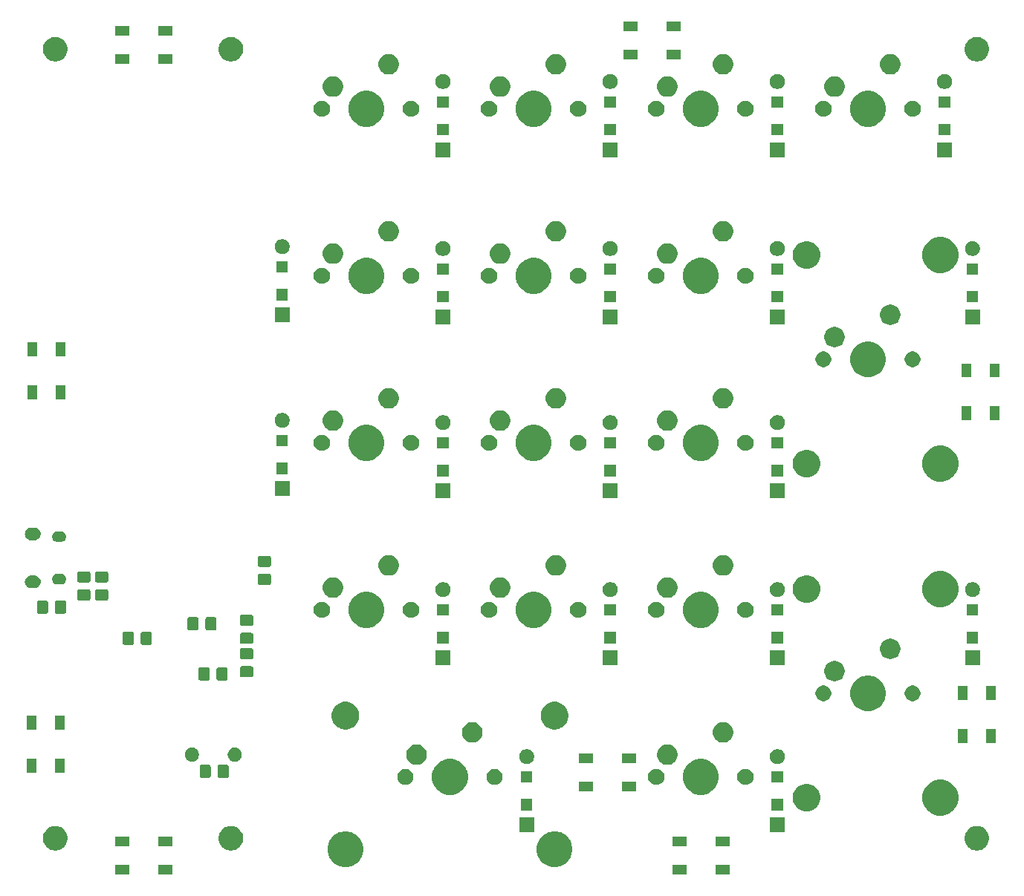
<source format=gbr>
G04 #@! TF.GenerationSoftware,KiCad,Pcbnew,(5.1.5)-3*
G04 #@! TF.CreationDate,2020-12-24T17:13:42-08:00*
G04 #@! TF.ProjectId,edge-key-seventeen,65646765-2d6b-4657-992d-736576656e74,v1.0 rev 1*
G04 #@! TF.SameCoordinates,PX7616b68PY2a640d0*
G04 #@! TF.FileFunction,Soldermask,Bot*
G04 #@! TF.FilePolarity,Negative*
%FSLAX46Y46*%
G04 Gerber Fmt 4.6, Leading zero omitted, Abs format (unit mm)*
G04 Created by KiCad (PCBNEW (5.1.5)-3) date 2020-12-24 17:13:42*
%MOMM*%
%LPD*%
G04 APERTURE LIST*
%ADD10C,0.100000*%
G04 APERTURE END LIST*
D10*
G36*
X81102000Y-98417000D02*
G01*
X79500000Y-98417000D01*
X79500000Y-97315000D01*
X81102000Y-97315000D01*
X81102000Y-98417000D01*
G37*
G36*
X76202000Y-98417000D02*
G01*
X74600000Y-98417000D01*
X74600000Y-97315000D01*
X76202000Y-97315000D01*
X76202000Y-98417000D01*
G37*
G36*
X12702000Y-98417000D02*
G01*
X11100000Y-98417000D01*
X11100000Y-97315000D01*
X12702000Y-97315000D01*
X12702000Y-98417000D01*
G37*
G36*
X17602000Y-98417000D02*
G01*
X16000000Y-98417000D01*
X16000000Y-97315000D01*
X17602000Y-97315000D01*
X17602000Y-98417000D01*
G37*
G36*
X61715224Y-93601184D02*
G01*
X61835490Y-93651000D01*
X62087373Y-93755333D01*
X62422298Y-93979123D01*
X62707127Y-94263952D01*
X62930917Y-94598877D01*
X62930917Y-94598878D01*
X63085066Y-94971026D01*
X63163650Y-95366094D01*
X63163650Y-95768906D01*
X63085066Y-96163974D01*
X62994767Y-96381974D01*
X62930917Y-96536123D01*
X62707127Y-96871048D01*
X62422298Y-97155877D01*
X62087373Y-97379667D01*
X61933224Y-97443517D01*
X61715224Y-97533816D01*
X61320156Y-97612400D01*
X60917344Y-97612400D01*
X60522276Y-97533816D01*
X60304276Y-97443517D01*
X60150127Y-97379667D01*
X59815202Y-97155877D01*
X59530373Y-96871048D01*
X59306583Y-96536123D01*
X59242733Y-96381974D01*
X59152434Y-96163974D01*
X59073850Y-95768906D01*
X59073850Y-95366094D01*
X59152434Y-94971026D01*
X59306583Y-94598878D01*
X59306583Y-94598877D01*
X59530373Y-94263952D01*
X59815202Y-93979123D01*
X60150127Y-93755333D01*
X60402010Y-93651000D01*
X60522276Y-93601184D01*
X60917344Y-93522600D01*
X61320156Y-93522600D01*
X61715224Y-93601184D01*
G37*
G36*
X37902724Y-93601184D02*
G01*
X38022990Y-93651000D01*
X38274873Y-93755333D01*
X38609798Y-93979123D01*
X38894627Y-94263952D01*
X39118417Y-94598877D01*
X39118417Y-94598878D01*
X39272566Y-94971026D01*
X39351150Y-95366094D01*
X39351150Y-95768906D01*
X39272566Y-96163974D01*
X39182267Y-96381974D01*
X39118417Y-96536123D01*
X38894627Y-96871048D01*
X38609798Y-97155877D01*
X38274873Y-97379667D01*
X38120724Y-97443517D01*
X37902724Y-97533816D01*
X37507656Y-97612400D01*
X37104844Y-97612400D01*
X36709776Y-97533816D01*
X36491776Y-97443517D01*
X36337627Y-97379667D01*
X36002702Y-97155877D01*
X35717873Y-96871048D01*
X35494083Y-96536123D01*
X35430233Y-96381974D01*
X35339934Y-96163974D01*
X35261350Y-95768906D01*
X35261350Y-95366094D01*
X35339934Y-94971026D01*
X35494083Y-94598878D01*
X35494083Y-94598877D01*
X35717873Y-94263952D01*
X36002702Y-93979123D01*
X36337627Y-93755333D01*
X36589510Y-93651000D01*
X36709776Y-93601184D01*
X37104844Y-93522600D01*
X37507656Y-93522600D01*
X37902724Y-93601184D01*
G37*
G36*
X24563833Y-92945093D02*
G01*
X24654057Y-92963039D01*
X24759667Y-93006785D01*
X24909021Y-93068649D01*
X24909022Y-93068650D01*
X25138486Y-93221972D01*
X25333628Y-93417114D01*
X25404111Y-93522600D01*
X25486951Y-93646579D01*
X25592561Y-93901544D01*
X25646400Y-94172212D01*
X25646400Y-94448188D01*
X25592561Y-94718856D01*
X25486951Y-94973821D01*
X25486950Y-94973822D01*
X25333628Y-95203286D01*
X25138486Y-95398428D01*
X24985163Y-95500875D01*
X24909021Y-95551751D01*
X24759667Y-95613615D01*
X24654057Y-95657361D01*
X24563833Y-95675307D01*
X24383388Y-95711200D01*
X24107412Y-95711200D01*
X23926967Y-95675307D01*
X23836743Y-95657361D01*
X23731133Y-95613615D01*
X23581779Y-95551751D01*
X23505637Y-95500875D01*
X23352314Y-95398428D01*
X23157172Y-95203286D01*
X23003850Y-94973822D01*
X23003849Y-94973821D01*
X22898239Y-94718856D01*
X22844400Y-94448188D01*
X22844400Y-94172212D01*
X22898239Y-93901544D01*
X23003849Y-93646579D01*
X23086689Y-93522600D01*
X23157172Y-93417114D01*
X23352314Y-93221972D01*
X23581778Y-93068650D01*
X23581779Y-93068649D01*
X23731133Y-93006785D01*
X23836743Y-92963039D01*
X23926967Y-92945093D01*
X24107412Y-92909200D01*
X24383388Y-92909200D01*
X24563833Y-92945093D01*
G37*
G36*
X109563833Y-92945093D02*
G01*
X109654057Y-92963039D01*
X109759667Y-93006785D01*
X109909021Y-93068649D01*
X109909022Y-93068650D01*
X110138486Y-93221972D01*
X110333628Y-93417114D01*
X110404111Y-93522600D01*
X110486951Y-93646579D01*
X110592561Y-93901544D01*
X110646400Y-94172212D01*
X110646400Y-94448188D01*
X110592561Y-94718856D01*
X110486951Y-94973821D01*
X110486950Y-94973822D01*
X110333628Y-95203286D01*
X110138486Y-95398428D01*
X109985163Y-95500875D01*
X109909021Y-95551751D01*
X109759667Y-95613615D01*
X109654057Y-95657361D01*
X109563833Y-95675307D01*
X109383388Y-95711200D01*
X109107412Y-95711200D01*
X108926967Y-95675307D01*
X108836743Y-95657361D01*
X108731133Y-95613615D01*
X108581779Y-95551751D01*
X108505637Y-95500875D01*
X108352314Y-95398428D01*
X108157172Y-95203286D01*
X108003850Y-94973822D01*
X108003849Y-94973821D01*
X107898239Y-94718856D01*
X107844400Y-94448188D01*
X107844400Y-94172212D01*
X107898239Y-93901544D01*
X108003849Y-93646579D01*
X108086689Y-93522600D01*
X108157172Y-93417114D01*
X108352314Y-93221972D01*
X108581778Y-93068650D01*
X108581779Y-93068649D01*
X108731133Y-93006785D01*
X108836743Y-92963039D01*
X108926967Y-92945093D01*
X109107412Y-92909200D01*
X109383388Y-92909200D01*
X109563833Y-92945093D01*
G37*
G36*
X4563833Y-92945093D02*
G01*
X4654057Y-92963039D01*
X4759667Y-93006785D01*
X4909021Y-93068649D01*
X4909022Y-93068650D01*
X5138486Y-93221972D01*
X5333628Y-93417114D01*
X5404111Y-93522600D01*
X5486951Y-93646579D01*
X5592561Y-93901544D01*
X5646400Y-94172212D01*
X5646400Y-94448188D01*
X5592561Y-94718856D01*
X5486951Y-94973821D01*
X5486950Y-94973822D01*
X5333628Y-95203286D01*
X5138486Y-95398428D01*
X4985163Y-95500875D01*
X4909021Y-95551751D01*
X4759667Y-95613615D01*
X4654057Y-95657361D01*
X4563833Y-95675307D01*
X4383388Y-95711200D01*
X4107412Y-95711200D01*
X3926967Y-95675307D01*
X3836743Y-95657361D01*
X3731133Y-95613615D01*
X3581779Y-95551751D01*
X3505637Y-95500875D01*
X3352314Y-95398428D01*
X3157172Y-95203286D01*
X3003850Y-94973822D01*
X3003849Y-94973821D01*
X2898239Y-94718856D01*
X2844400Y-94448188D01*
X2844400Y-94172212D01*
X2898239Y-93901544D01*
X3003849Y-93646579D01*
X3086689Y-93522600D01*
X3157172Y-93417114D01*
X3352314Y-93221972D01*
X3581778Y-93068650D01*
X3581779Y-93068649D01*
X3731133Y-93006785D01*
X3836743Y-92963039D01*
X3926967Y-92945093D01*
X4107412Y-92909200D01*
X4383388Y-92909200D01*
X4563833Y-92945093D01*
G37*
G36*
X12702000Y-95217000D02*
G01*
X11100000Y-95217000D01*
X11100000Y-94115000D01*
X12702000Y-94115000D01*
X12702000Y-95217000D01*
G37*
G36*
X76202000Y-95217000D02*
G01*
X74600000Y-95217000D01*
X74600000Y-94115000D01*
X76202000Y-94115000D01*
X76202000Y-95217000D01*
G37*
G36*
X17602000Y-95217000D02*
G01*
X16000000Y-95217000D01*
X16000000Y-94115000D01*
X17602000Y-94115000D01*
X17602000Y-95217000D01*
G37*
G36*
X81102000Y-95217000D02*
G01*
X79500000Y-95217000D01*
X79500000Y-94115000D01*
X81102000Y-94115000D01*
X81102000Y-95217000D01*
G37*
G36*
X58794750Y-93651000D02*
G01*
X57092750Y-93651000D01*
X57092750Y-91949000D01*
X58794750Y-91949000D01*
X58794750Y-93651000D01*
G37*
G36*
X87369750Y-93651000D02*
G01*
X85667750Y-93651000D01*
X85667750Y-91949000D01*
X87369750Y-91949000D01*
X87369750Y-93651000D01*
G37*
G36*
X105675754Y-87715318D02*
G01*
X106049011Y-87869926D01*
X106049013Y-87869927D01*
X106107452Y-87908975D01*
X106384936Y-88094384D01*
X106670616Y-88380064D01*
X106895074Y-88715989D01*
X107049682Y-89089246D01*
X107128500Y-89485493D01*
X107128500Y-89889507D01*
X107049682Y-90285754D01*
X106895074Y-90659011D01*
X106895073Y-90659013D01*
X106670616Y-90994936D01*
X106384936Y-91280616D01*
X106049013Y-91505073D01*
X106049012Y-91505074D01*
X106049011Y-91505074D01*
X105675754Y-91659682D01*
X105279507Y-91738500D01*
X104875493Y-91738500D01*
X104479246Y-91659682D01*
X104105989Y-91505074D01*
X104105988Y-91505074D01*
X104105987Y-91505073D01*
X103770064Y-91280616D01*
X103484384Y-90994936D01*
X103259927Y-90659013D01*
X103259926Y-90659011D01*
X103105318Y-90285754D01*
X103026500Y-89889507D01*
X103026500Y-89485493D01*
X103105318Y-89089246D01*
X103259926Y-88715989D01*
X103484384Y-88380064D01*
X103770064Y-88094384D01*
X104047548Y-87908975D01*
X104105987Y-87869927D01*
X104105989Y-87869926D01*
X104479246Y-87715318D01*
X104875493Y-87636500D01*
X105279507Y-87636500D01*
X105675754Y-87715318D01*
G37*
G36*
X90068583Y-88126590D02*
G01*
X90297202Y-88172064D01*
X90584016Y-88290867D01*
X90842142Y-88463341D01*
X91061659Y-88682858D01*
X91234133Y-88940984D01*
X91352936Y-89227798D01*
X91413500Y-89532278D01*
X91413500Y-89842722D01*
X91352936Y-90147202D01*
X91234133Y-90434016D01*
X91061659Y-90692142D01*
X90842142Y-90911659D01*
X90584016Y-91084133D01*
X90297202Y-91202936D01*
X90068583Y-91248410D01*
X89992724Y-91263500D01*
X89682276Y-91263500D01*
X89606417Y-91248410D01*
X89377798Y-91202936D01*
X89090984Y-91084133D01*
X88832858Y-90911659D01*
X88613341Y-90692142D01*
X88440867Y-90434016D01*
X88322064Y-90147202D01*
X88261500Y-89842722D01*
X88261500Y-89532278D01*
X88322064Y-89227798D01*
X88440867Y-88940984D01*
X88613341Y-88682858D01*
X88832858Y-88463341D01*
X89090984Y-88290867D01*
X89377798Y-88172064D01*
X89606417Y-88126590D01*
X89682276Y-88111500D01*
X89992724Y-88111500D01*
X90068583Y-88126590D01*
G37*
G36*
X87169750Y-91126000D02*
G01*
X85867750Y-91126000D01*
X85867750Y-89824000D01*
X87169750Y-89824000D01*
X87169750Y-91126000D01*
G37*
G36*
X58594750Y-91126000D02*
G01*
X57292750Y-91126000D01*
X57292750Y-89824000D01*
X58594750Y-89824000D01*
X58594750Y-91126000D01*
G37*
G36*
X49808974Y-85346184D02*
G01*
X49946381Y-85403100D01*
X50181123Y-85500333D01*
X50516048Y-85724123D01*
X50800877Y-86008952D01*
X51024667Y-86343877D01*
X51057062Y-86422086D01*
X51178816Y-86716026D01*
X51257400Y-87111094D01*
X51257400Y-87513906D01*
X51178816Y-87908974D01*
X51094927Y-88111500D01*
X51024667Y-88281123D01*
X50800877Y-88616048D01*
X50516048Y-88900877D01*
X50181123Y-89124667D01*
X50026974Y-89188517D01*
X49808974Y-89278816D01*
X49413906Y-89357400D01*
X49011094Y-89357400D01*
X48616026Y-89278816D01*
X48398026Y-89188517D01*
X48243877Y-89124667D01*
X47908952Y-88900877D01*
X47624123Y-88616048D01*
X47400333Y-88281123D01*
X47330073Y-88111500D01*
X47246184Y-87908974D01*
X47167600Y-87513906D01*
X47167600Y-87111094D01*
X47246184Y-86716026D01*
X47367938Y-86422086D01*
X47400333Y-86343877D01*
X47624123Y-86008952D01*
X47908952Y-85724123D01*
X48243877Y-85500333D01*
X48478619Y-85403100D01*
X48616026Y-85346184D01*
X49011094Y-85267600D01*
X49413906Y-85267600D01*
X49808974Y-85346184D01*
G37*
G36*
X78383974Y-85346184D02*
G01*
X78521381Y-85403100D01*
X78756123Y-85500333D01*
X79091048Y-85724123D01*
X79375877Y-86008952D01*
X79599667Y-86343877D01*
X79632062Y-86422086D01*
X79753816Y-86716026D01*
X79832400Y-87111094D01*
X79832400Y-87513906D01*
X79753816Y-87908974D01*
X79669927Y-88111500D01*
X79599667Y-88281123D01*
X79375877Y-88616048D01*
X79091048Y-88900877D01*
X78756123Y-89124667D01*
X78601974Y-89188517D01*
X78383974Y-89278816D01*
X77988906Y-89357400D01*
X77586094Y-89357400D01*
X77191026Y-89278816D01*
X76973026Y-89188517D01*
X76818877Y-89124667D01*
X76483952Y-88900877D01*
X76199123Y-88616048D01*
X75975333Y-88281123D01*
X75905073Y-88111500D01*
X75821184Y-87908974D01*
X75742600Y-87513906D01*
X75742600Y-87111094D01*
X75821184Y-86716026D01*
X75942938Y-86422086D01*
X75975333Y-86343877D01*
X76199123Y-86008952D01*
X76483952Y-85724123D01*
X76818877Y-85500333D01*
X77053619Y-85403100D01*
X77191026Y-85346184D01*
X77586094Y-85267600D01*
X77988906Y-85267600D01*
X78383974Y-85346184D01*
G37*
G36*
X65534000Y-88942800D02*
G01*
X63932000Y-88942800D01*
X63932000Y-87840800D01*
X65534000Y-87840800D01*
X65534000Y-88942800D01*
G37*
G36*
X70434000Y-88942800D02*
G01*
X68832000Y-88942800D01*
X68832000Y-87840800D01*
X70434000Y-87840800D01*
X70434000Y-88942800D01*
G37*
G36*
X83137604Y-86422085D02*
G01*
X83306126Y-86491889D01*
X83457791Y-86593228D01*
X83586772Y-86722209D01*
X83688111Y-86873874D01*
X83757915Y-87042396D01*
X83793500Y-87221297D01*
X83793500Y-87403703D01*
X83757915Y-87582604D01*
X83688111Y-87751126D01*
X83586772Y-87902791D01*
X83457791Y-88031772D01*
X83306126Y-88133111D01*
X83137604Y-88202915D01*
X82958703Y-88238500D01*
X82776297Y-88238500D01*
X82597396Y-88202915D01*
X82428874Y-88133111D01*
X82277209Y-88031772D01*
X82148228Y-87902791D01*
X82046889Y-87751126D01*
X81977085Y-87582604D01*
X81941500Y-87403703D01*
X81941500Y-87221297D01*
X81977085Y-87042396D01*
X82046889Y-86873874D01*
X82148228Y-86722209D01*
X82277209Y-86593228D01*
X82428874Y-86491889D01*
X82597396Y-86422085D01*
X82776297Y-86386500D01*
X82958703Y-86386500D01*
X83137604Y-86422085D01*
G37*
G36*
X72977604Y-86422085D02*
G01*
X73146126Y-86491889D01*
X73297791Y-86593228D01*
X73426772Y-86722209D01*
X73528111Y-86873874D01*
X73597915Y-87042396D01*
X73633500Y-87221297D01*
X73633500Y-87403703D01*
X73597915Y-87582604D01*
X73528111Y-87751126D01*
X73426772Y-87902791D01*
X73297791Y-88031772D01*
X73146126Y-88133111D01*
X72977604Y-88202915D01*
X72798703Y-88238500D01*
X72616297Y-88238500D01*
X72437396Y-88202915D01*
X72268874Y-88133111D01*
X72117209Y-88031772D01*
X71988228Y-87902791D01*
X71886889Y-87751126D01*
X71817085Y-87582604D01*
X71781500Y-87403703D01*
X71781500Y-87221297D01*
X71817085Y-87042396D01*
X71886889Y-86873874D01*
X71988228Y-86722209D01*
X72117209Y-86593228D01*
X72268874Y-86491889D01*
X72437396Y-86422085D01*
X72616297Y-86386500D01*
X72798703Y-86386500D01*
X72977604Y-86422085D01*
G37*
G36*
X54562604Y-86422085D02*
G01*
X54731126Y-86491889D01*
X54882791Y-86593228D01*
X55011772Y-86722209D01*
X55113111Y-86873874D01*
X55182915Y-87042396D01*
X55218500Y-87221297D01*
X55218500Y-87403703D01*
X55182915Y-87582604D01*
X55113111Y-87751126D01*
X55011772Y-87902791D01*
X54882791Y-88031772D01*
X54731126Y-88133111D01*
X54562604Y-88202915D01*
X54383703Y-88238500D01*
X54201297Y-88238500D01*
X54022396Y-88202915D01*
X53853874Y-88133111D01*
X53702209Y-88031772D01*
X53573228Y-87902791D01*
X53471889Y-87751126D01*
X53402085Y-87582604D01*
X53366500Y-87403703D01*
X53366500Y-87221297D01*
X53402085Y-87042396D01*
X53471889Y-86873874D01*
X53573228Y-86722209D01*
X53702209Y-86593228D01*
X53853874Y-86491889D01*
X54022396Y-86422085D01*
X54201297Y-86386500D01*
X54383703Y-86386500D01*
X54562604Y-86422085D01*
G37*
G36*
X44402604Y-86422085D02*
G01*
X44571126Y-86491889D01*
X44722791Y-86593228D01*
X44851772Y-86722209D01*
X44953111Y-86873874D01*
X45022915Y-87042396D01*
X45058500Y-87221297D01*
X45058500Y-87403703D01*
X45022915Y-87582604D01*
X44953111Y-87751126D01*
X44851772Y-87902791D01*
X44722791Y-88031772D01*
X44571126Y-88133111D01*
X44402604Y-88202915D01*
X44223703Y-88238500D01*
X44041297Y-88238500D01*
X43862396Y-88202915D01*
X43693874Y-88133111D01*
X43542209Y-88031772D01*
X43413228Y-87902791D01*
X43311889Y-87751126D01*
X43242085Y-87582604D01*
X43206500Y-87403703D01*
X43206500Y-87221297D01*
X43242085Y-87042396D01*
X43311889Y-86873874D01*
X43413228Y-86722209D01*
X43542209Y-86593228D01*
X43693874Y-86491889D01*
X43862396Y-86422085D01*
X44041297Y-86386500D01*
X44223703Y-86386500D01*
X44402604Y-86422085D01*
G37*
G36*
X87169750Y-87976000D02*
G01*
X85867750Y-87976000D01*
X85867750Y-86674000D01*
X87169750Y-86674000D01*
X87169750Y-87976000D01*
G37*
G36*
X58594750Y-87976000D02*
G01*
X57292750Y-87976000D01*
X57292750Y-86674000D01*
X58594750Y-86674000D01*
X58594750Y-87976000D01*
G37*
G36*
X23840674Y-85930965D02*
G01*
X23878367Y-85942399D01*
X23913103Y-85960966D01*
X23943548Y-85985952D01*
X23968534Y-86016397D01*
X23987101Y-86051133D01*
X23998535Y-86088826D01*
X24003000Y-86134161D01*
X24003000Y-87220839D01*
X23998535Y-87266174D01*
X23987101Y-87303867D01*
X23968534Y-87338603D01*
X23943548Y-87369048D01*
X23913103Y-87394034D01*
X23878367Y-87412601D01*
X23840674Y-87424035D01*
X23795339Y-87428500D01*
X22958661Y-87428500D01*
X22913326Y-87424035D01*
X22875633Y-87412601D01*
X22840897Y-87394034D01*
X22810452Y-87369048D01*
X22785466Y-87338603D01*
X22766899Y-87303867D01*
X22755465Y-87266174D01*
X22751000Y-87220839D01*
X22751000Y-86134161D01*
X22755465Y-86088826D01*
X22766899Y-86051133D01*
X22785466Y-86016397D01*
X22810452Y-85985952D01*
X22840897Y-85960966D01*
X22875633Y-85942399D01*
X22913326Y-85930965D01*
X22958661Y-85926500D01*
X23795339Y-85926500D01*
X23840674Y-85930965D01*
G37*
G36*
X21790674Y-85930965D02*
G01*
X21828367Y-85942399D01*
X21863103Y-85960966D01*
X21893548Y-85985952D01*
X21918534Y-86016397D01*
X21937101Y-86051133D01*
X21948535Y-86088826D01*
X21953000Y-86134161D01*
X21953000Y-87220839D01*
X21948535Y-87266174D01*
X21937101Y-87303867D01*
X21918534Y-87338603D01*
X21893548Y-87369048D01*
X21863103Y-87394034D01*
X21828367Y-87412601D01*
X21790674Y-87424035D01*
X21745339Y-87428500D01*
X20908661Y-87428500D01*
X20863326Y-87424035D01*
X20825633Y-87412601D01*
X20790897Y-87394034D01*
X20760452Y-87369048D01*
X20735466Y-87338603D01*
X20716899Y-87303867D01*
X20705465Y-87266174D01*
X20701000Y-87220839D01*
X20701000Y-86134161D01*
X20705465Y-86088826D01*
X20716899Y-86051133D01*
X20735466Y-86016397D01*
X20760452Y-85985952D01*
X20790897Y-85960966D01*
X20825633Y-85942399D01*
X20863326Y-85930965D01*
X20908661Y-85926500D01*
X21745339Y-85926500D01*
X21790674Y-85930965D01*
G37*
G36*
X5326000Y-86817000D02*
G01*
X4224000Y-86817000D01*
X4224000Y-85215000D01*
X5326000Y-85215000D01*
X5326000Y-86817000D01*
G37*
G36*
X2126000Y-86817000D02*
G01*
X1024000Y-86817000D01*
X1024000Y-85215000D01*
X2126000Y-85215000D01*
X2126000Y-86817000D01*
G37*
G36*
X74169060Y-83611564D02*
G01*
X74320527Y-83641693D01*
X74534545Y-83730342D01*
X74534546Y-83730343D01*
X74727154Y-83859039D01*
X74890961Y-84022846D01*
X74975254Y-84149000D01*
X75019658Y-84215455D01*
X75108307Y-84429473D01*
X75113886Y-84457520D01*
X75150343Y-84640800D01*
X75153500Y-84656674D01*
X75153500Y-84888326D01*
X75108307Y-85115527D01*
X75019658Y-85329545D01*
X75019657Y-85329546D01*
X74890961Y-85522154D01*
X74727154Y-85685961D01*
X74598749Y-85771758D01*
X74534545Y-85814658D01*
X74320527Y-85903307D01*
X74177635Y-85931730D01*
X74093327Y-85948500D01*
X73861673Y-85948500D01*
X73777365Y-85931730D01*
X73634473Y-85903307D01*
X73420455Y-85814658D01*
X73356251Y-85771758D01*
X73227846Y-85685961D01*
X73064039Y-85522154D01*
X72935343Y-85329546D01*
X72935342Y-85329545D01*
X72846693Y-85115527D01*
X72801500Y-84888326D01*
X72801500Y-84656674D01*
X72804658Y-84640800D01*
X72841114Y-84457520D01*
X72846693Y-84429473D01*
X72935342Y-84215455D01*
X72979746Y-84149000D01*
X73064039Y-84022846D01*
X73227846Y-83859039D01*
X73420454Y-83730343D01*
X73420455Y-83730342D01*
X73634473Y-83641693D01*
X73785940Y-83611564D01*
X73861673Y-83596500D01*
X74093327Y-83596500D01*
X74169060Y-83611564D01*
G37*
G36*
X45594060Y-83611564D02*
G01*
X45745527Y-83641693D01*
X45959545Y-83730342D01*
X45959546Y-83730343D01*
X46152154Y-83859039D01*
X46315961Y-84022846D01*
X46400254Y-84149000D01*
X46444658Y-84215455D01*
X46533307Y-84429473D01*
X46538886Y-84457520D01*
X46575343Y-84640800D01*
X46578500Y-84656674D01*
X46578500Y-84888326D01*
X46533307Y-85115527D01*
X46444658Y-85329545D01*
X46444657Y-85329546D01*
X46315961Y-85522154D01*
X46152154Y-85685961D01*
X46023749Y-85771758D01*
X45959545Y-85814658D01*
X45745527Y-85903307D01*
X45602635Y-85931730D01*
X45518327Y-85948500D01*
X45286673Y-85948500D01*
X45202365Y-85931730D01*
X45059473Y-85903307D01*
X44845455Y-85814658D01*
X44781251Y-85771758D01*
X44652846Y-85685961D01*
X44489039Y-85522154D01*
X44360343Y-85329546D01*
X44360342Y-85329545D01*
X44271693Y-85115527D01*
X44226500Y-84888326D01*
X44226500Y-84656674D01*
X44229658Y-84640800D01*
X44266114Y-84457520D01*
X44271693Y-84429473D01*
X44360342Y-84215455D01*
X44404746Y-84149000D01*
X44489039Y-84022846D01*
X44652846Y-83859039D01*
X44845454Y-83730343D01*
X44845455Y-83730342D01*
X45059473Y-83641693D01*
X45210940Y-83611564D01*
X45286673Y-83596500D01*
X45518327Y-83596500D01*
X45594060Y-83611564D01*
G37*
G36*
X86766978Y-84181703D02*
G01*
X86921850Y-84245853D01*
X87061231Y-84338985D01*
X87179765Y-84457519D01*
X87272897Y-84596900D01*
X87337047Y-84751772D01*
X87369750Y-84916184D01*
X87369750Y-85083816D01*
X87337047Y-85248228D01*
X87272897Y-85403100D01*
X87179765Y-85542481D01*
X87061231Y-85661015D01*
X86921850Y-85754147D01*
X86766978Y-85818297D01*
X86602566Y-85851000D01*
X86434934Y-85851000D01*
X86270522Y-85818297D01*
X86115650Y-85754147D01*
X85976269Y-85661015D01*
X85857735Y-85542481D01*
X85764603Y-85403100D01*
X85700453Y-85248228D01*
X85667750Y-85083816D01*
X85667750Y-84916184D01*
X85700453Y-84751772D01*
X85764603Y-84596900D01*
X85857735Y-84457519D01*
X85976269Y-84338985D01*
X86115650Y-84245853D01*
X86270522Y-84181703D01*
X86434934Y-84149000D01*
X86602566Y-84149000D01*
X86766978Y-84181703D01*
G37*
G36*
X58191978Y-84181703D02*
G01*
X58346850Y-84245853D01*
X58486231Y-84338985D01*
X58604765Y-84457519D01*
X58697897Y-84596900D01*
X58762047Y-84751772D01*
X58794750Y-84916184D01*
X58794750Y-85083816D01*
X58762047Y-85248228D01*
X58697897Y-85403100D01*
X58604765Y-85542481D01*
X58486231Y-85661015D01*
X58346850Y-85754147D01*
X58191978Y-85818297D01*
X58027566Y-85851000D01*
X57859934Y-85851000D01*
X57695522Y-85818297D01*
X57540650Y-85754147D01*
X57401269Y-85661015D01*
X57282735Y-85542481D01*
X57189603Y-85403100D01*
X57125453Y-85248228D01*
X57092750Y-85083816D01*
X57092750Y-84916184D01*
X57125453Y-84751772D01*
X57189603Y-84596900D01*
X57282735Y-84457519D01*
X57401269Y-84338985D01*
X57540650Y-84245853D01*
X57695522Y-84181703D01*
X57859934Y-84149000D01*
X58027566Y-84149000D01*
X58191978Y-84181703D01*
G37*
G36*
X70434000Y-85742800D02*
G01*
X68832000Y-85742800D01*
X68832000Y-84640800D01*
X70434000Y-84640800D01*
X70434000Y-85742800D01*
G37*
G36*
X65534000Y-85742800D02*
G01*
X63932000Y-85742800D01*
X63932000Y-84640800D01*
X65534000Y-84640800D01*
X65534000Y-85742800D01*
G37*
G36*
X24925642Y-84002281D02*
G01*
X25071414Y-84062662D01*
X25071416Y-84062663D01*
X25202608Y-84150322D01*
X25314178Y-84261892D01*
X25365689Y-84338985D01*
X25401838Y-84393086D01*
X25462219Y-84538858D01*
X25493000Y-84693607D01*
X25493000Y-84851393D01*
X25462219Y-85006142D01*
X25430045Y-85083816D01*
X25401837Y-85151916D01*
X25314178Y-85283108D01*
X25202608Y-85394678D01*
X25071416Y-85482337D01*
X25071415Y-85482338D01*
X25071414Y-85482338D01*
X24925642Y-85542719D01*
X24770893Y-85573500D01*
X24613107Y-85573500D01*
X24458358Y-85542719D01*
X24312586Y-85482338D01*
X24312585Y-85482338D01*
X24312584Y-85482337D01*
X24181392Y-85394678D01*
X24069822Y-85283108D01*
X23982163Y-85151916D01*
X23953955Y-85083816D01*
X23921781Y-85006142D01*
X23891000Y-84851393D01*
X23891000Y-84693607D01*
X23921781Y-84538858D01*
X23982162Y-84393086D01*
X24018311Y-84338985D01*
X24069822Y-84261892D01*
X24181392Y-84150322D01*
X24312584Y-84062663D01*
X24312586Y-84062662D01*
X24458358Y-84002281D01*
X24613107Y-83971500D01*
X24770893Y-83971500D01*
X24925642Y-84002281D01*
G37*
G36*
X20045642Y-84002281D02*
G01*
X20191414Y-84062662D01*
X20191416Y-84062663D01*
X20322608Y-84150322D01*
X20434178Y-84261892D01*
X20485689Y-84338985D01*
X20521838Y-84393086D01*
X20582219Y-84538858D01*
X20613000Y-84693607D01*
X20613000Y-84851393D01*
X20582219Y-85006142D01*
X20550045Y-85083816D01*
X20521837Y-85151916D01*
X20434178Y-85283108D01*
X20322608Y-85394678D01*
X20191416Y-85482337D01*
X20191415Y-85482338D01*
X20191414Y-85482338D01*
X20045642Y-85542719D01*
X19890893Y-85573500D01*
X19733107Y-85573500D01*
X19578358Y-85542719D01*
X19432586Y-85482338D01*
X19432585Y-85482338D01*
X19432584Y-85482337D01*
X19301392Y-85394678D01*
X19189822Y-85283108D01*
X19102163Y-85151916D01*
X19073955Y-85083816D01*
X19041781Y-85006142D01*
X19011000Y-84851393D01*
X19011000Y-84693607D01*
X19041781Y-84538858D01*
X19102162Y-84393086D01*
X19138311Y-84338985D01*
X19189822Y-84261892D01*
X19301392Y-84150322D01*
X19432584Y-84062663D01*
X19432586Y-84062662D01*
X19578358Y-84002281D01*
X19733107Y-83971500D01*
X19890893Y-83971500D01*
X20045642Y-84002281D01*
G37*
G36*
X111421800Y-83464200D02*
G01*
X110319800Y-83464200D01*
X110319800Y-81862200D01*
X111421800Y-81862200D01*
X111421800Y-83464200D01*
G37*
G36*
X108221800Y-83464200D02*
G01*
X107119800Y-83464200D01*
X107119800Y-81862200D01*
X108221800Y-81862200D01*
X108221800Y-83464200D01*
G37*
G36*
X51944060Y-81071564D02*
G01*
X52095527Y-81101693D01*
X52309545Y-81190342D01*
X52309546Y-81190343D01*
X52502154Y-81319039D01*
X52665961Y-81482846D01*
X52751758Y-81611251D01*
X52794658Y-81675455D01*
X52883307Y-81889473D01*
X52928500Y-82116674D01*
X52928500Y-82348326D01*
X52883307Y-82575527D01*
X52794658Y-82789545D01*
X52794657Y-82789546D01*
X52665961Y-82982154D01*
X52502154Y-83145961D01*
X52373749Y-83231758D01*
X52309545Y-83274658D01*
X52095527Y-83363307D01*
X51944060Y-83393436D01*
X51868327Y-83408500D01*
X51636673Y-83408500D01*
X51560940Y-83393436D01*
X51409473Y-83363307D01*
X51195455Y-83274658D01*
X51131251Y-83231758D01*
X51002846Y-83145961D01*
X50839039Y-82982154D01*
X50710343Y-82789546D01*
X50710342Y-82789545D01*
X50621693Y-82575527D01*
X50576500Y-82348326D01*
X50576500Y-82116674D01*
X50621693Y-81889473D01*
X50710342Y-81675455D01*
X50753242Y-81611251D01*
X50839039Y-81482846D01*
X51002846Y-81319039D01*
X51195454Y-81190343D01*
X51195455Y-81190342D01*
X51409473Y-81101693D01*
X51560940Y-81071564D01*
X51636673Y-81056500D01*
X51868327Y-81056500D01*
X51944060Y-81071564D01*
G37*
G36*
X80519060Y-81071564D02*
G01*
X80670527Y-81101693D01*
X80884545Y-81190342D01*
X80884546Y-81190343D01*
X81077154Y-81319039D01*
X81240961Y-81482846D01*
X81326758Y-81611251D01*
X81369658Y-81675455D01*
X81458307Y-81889473D01*
X81503500Y-82116674D01*
X81503500Y-82348326D01*
X81458307Y-82575527D01*
X81369658Y-82789545D01*
X81369657Y-82789546D01*
X81240961Y-82982154D01*
X81077154Y-83145961D01*
X80948749Y-83231758D01*
X80884545Y-83274658D01*
X80670527Y-83363307D01*
X80519060Y-83393436D01*
X80443327Y-83408500D01*
X80211673Y-83408500D01*
X80135940Y-83393436D01*
X79984473Y-83363307D01*
X79770455Y-83274658D01*
X79706251Y-83231758D01*
X79577846Y-83145961D01*
X79414039Y-82982154D01*
X79285343Y-82789546D01*
X79285342Y-82789545D01*
X79196693Y-82575527D01*
X79151500Y-82348326D01*
X79151500Y-82116674D01*
X79196693Y-81889473D01*
X79285342Y-81675455D01*
X79328242Y-81611251D01*
X79414039Y-81482846D01*
X79577846Y-81319039D01*
X79770454Y-81190343D01*
X79770455Y-81190342D01*
X79984473Y-81101693D01*
X80135940Y-81071564D01*
X80211673Y-81056500D01*
X80443327Y-81056500D01*
X80519060Y-81071564D01*
G37*
G36*
X5326000Y-81917000D02*
G01*
X4224000Y-81917000D01*
X4224000Y-80315000D01*
X5326000Y-80315000D01*
X5326000Y-81917000D01*
G37*
G36*
X2126000Y-81917000D02*
G01*
X1024000Y-81917000D01*
X1024000Y-80315000D01*
X2126000Y-80315000D01*
X2126000Y-81917000D01*
G37*
G36*
X61578161Y-78813026D02*
G01*
X61696887Y-78862204D01*
X61864791Y-78931752D01*
X61864792Y-78931753D01*
X62122754Y-79104117D01*
X62342133Y-79323496D01*
X62380299Y-79380616D01*
X62514498Y-79581459D01*
X62584046Y-79749363D01*
X62620968Y-79838500D01*
X62633224Y-79868090D01*
X62693750Y-80172375D01*
X62693750Y-80482625D01*
X62633224Y-80786910D01*
X62514498Y-81073541D01*
X62514497Y-81073542D01*
X62342133Y-81331504D01*
X62122754Y-81550883D01*
X61950389Y-81666053D01*
X61864791Y-81723248D01*
X61696887Y-81792796D01*
X61578161Y-81841974D01*
X61476477Y-81862200D01*
X61273875Y-81902500D01*
X60963625Y-81902500D01*
X60761023Y-81862200D01*
X60659339Y-81841974D01*
X60540613Y-81792796D01*
X60372709Y-81723248D01*
X60287111Y-81666053D01*
X60114746Y-81550883D01*
X59895367Y-81331504D01*
X59723003Y-81073542D01*
X59723002Y-81073541D01*
X59604276Y-80786910D01*
X59543750Y-80482625D01*
X59543750Y-80172375D01*
X59604276Y-79868090D01*
X59616533Y-79838500D01*
X59653454Y-79749363D01*
X59723002Y-79581459D01*
X59857201Y-79380616D01*
X59895367Y-79323496D01*
X60114746Y-79104117D01*
X60372708Y-78931753D01*
X60372709Y-78931752D01*
X60540613Y-78862204D01*
X60659339Y-78813026D01*
X60963625Y-78752500D01*
X61273875Y-78752500D01*
X61578161Y-78813026D01*
G37*
G36*
X37765661Y-78813026D02*
G01*
X37884387Y-78862204D01*
X38052291Y-78931752D01*
X38052292Y-78931753D01*
X38310254Y-79104117D01*
X38529633Y-79323496D01*
X38567799Y-79380616D01*
X38701998Y-79581459D01*
X38771546Y-79749363D01*
X38808468Y-79838500D01*
X38820724Y-79868090D01*
X38881250Y-80172375D01*
X38881250Y-80482625D01*
X38820724Y-80786910D01*
X38701998Y-81073541D01*
X38701997Y-81073542D01*
X38529633Y-81331504D01*
X38310254Y-81550883D01*
X38137889Y-81666053D01*
X38052291Y-81723248D01*
X37884387Y-81792796D01*
X37765661Y-81841974D01*
X37663977Y-81862200D01*
X37461375Y-81902500D01*
X37151125Y-81902500D01*
X36948523Y-81862200D01*
X36846839Y-81841974D01*
X36728113Y-81792796D01*
X36560209Y-81723248D01*
X36474611Y-81666053D01*
X36302246Y-81550883D01*
X36082867Y-81331504D01*
X35910503Y-81073542D01*
X35910502Y-81073541D01*
X35791776Y-80786910D01*
X35731250Y-80482625D01*
X35731250Y-80172375D01*
X35791776Y-79868090D01*
X35804033Y-79838500D01*
X35840954Y-79749363D01*
X35910502Y-79581459D01*
X36044701Y-79380616D01*
X36082867Y-79323496D01*
X36302246Y-79104117D01*
X36560208Y-78931753D01*
X36560209Y-78931752D01*
X36728113Y-78862204D01*
X36846839Y-78813026D01*
X37151125Y-78752500D01*
X37461375Y-78752500D01*
X37765661Y-78813026D01*
G37*
G36*
X97435754Y-75815318D02*
G01*
X97751248Y-75946000D01*
X97809013Y-75969927D01*
X98075492Y-76147983D01*
X98144936Y-76194384D01*
X98430616Y-76480064D01*
X98655074Y-76815989D01*
X98809682Y-77189246D01*
X98888500Y-77585493D01*
X98888500Y-77989507D01*
X98809682Y-78385754D01*
X98657771Y-78752500D01*
X98655073Y-78759013D01*
X98430616Y-79094936D01*
X98144936Y-79380616D01*
X97809013Y-79605073D01*
X97809012Y-79605074D01*
X97809011Y-79605074D01*
X97435754Y-79759682D01*
X97039507Y-79838500D01*
X96635493Y-79838500D01*
X96239246Y-79759682D01*
X95865989Y-79605074D01*
X95865988Y-79605074D01*
X95865987Y-79605073D01*
X95530064Y-79380616D01*
X95244384Y-79094936D01*
X95019927Y-78759013D01*
X95017229Y-78752500D01*
X94865318Y-78385754D01*
X94786500Y-77989507D01*
X94786500Y-77585493D01*
X94865318Y-77189246D01*
X95019926Y-76815989D01*
X95244384Y-76480064D01*
X95530064Y-76194384D01*
X95599508Y-76147983D01*
X95865987Y-75969927D01*
X95923752Y-75946000D01*
X96239246Y-75815318D01*
X96635493Y-75736500D01*
X97039507Y-75736500D01*
X97435754Y-75815318D01*
G37*
G36*
X102031012Y-76891427D02*
G01*
X102180312Y-76921124D01*
X102344284Y-76989044D01*
X102491854Y-77087647D01*
X102617353Y-77213146D01*
X102715956Y-77360716D01*
X102783876Y-77524688D01*
X102818500Y-77698759D01*
X102818500Y-77876241D01*
X102783876Y-78050312D01*
X102715956Y-78214284D01*
X102617353Y-78361854D01*
X102491854Y-78487353D01*
X102344284Y-78585956D01*
X102180312Y-78653876D01*
X102031012Y-78683573D01*
X102006242Y-78688500D01*
X101828758Y-78688500D01*
X101803988Y-78683573D01*
X101654688Y-78653876D01*
X101490716Y-78585956D01*
X101343146Y-78487353D01*
X101217647Y-78361854D01*
X101119044Y-78214284D01*
X101051124Y-78050312D01*
X101016500Y-77876241D01*
X101016500Y-77698759D01*
X101051124Y-77524688D01*
X101119044Y-77360716D01*
X101217647Y-77213146D01*
X101343146Y-77087647D01*
X101490716Y-76989044D01*
X101654688Y-76921124D01*
X101803988Y-76891427D01*
X101828758Y-76886500D01*
X102006242Y-76886500D01*
X102031012Y-76891427D01*
G37*
G36*
X91871012Y-76891427D02*
G01*
X92020312Y-76921124D01*
X92184284Y-76989044D01*
X92331854Y-77087647D01*
X92457353Y-77213146D01*
X92555956Y-77360716D01*
X92623876Y-77524688D01*
X92658500Y-77698759D01*
X92658500Y-77876241D01*
X92623876Y-78050312D01*
X92555956Y-78214284D01*
X92457353Y-78361854D01*
X92331854Y-78487353D01*
X92184284Y-78585956D01*
X92020312Y-78653876D01*
X91871012Y-78683573D01*
X91846242Y-78688500D01*
X91668758Y-78688500D01*
X91643988Y-78683573D01*
X91494688Y-78653876D01*
X91330716Y-78585956D01*
X91183146Y-78487353D01*
X91057647Y-78361854D01*
X90959044Y-78214284D01*
X90891124Y-78050312D01*
X90856500Y-77876241D01*
X90856500Y-77698759D01*
X90891124Y-77524688D01*
X90959044Y-77360716D01*
X91057647Y-77213146D01*
X91183146Y-77087647D01*
X91330716Y-76989044D01*
X91494688Y-76921124D01*
X91643988Y-76891427D01*
X91668758Y-76886500D01*
X91846242Y-76886500D01*
X91871012Y-76891427D01*
G37*
G36*
X108221800Y-78564200D02*
G01*
X107119800Y-78564200D01*
X107119800Y-76962200D01*
X108221800Y-76962200D01*
X108221800Y-78564200D01*
G37*
G36*
X111421800Y-78564200D02*
G01*
X110319800Y-78564200D01*
X110319800Y-76962200D01*
X111421800Y-76962200D01*
X111421800Y-78564200D01*
G37*
G36*
X93252049Y-74118616D02*
G01*
X93363234Y-74140732D01*
X93572703Y-74227497D01*
X93761220Y-74353460D01*
X93921540Y-74513780D01*
X94047503Y-74702297D01*
X94134268Y-74911766D01*
X94178500Y-75134136D01*
X94178500Y-75360864D01*
X94134268Y-75583234D01*
X94047503Y-75792703D01*
X93921540Y-75981220D01*
X93761220Y-76141540D01*
X93572703Y-76267503D01*
X93572702Y-76267504D01*
X93572701Y-76267504D01*
X93538829Y-76281534D01*
X93363234Y-76354268D01*
X93252049Y-76376384D01*
X93140865Y-76398500D01*
X92914135Y-76398500D01*
X92802951Y-76376384D01*
X92691766Y-76354268D01*
X92516171Y-76281534D01*
X92482299Y-76267504D01*
X92482298Y-76267504D01*
X92482297Y-76267503D01*
X92293780Y-76141540D01*
X92133460Y-75981220D01*
X92007497Y-75792703D01*
X91920732Y-75583234D01*
X91876500Y-75360864D01*
X91876500Y-75134136D01*
X91920732Y-74911766D01*
X92007497Y-74702297D01*
X92133460Y-74513780D01*
X92293780Y-74353460D01*
X92482297Y-74227497D01*
X92691766Y-74140732D01*
X92802951Y-74118616D01*
X92914135Y-74096500D01*
X93140865Y-74096500D01*
X93252049Y-74118616D01*
G37*
G36*
X21663674Y-74818465D02*
G01*
X21701367Y-74829899D01*
X21736103Y-74848466D01*
X21766548Y-74873452D01*
X21791534Y-74903897D01*
X21810101Y-74938633D01*
X21821535Y-74976326D01*
X21826000Y-75021661D01*
X21826000Y-76108339D01*
X21821535Y-76153674D01*
X21810101Y-76191367D01*
X21791534Y-76226103D01*
X21766548Y-76256548D01*
X21736103Y-76281534D01*
X21701367Y-76300101D01*
X21663674Y-76311535D01*
X21618339Y-76316000D01*
X20781661Y-76316000D01*
X20736326Y-76311535D01*
X20698633Y-76300101D01*
X20663897Y-76281534D01*
X20633452Y-76256548D01*
X20608466Y-76226103D01*
X20589899Y-76191367D01*
X20578465Y-76153674D01*
X20574000Y-76108339D01*
X20574000Y-75021661D01*
X20578465Y-74976326D01*
X20589899Y-74938633D01*
X20608466Y-74903897D01*
X20633452Y-74873452D01*
X20663897Y-74848466D01*
X20698633Y-74829899D01*
X20736326Y-74818465D01*
X20781661Y-74814000D01*
X21618339Y-74814000D01*
X21663674Y-74818465D01*
G37*
G36*
X23713674Y-74818465D02*
G01*
X23751367Y-74829899D01*
X23786103Y-74848466D01*
X23816548Y-74873452D01*
X23841534Y-74903897D01*
X23860101Y-74938633D01*
X23871535Y-74976326D01*
X23876000Y-75021661D01*
X23876000Y-76108339D01*
X23871535Y-76153674D01*
X23860101Y-76191367D01*
X23841534Y-76226103D01*
X23816548Y-76256548D01*
X23786103Y-76281534D01*
X23751367Y-76300101D01*
X23713674Y-76311535D01*
X23668339Y-76316000D01*
X22831661Y-76316000D01*
X22786326Y-76311535D01*
X22748633Y-76300101D01*
X22713897Y-76281534D01*
X22683452Y-76256548D01*
X22658466Y-76226103D01*
X22639899Y-76191367D01*
X22628465Y-76153674D01*
X22624000Y-76108339D01*
X22624000Y-75021661D01*
X22628465Y-74976326D01*
X22639899Y-74938633D01*
X22658466Y-74903897D01*
X22683452Y-74873452D01*
X22713897Y-74848466D01*
X22748633Y-74829899D01*
X22786326Y-74818465D01*
X22831661Y-74814000D01*
X23668339Y-74814000D01*
X23713674Y-74818465D01*
G37*
G36*
X26623674Y-74698465D02*
G01*
X26661367Y-74709899D01*
X26696103Y-74728466D01*
X26726548Y-74753452D01*
X26751534Y-74783897D01*
X26770101Y-74818633D01*
X26781535Y-74856326D01*
X26786000Y-74901661D01*
X26786000Y-75738339D01*
X26781535Y-75783674D01*
X26770101Y-75821367D01*
X26751534Y-75856103D01*
X26726548Y-75886548D01*
X26696103Y-75911534D01*
X26661367Y-75930101D01*
X26623674Y-75941535D01*
X26578339Y-75946000D01*
X25491661Y-75946000D01*
X25446326Y-75941535D01*
X25408633Y-75930101D01*
X25373897Y-75911534D01*
X25343452Y-75886548D01*
X25318466Y-75856103D01*
X25299899Y-75821367D01*
X25288465Y-75783674D01*
X25284000Y-75738339D01*
X25284000Y-74901661D01*
X25288465Y-74856326D01*
X25299899Y-74818633D01*
X25318466Y-74783897D01*
X25343452Y-74753452D01*
X25373897Y-74728466D01*
X25408633Y-74709899D01*
X25446326Y-74698465D01*
X25491661Y-74694000D01*
X26578339Y-74694000D01*
X26623674Y-74698465D01*
G37*
G36*
X68319750Y-74601000D02*
G01*
X66617750Y-74601000D01*
X66617750Y-72899000D01*
X68319750Y-72899000D01*
X68319750Y-74601000D01*
G37*
G36*
X109594750Y-74601000D02*
G01*
X107892750Y-74601000D01*
X107892750Y-72899000D01*
X109594750Y-72899000D01*
X109594750Y-74601000D01*
G37*
G36*
X87369750Y-74601000D02*
G01*
X85667750Y-74601000D01*
X85667750Y-72899000D01*
X87369750Y-72899000D01*
X87369750Y-74601000D01*
G37*
G36*
X49269750Y-74601000D02*
G01*
X47567750Y-74601000D01*
X47567750Y-72899000D01*
X49269750Y-72899000D01*
X49269750Y-74601000D01*
G37*
G36*
X26623674Y-72648465D02*
G01*
X26661367Y-72659899D01*
X26696103Y-72678466D01*
X26726548Y-72703452D01*
X26751534Y-72733897D01*
X26770101Y-72768633D01*
X26781535Y-72806326D01*
X26786000Y-72851661D01*
X26786000Y-73688339D01*
X26781535Y-73733674D01*
X26770101Y-73771367D01*
X26751534Y-73806103D01*
X26726548Y-73836548D01*
X26696103Y-73861534D01*
X26661367Y-73880101D01*
X26623674Y-73891535D01*
X26578339Y-73896000D01*
X25491661Y-73896000D01*
X25446326Y-73891535D01*
X25408633Y-73880101D01*
X25373897Y-73861534D01*
X25343452Y-73836548D01*
X25318466Y-73806103D01*
X25299899Y-73771367D01*
X25288465Y-73733674D01*
X25284000Y-73688339D01*
X25284000Y-72851661D01*
X25288465Y-72806326D01*
X25299899Y-72768633D01*
X25318466Y-72733897D01*
X25343452Y-72703452D01*
X25373897Y-72678466D01*
X25408633Y-72659899D01*
X25446326Y-72648465D01*
X25491661Y-72644000D01*
X26578339Y-72644000D01*
X26623674Y-72648465D01*
G37*
G36*
X99602049Y-71578616D02*
G01*
X99713234Y-71600732D01*
X99922703Y-71687497D01*
X100111220Y-71813460D01*
X100271540Y-71973780D01*
X100397503Y-72162297D01*
X100484268Y-72371766D01*
X100528500Y-72594136D01*
X100528500Y-72820864D01*
X100484268Y-73043234D01*
X100397503Y-73252703D01*
X100271540Y-73441220D01*
X100111220Y-73601540D01*
X99922703Y-73727503D01*
X99922702Y-73727504D01*
X99922701Y-73727504D01*
X99907805Y-73733674D01*
X99713234Y-73814268D01*
X99602049Y-73836384D01*
X99490865Y-73858500D01*
X99264135Y-73858500D01*
X99152951Y-73836384D01*
X99041766Y-73814268D01*
X98847195Y-73733674D01*
X98832299Y-73727504D01*
X98832298Y-73727504D01*
X98832297Y-73727503D01*
X98643780Y-73601540D01*
X98483460Y-73441220D01*
X98357497Y-73252703D01*
X98270732Y-73043234D01*
X98226500Y-72820864D01*
X98226500Y-72594136D01*
X98270732Y-72371766D01*
X98357497Y-72162297D01*
X98483460Y-71973780D01*
X98643780Y-71813460D01*
X98832297Y-71687497D01*
X99041766Y-71600732D01*
X99152951Y-71578616D01*
X99264135Y-71556500D01*
X99490865Y-71556500D01*
X99602049Y-71578616D01*
G37*
G36*
X13027674Y-70754465D02*
G01*
X13065367Y-70765899D01*
X13100103Y-70784466D01*
X13130548Y-70809452D01*
X13155534Y-70839897D01*
X13174101Y-70874633D01*
X13185535Y-70912326D01*
X13190000Y-70957661D01*
X13190000Y-72044339D01*
X13185535Y-72089674D01*
X13174101Y-72127367D01*
X13155534Y-72162103D01*
X13130548Y-72192548D01*
X13100103Y-72217534D01*
X13065367Y-72236101D01*
X13027674Y-72247535D01*
X12982339Y-72252000D01*
X12145661Y-72252000D01*
X12100326Y-72247535D01*
X12062633Y-72236101D01*
X12027897Y-72217534D01*
X11997452Y-72192548D01*
X11972466Y-72162103D01*
X11953899Y-72127367D01*
X11942465Y-72089674D01*
X11938000Y-72044339D01*
X11938000Y-70957661D01*
X11942465Y-70912326D01*
X11953899Y-70874633D01*
X11972466Y-70839897D01*
X11997452Y-70809452D01*
X12027897Y-70784466D01*
X12062633Y-70765899D01*
X12100326Y-70754465D01*
X12145661Y-70750000D01*
X12982339Y-70750000D01*
X13027674Y-70754465D01*
G37*
G36*
X15077674Y-70754465D02*
G01*
X15115367Y-70765899D01*
X15150103Y-70784466D01*
X15180548Y-70809452D01*
X15205534Y-70839897D01*
X15224101Y-70874633D01*
X15235535Y-70912326D01*
X15240000Y-70957661D01*
X15240000Y-72044339D01*
X15235535Y-72089674D01*
X15224101Y-72127367D01*
X15205534Y-72162103D01*
X15180548Y-72192548D01*
X15150103Y-72217534D01*
X15115367Y-72236101D01*
X15077674Y-72247535D01*
X15032339Y-72252000D01*
X14195661Y-72252000D01*
X14150326Y-72247535D01*
X14112633Y-72236101D01*
X14077897Y-72217534D01*
X14047452Y-72192548D01*
X14022466Y-72162103D01*
X14003899Y-72127367D01*
X13992465Y-72089674D01*
X13988000Y-72044339D01*
X13988000Y-70957661D01*
X13992465Y-70912326D01*
X14003899Y-70874633D01*
X14022466Y-70839897D01*
X14047452Y-70809452D01*
X14077897Y-70784466D01*
X14112633Y-70765899D01*
X14150326Y-70754465D01*
X14195661Y-70750000D01*
X15032339Y-70750000D01*
X15077674Y-70754465D01*
G37*
G36*
X26623674Y-70888465D02*
G01*
X26661367Y-70899899D01*
X26696103Y-70918466D01*
X26726548Y-70943452D01*
X26751534Y-70973897D01*
X26770101Y-71008633D01*
X26781535Y-71046326D01*
X26786000Y-71091661D01*
X26786000Y-71928339D01*
X26781535Y-71973674D01*
X26770101Y-72011367D01*
X26751534Y-72046103D01*
X26726548Y-72076548D01*
X26696103Y-72101534D01*
X26661367Y-72120101D01*
X26623674Y-72131535D01*
X26578339Y-72136000D01*
X25491661Y-72136000D01*
X25446326Y-72131535D01*
X25408633Y-72120101D01*
X25373897Y-72101534D01*
X25343452Y-72076548D01*
X25318466Y-72046103D01*
X25299899Y-72011367D01*
X25288465Y-71973674D01*
X25284000Y-71928339D01*
X25284000Y-71091661D01*
X25288465Y-71046326D01*
X25299899Y-71008633D01*
X25318466Y-70973897D01*
X25343452Y-70943452D01*
X25373897Y-70918466D01*
X25408633Y-70899899D01*
X25446326Y-70888465D01*
X25491661Y-70884000D01*
X26578339Y-70884000D01*
X26623674Y-70888465D01*
G37*
G36*
X49069750Y-72076000D02*
G01*
X47767750Y-72076000D01*
X47767750Y-70774000D01*
X49069750Y-70774000D01*
X49069750Y-72076000D01*
G37*
G36*
X109394750Y-72076000D02*
G01*
X108092750Y-72076000D01*
X108092750Y-70774000D01*
X109394750Y-70774000D01*
X109394750Y-72076000D01*
G37*
G36*
X87169750Y-72076000D02*
G01*
X85867750Y-72076000D01*
X85867750Y-70774000D01*
X87169750Y-70774000D01*
X87169750Y-72076000D01*
G37*
G36*
X68119750Y-72076000D02*
G01*
X66817750Y-72076000D01*
X66817750Y-70774000D01*
X68119750Y-70774000D01*
X68119750Y-72076000D01*
G37*
G36*
X20393674Y-69103465D02*
G01*
X20431367Y-69114899D01*
X20466103Y-69133466D01*
X20496548Y-69158452D01*
X20521534Y-69188897D01*
X20540101Y-69223633D01*
X20551535Y-69261326D01*
X20556000Y-69306661D01*
X20556000Y-70393339D01*
X20551535Y-70438674D01*
X20540101Y-70476367D01*
X20521534Y-70511103D01*
X20496548Y-70541548D01*
X20466103Y-70566534D01*
X20431367Y-70585101D01*
X20393674Y-70596535D01*
X20348339Y-70601000D01*
X19511661Y-70601000D01*
X19466326Y-70596535D01*
X19428633Y-70585101D01*
X19393897Y-70566534D01*
X19363452Y-70541548D01*
X19338466Y-70511103D01*
X19319899Y-70476367D01*
X19308465Y-70438674D01*
X19304000Y-70393339D01*
X19304000Y-69306661D01*
X19308465Y-69261326D01*
X19319899Y-69223633D01*
X19338466Y-69188897D01*
X19363452Y-69158452D01*
X19393897Y-69133466D01*
X19428633Y-69114899D01*
X19466326Y-69103465D01*
X19511661Y-69099000D01*
X20348339Y-69099000D01*
X20393674Y-69103465D01*
G37*
G36*
X22443674Y-69103465D02*
G01*
X22481367Y-69114899D01*
X22516103Y-69133466D01*
X22546548Y-69158452D01*
X22571534Y-69188897D01*
X22590101Y-69223633D01*
X22601535Y-69261326D01*
X22606000Y-69306661D01*
X22606000Y-70393339D01*
X22601535Y-70438674D01*
X22590101Y-70476367D01*
X22571534Y-70511103D01*
X22546548Y-70541548D01*
X22516103Y-70566534D01*
X22481367Y-70585101D01*
X22443674Y-70596535D01*
X22398339Y-70601000D01*
X21561661Y-70601000D01*
X21516326Y-70596535D01*
X21478633Y-70585101D01*
X21443897Y-70566534D01*
X21413452Y-70541548D01*
X21388466Y-70511103D01*
X21369899Y-70476367D01*
X21358465Y-70438674D01*
X21354000Y-70393339D01*
X21354000Y-69306661D01*
X21358465Y-69261326D01*
X21369899Y-69223633D01*
X21388466Y-69188897D01*
X21413452Y-69158452D01*
X21443897Y-69133466D01*
X21478633Y-69114899D01*
X21516326Y-69103465D01*
X21561661Y-69099000D01*
X22398339Y-69099000D01*
X22443674Y-69103465D01*
G37*
G36*
X40283974Y-66296184D02*
G01*
X40421381Y-66353100D01*
X40656123Y-66450333D01*
X40991048Y-66674123D01*
X41275877Y-66958952D01*
X41499667Y-67293877D01*
X41532062Y-67372086D01*
X41653816Y-67666026D01*
X41732400Y-68061094D01*
X41732400Y-68463906D01*
X41653816Y-68858974D01*
X41578144Y-69041661D01*
X41499667Y-69231123D01*
X41275877Y-69566048D01*
X40991048Y-69850877D01*
X40656123Y-70074667D01*
X40501974Y-70138517D01*
X40283974Y-70228816D01*
X39888906Y-70307400D01*
X39486094Y-70307400D01*
X39091026Y-70228816D01*
X38873026Y-70138517D01*
X38718877Y-70074667D01*
X38383952Y-69850877D01*
X38099123Y-69566048D01*
X37875333Y-69231123D01*
X37796856Y-69041661D01*
X37721184Y-68858974D01*
X37642600Y-68463906D01*
X37642600Y-68061094D01*
X37721184Y-67666026D01*
X37842938Y-67372086D01*
X37875333Y-67293877D01*
X38099123Y-66958952D01*
X38383952Y-66674123D01*
X38718877Y-66450333D01*
X38953619Y-66353100D01*
X39091026Y-66296184D01*
X39486094Y-66217600D01*
X39888906Y-66217600D01*
X40283974Y-66296184D01*
G37*
G36*
X59333974Y-66296184D02*
G01*
X59471381Y-66353100D01*
X59706123Y-66450333D01*
X60041048Y-66674123D01*
X60325877Y-66958952D01*
X60549667Y-67293877D01*
X60582062Y-67372086D01*
X60703816Y-67666026D01*
X60782400Y-68061094D01*
X60782400Y-68463906D01*
X60703816Y-68858974D01*
X60628144Y-69041661D01*
X60549667Y-69231123D01*
X60325877Y-69566048D01*
X60041048Y-69850877D01*
X59706123Y-70074667D01*
X59551974Y-70138517D01*
X59333974Y-70228816D01*
X58938906Y-70307400D01*
X58536094Y-70307400D01*
X58141026Y-70228816D01*
X57923026Y-70138517D01*
X57768877Y-70074667D01*
X57433952Y-69850877D01*
X57149123Y-69566048D01*
X56925333Y-69231123D01*
X56846856Y-69041661D01*
X56771184Y-68858974D01*
X56692600Y-68463906D01*
X56692600Y-68061094D01*
X56771184Y-67666026D01*
X56892938Y-67372086D01*
X56925333Y-67293877D01*
X57149123Y-66958952D01*
X57433952Y-66674123D01*
X57768877Y-66450333D01*
X58003619Y-66353100D01*
X58141026Y-66296184D01*
X58536094Y-66217600D01*
X58938906Y-66217600D01*
X59333974Y-66296184D01*
G37*
G36*
X78383974Y-66296184D02*
G01*
X78521381Y-66353100D01*
X78756123Y-66450333D01*
X79091048Y-66674123D01*
X79375877Y-66958952D01*
X79599667Y-67293877D01*
X79632062Y-67372086D01*
X79753816Y-67666026D01*
X79832400Y-68061094D01*
X79832400Y-68463906D01*
X79753816Y-68858974D01*
X79678144Y-69041661D01*
X79599667Y-69231123D01*
X79375877Y-69566048D01*
X79091048Y-69850877D01*
X78756123Y-70074667D01*
X78601974Y-70138517D01*
X78383974Y-70228816D01*
X77988906Y-70307400D01*
X77586094Y-70307400D01*
X77191026Y-70228816D01*
X76973026Y-70138517D01*
X76818877Y-70074667D01*
X76483952Y-69850877D01*
X76199123Y-69566048D01*
X75975333Y-69231123D01*
X75896856Y-69041661D01*
X75821184Y-68858974D01*
X75742600Y-68463906D01*
X75742600Y-68061094D01*
X75821184Y-67666026D01*
X75942938Y-67372086D01*
X75975333Y-67293877D01*
X76199123Y-66958952D01*
X76483952Y-66674123D01*
X76818877Y-66450333D01*
X77053619Y-66353100D01*
X77191026Y-66296184D01*
X77586094Y-66217600D01*
X77988906Y-66217600D01*
X78383974Y-66296184D01*
G37*
G36*
X26623674Y-68838465D02*
G01*
X26661367Y-68849899D01*
X26696103Y-68868466D01*
X26726548Y-68893452D01*
X26751534Y-68923897D01*
X26770101Y-68958633D01*
X26781535Y-68996326D01*
X26786000Y-69041661D01*
X26786000Y-69878339D01*
X26781535Y-69923674D01*
X26770101Y-69961367D01*
X26751534Y-69996103D01*
X26726548Y-70026548D01*
X26696103Y-70051534D01*
X26661367Y-70070101D01*
X26623674Y-70081535D01*
X26578339Y-70086000D01*
X25491661Y-70086000D01*
X25446326Y-70081535D01*
X25408633Y-70070101D01*
X25373897Y-70051534D01*
X25343452Y-70026548D01*
X25318466Y-69996103D01*
X25299899Y-69961367D01*
X25288465Y-69923674D01*
X25284000Y-69878339D01*
X25284000Y-69041661D01*
X25288465Y-68996326D01*
X25299899Y-68958633D01*
X25318466Y-68923897D01*
X25343452Y-68893452D01*
X25373897Y-68868466D01*
X25408633Y-68849899D01*
X25446326Y-68838465D01*
X25491661Y-68834000D01*
X26578339Y-68834000D01*
X26623674Y-68838465D01*
G37*
G36*
X53927604Y-67372085D02*
G01*
X54096126Y-67441889D01*
X54247791Y-67543228D01*
X54376772Y-67672209D01*
X54478111Y-67823874D01*
X54547915Y-67992396D01*
X54583500Y-68171297D01*
X54583500Y-68353703D01*
X54547915Y-68532604D01*
X54478111Y-68701126D01*
X54376772Y-68852791D01*
X54247791Y-68981772D01*
X54096126Y-69083111D01*
X53927604Y-69152915D01*
X53748703Y-69188500D01*
X53566297Y-69188500D01*
X53387396Y-69152915D01*
X53218874Y-69083111D01*
X53067209Y-68981772D01*
X52938228Y-68852791D01*
X52836889Y-68701126D01*
X52767085Y-68532604D01*
X52731500Y-68353703D01*
X52731500Y-68171297D01*
X52767085Y-67992396D01*
X52836889Y-67823874D01*
X52938228Y-67672209D01*
X53067209Y-67543228D01*
X53218874Y-67441889D01*
X53387396Y-67372085D01*
X53566297Y-67336500D01*
X53748703Y-67336500D01*
X53927604Y-67372085D01*
G37*
G36*
X45037604Y-67372085D02*
G01*
X45206126Y-67441889D01*
X45357791Y-67543228D01*
X45486772Y-67672209D01*
X45588111Y-67823874D01*
X45657915Y-67992396D01*
X45693500Y-68171297D01*
X45693500Y-68353703D01*
X45657915Y-68532604D01*
X45588111Y-68701126D01*
X45486772Y-68852791D01*
X45357791Y-68981772D01*
X45206126Y-69083111D01*
X45037604Y-69152915D01*
X44858703Y-69188500D01*
X44676297Y-69188500D01*
X44497396Y-69152915D01*
X44328874Y-69083111D01*
X44177209Y-68981772D01*
X44048228Y-68852791D01*
X43946889Y-68701126D01*
X43877085Y-68532604D01*
X43841500Y-68353703D01*
X43841500Y-68171297D01*
X43877085Y-67992396D01*
X43946889Y-67823874D01*
X44048228Y-67672209D01*
X44177209Y-67543228D01*
X44328874Y-67441889D01*
X44497396Y-67372085D01*
X44676297Y-67336500D01*
X44858703Y-67336500D01*
X45037604Y-67372085D01*
G37*
G36*
X34877604Y-67372085D02*
G01*
X35046126Y-67441889D01*
X35197791Y-67543228D01*
X35326772Y-67672209D01*
X35428111Y-67823874D01*
X35497915Y-67992396D01*
X35533500Y-68171297D01*
X35533500Y-68353703D01*
X35497915Y-68532604D01*
X35428111Y-68701126D01*
X35326772Y-68852791D01*
X35197791Y-68981772D01*
X35046126Y-69083111D01*
X34877604Y-69152915D01*
X34698703Y-69188500D01*
X34516297Y-69188500D01*
X34337396Y-69152915D01*
X34168874Y-69083111D01*
X34017209Y-68981772D01*
X33888228Y-68852791D01*
X33786889Y-68701126D01*
X33717085Y-68532604D01*
X33681500Y-68353703D01*
X33681500Y-68171297D01*
X33717085Y-67992396D01*
X33786889Y-67823874D01*
X33888228Y-67672209D01*
X34017209Y-67543228D01*
X34168874Y-67441889D01*
X34337396Y-67372085D01*
X34516297Y-67336500D01*
X34698703Y-67336500D01*
X34877604Y-67372085D01*
G37*
G36*
X72977604Y-67372085D02*
G01*
X73146126Y-67441889D01*
X73297791Y-67543228D01*
X73426772Y-67672209D01*
X73528111Y-67823874D01*
X73597915Y-67992396D01*
X73633500Y-68171297D01*
X73633500Y-68353703D01*
X73597915Y-68532604D01*
X73528111Y-68701126D01*
X73426772Y-68852791D01*
X73297791Y-68981772D01*
X73146126Y-69083111D01*
X72977604Y-69152915D01*
X72798703Y-69188500D01*
X72616297Y-69188500D01*
X72437396Y-69152915D01*
X72268874Y-69083111D01*
X72117209Y-68981772D01*
X71988228Y-68852791D01*
X71886889Y-68701126D01*
X71817085Y-68532604D01*
X71781500Y-68353703D01*
X71781500Y-68171297D01*
X71817085Y-67992396D01*
X71886889Y-67823874D01*
X71988228Y-67672209D01*
X72117209Y-67543228D01*
X72268874Y-67441889D01*
X72437396Y-67372085D01*
X72616297Y-67336500D01*
X72798703Y-67336500D01*
X72977604Y-67372085D01*
G37*
G36*
X83137604Y-67372085D02*
G01*
X83306126Y-67441889D01*
X83457791Y-67543228D01*
X83586772Y-67672209D01*
X83688111Y-67823874D01*
X83757915Y-67992396D01*
X83793500Y-68171297D01*
X83793500Y-68353703D01*
X83757915Y-68532604D01*
X83688111Y-68701126D01*
X83586772Y-68852791D01*
X83457791Y-68981772D01*
X83306126Y-69083111D01*
X83137604Y-69152915D01*
X82958703Y-69188500D01*
X82776297Y-69188500D01*
X82597396Y-69152915D01*
X82428874Y-69083111D01*
X82277209Y-68981772D01*
X82148228Y-68852791D01*
X82046889Y-68701126D01*
X81977085Y-68532604D01*
X81941500Y-68353703D01*
X81941500Y-68171297D01*
X81977085Y-67992396D01*
X82046889Y-67823874D01*
X82148228Y-67672209D01*
X82277209Y-67543228D01*
X82428874Y-67441889D01*
X82597396Y-67372085D01*
X82776297Y-67336500D01*
X82958703Y-67336500D01*
X83137604Y-67372085D01*
G37*
G36*
X64087604Y-67372085D02*
G01*
X64256126Y-67441889D01*
X64407791Y-67543228D01*
X64536772Y-67672209D01*
X64638111Y-67823874D01*
X64707915Y-67992396D01*
X64743500Y-68171297D01*
X64743500Y-68353703D01*
X64707915Y-68532604D01*
X64638111Y-68701126D01*
X64536772Y-68852791D01*
X64407791Y-68981772D01*
X64256126Y-69083111D01*
X64087604Y-69152915D01*
X63908703Y-69188500D01*
X63726297Y-69188500D01*
X63547396Y-69152915D01*
X63378874Y-69083111D01*
X63227209Y-68981772D01*
X63098228Y-68852791D01*
X62996889Y-68701126D01*
X62927085Y-68532604D01*
X62891500Y-68353703D01*
X62891500Y-68171297D01*
X62927085Y-67992396D01*
X62996889Y-67823874D01*
X63098228Y-67672209D01*
X63227209Y-67543228D01*
X63378874Y-67441889D01*
X63547396Y-67372085D01*
X63726297Y-67336500D01*
X63908703Y-67336500D01*
X64087604Y-67372085D01*
G37*
G36*
X109394750Y-68926000D02*
G01*
X108092750Y-68926000D01*
X108092750Y-67624000D01*
X109394750Y-67624000D01*
X109394750Y-68926000D01*
G37*
G36*
X87169750Y-68926000D02*
G01*
X85867750Y-68926000D01*
X85867750Y-67624000D01*
X87169750Y-67624000D01*
X87169750Y-68926000D01*
G37*
G36*
X68119750Y-68926000D02*
G01*
X66817750Y-68926000D01*
X66817750Y-67624000D01*
X68119750Y-67624000D01*
X68119750Y-68926000D01*
G37*
G36*
X49069750Y-68926000D02*
G01*
X47767750Y-68926000D01*
X47767750Y-67624000D01*
X49069750Y-67624000D01*
X49069750Y-68926000D01*
G37*
G36*
X3248674Y-67198465D02*
G01*
X3286367Y-67209899D01*
X3321103Y-67228466D01*
X3351548Y-67253452D01*
X3376534Y-67283897D01*
X3395101Y-67318633D01*
X3406535Y-67356326D01*
X3411000Y-67401661D01*
X3411000Y-68488339D01*
X3406535Y-68533674D01*
X3395101Y-68571367D01*
X3376534Y-68606103D01*
X3351548Y-68636548D01*
X3321103Y-68661534D01*
X3286367Y-68680101D01*
X3248674Y-68691535D01*
X3203339Y-68696000D01*
X2366661Y-68696000D01*
X2321326Y-68691535D01*
X2283633Y-68680101D01*
X2248897Y-68661534D01*
X2218452Y-68636548D01*
X2193466Y-68606103D01*
X2174899Y-68571367D01*
X2163465Y-68533674D01*
X2159000Y-68488339D01*
X2159000Y-67401661D01*
X2163465Y-67356326D01*
X2174899Y-67318633D01*
X2193466Y-67283897D01*
X2218452Y-67253452D01*
X2248897Y-67228466D01*
X2283633Y-67209899D01*
X2321326Y-67198465D01*
X2366661Y-67194000D01*
X3203339Y-67194000D01*
X3248674Y-67198465D01*
G37*
G36*
X5298674Y-67198465D02*
G01*
X5336367Y-67209899D01*
X5371103Y-67228466D01*
X5401548Y-67253452D01*
X5426534Y-67283897D01*
X5445101Y-67318633D01*
X5456535Y-67356326D01*
X5461000Y-67401661D01*
X5461000Y-68488339D01*
X5456535Y-68533674D01*
X5445101Y-68571367D01*
X5426534Y-68606103D01*
X5401548Y-68636548D01*
X5371103Y-68661534D01*
X5336367Y-68680101D01*
X5298674Y-68691535D01*
X5253339Y-68696000D01*
X4416661Y-68696000D01*
X4371326Y-68691535D01*
X4333633Y-68680101D01*
X4298897Y-68661534D01*
X4268452Y-68636548D01*
X4243466Y-68606103D01*
X4224899Y-68571367D01*
X4213465Y-68533674D01*
X4209000Y-68488339D01*
X4209000Y-67401661D01*
X4213465Y-67356326D01*
X4224899Y-67318633D01*
X4243466Y-67283897D01*
X4268452Y-67253452D01*
X4298897Y-67228466D01*
X4333633Y-67209899D01*
X4371326Y-67198465D01*
X4416661Y-67194000D01*
X5253339Y-67194000D01*
X5298674Y-67198465D01*
G37*
G36*
X105675754Y-63915318D02*
G01*
X105998532Y-64049017D01*
X106049013Y-64069927D01*
X106183363Y-64159697D01*
X106384936Y-64294384D01*
X106670616Y-64580064D01*
X106895074Y-64915989D01*
X107049682Y-65289246D01*
X107128500Y-65685493D01*
X107128500Y-66089507D01*
X107049682Y-66485754D01*
X106895074Y-66859011D01*
X106895073Y-66859013D01*
X106670616Y-67194936D01*
X106384936Y-67480616D01*
X106049013Y-67705073D01*
X106049012Y-67705074D01*
X106049011Y-67705074D01*
X105675754Y-67859682D01*
X105279507Y-67938500D01*
X104875493Y-67938500D01*
X104479246Y-67859682D01*
X104105989Y-67705074D01*
X104105988Y-67705074D01*
X104105987Y-67705073D01*
X103770064Y-67480616D01*
X103484384Y-67194936D01*
X103259927Y-66859013D01*
X103259926Y-66859011D01*
X103105318Y-66485754D01*
X103026500Y-66089507D01*
X103026500Y-65685493D01*
X103105318Y-65289246D01*
X103259926Y-64915989D01*
X103484384Y-64580064D01*
X103770064Y-64294384D01*
X103971637Y-64159697D01*
X104105987Y-64069927D01*
X104156468Y-64049017D01*
X104479246Y-63915318D01*
X104875493Y-63836500D01*
X105279507Y-63836500D01*
X105675754Y-63915318D01*
G37*
G36*
X90060456Y-64324973D02*
G01*
X90297202Y-64372064D01*
X90584016Y-64490867D01*
X90842142Y-64663341D01*
X91061659Y-64882858D01*
X91234133Y-65140984D01*
X91352936Y-65427798D01*
X91376627Y-65546903D01*
X91413500Y-65732276D01*
X91413500Y-66042724D01*
X91402302Y-66099017D01*
X91352936Y-66347202D01*
X91234133Y-66634016D01*
X91061659Y-66892142D01*
X90842142Y-67111659D01*
X90584016Y-67284133D01*
X90297202Y-67402936D01*
X90068583Y-67448410D01*
X89992724Y-67463500D01*
X89682276Y-67463500D01*
X89606417Y-67448410D01*
X89377798Y-67402936D01*
X89090984Y-67284133D01*
X88832858Y-67111659D01*
X88613341Y-66892142D01*
X88440867Y-66634016D01*
X88322064Y-66347202D01*
X88272698Y-66099017D01*
X88261500Y-66042724D01*
X88261500Y-65732276D01*
X88298373Y-65546903D01*
X88322064Y-65427798D01*
X88440867Y-65140984D01*
X88613341Y-64882858D01*
X88832858Y-64663341D01*
X89090984Y-64490867D01*
X89377798Y-64372064D01*
X89614544Y-64324973D01*
X89682276Y-64311500D01*
X89992724Y-64311500D01*
X90060456Y-64324973D01*
G37*
G36*
X10113674Y-65935465D02*
G01*
X10151367Y-65946899D01*
X10186103Y-65965466D01*
X10216548Y-65990452D01*
X10241534Y-66020897D01*
X10260101Y-66055633D01*
X10271535Y-66093326D01*
X10276000Y-66138661D01*
X10276000Y-66975339D01*
X10271535Y-67020674D01*
X10260101Y-67058367D01*
X10241534Y-67093103D01*
X10216548Y-67123548D01*
X10186103Y-67148534D01*
X10151367Y-67167101D01*
X10113674Y-67178535D01*
X10068339Y-67183000D01*
X8981661Y-67183000D01*
X8936326Y-67178535D01*
X8898633Y-67167101D01*
X8863897Y-67148534D01*
X8833452Y-67123548D01*
X8808466Y-67093103D01*
X8789899Y-67058367D01*
X8778465Y-67020674D01*
X8774000Y-66975339D01*
X8774000Y-66138661D01*
X8778465Y-66093326D01*
X8789899Y-66055633D01*
X8808466Y-66020897D01*
X8833452Y-65990452D01*
X8863897Y-65965466D01*
X8898633Y-65946899D01*
X8936326Y-65935465D01*
X8981661Y-65931000D01*
X10068339Y-65931000D01*
X10113674Y-65935465D01*
G37*
G36*
X8081674Y-65935465D02*
G01*
X8119367Y-65946899D01*
X8154103Y-65965466D01*
X8184548Y-65990452D01*
X8209534Y-66020897D01*
X8228101Y-66055633D01*
X8239535Y-66093326D01*
X8244000Y-66138661D01*
X8244000Y-66975339D01*
X8239535Y-67020674D01*
X8228101Y-67058367D01*
X8209534Y-67093103D01*
X8184548Y-67123548D01*
X8154103Y-67148534D01*
X8119367Y-67167101D01*
X8081674Y-67178535D01*
X8036339Y-67183000D01*
X6949661Y-67183000D01*
X6904326Y-67178535D01*
X6866633Y-67167101D01*
X6831897Y-67148534D01*
X6801452Y-67123548D01*
X6776466Y-67093103D01*
X6757899Y-67058367D01*
X6746465Y-67020674D01*
X6742000Y-66975339D01*
X6742000Y-66138661D01*
X6746465Y-66093326D01*
X6757899Y-66055633D01*
X6776466Y-66020897D01*
X6801452Y-65990452D01*
X6831897Y-65965466D01*
X6866633Y-65946899D01*
X6904326Y-65935465D01*
X6949661Y-65931000D01*
X8036339Y-65931000D01*
X8081674Y-65935465D01*
G37*
G36*
X74169060Y-64561564D02*
G01*
X74320527Y-64591693D01*
X74534545Y-64680342D01*
X74534546Y-64680343D01*
X74727154Y-64809039D01*
X74890961Y-64972846D01*
X74967323Y-65087131D01*
X75019658Y-65165455D01*
X75108307Y-65379473D01*
X75153500Y-65606674D01*
X75153500Y-65838326D01*
X75108307Y-66065527D01*
X75019658Y-66279545D01*
X75019657Y-66279546D01*
X74890961Y-66472154D01*
X74727154Y-66635961D01*
X74598749Y-66721758D01*
X74534545Y-66764658D01*
X74320527Y-66853307D01*
X74169060Y-66883436D01*
X74093327Y-66898500D01*
X73861673Y-66898500D01*
X73785940Y-66883436D01*
X73634473Y-66853307D01*
X73420455Y-66764658D01*
X73356251Y-66721758D01*
X73227846Y-66635961D01*
X73064039Y-66472154D01*
X72935343Y-66279546D01*
X72935342Y-66279545D01*
X72846693Y-66065527D01*
X72801500Y-65838326D01*
X72801500Y-65606674D01*
X72846693Y-65379473D01*
X72935342Y-65165455D01*
X72987677Y-65087131D01*
X73064039Y-64972846D01*
X73227846Y-64809039D01*
X73420454Y-64680343D01*
X73420455Y-64680342D01*
X73634473Y-64591693D01*
X73785940Y-64561564D01*
X73861673Y-64546500D01*
X74093327Y-64546500D01*
X74169060Y-64561564D01*
G37*
G36*
X55119060Y-64561564D02*
G01*
X55270527Y-64591693D01*
X55484545Y-64680342D01*
X55484546Y-64680343D01*
X55677154Y-64809039D01*
X55840961Y-64972846D01*
X55917323Y-65087131D01*
X55969658Y-65165455D01*
X56058307Y-65379473D01*
X56103500Y-65606674D01*
X56103500Y-65838326D01*
X56058307Y-66065527D01*
X55969658Y-66279545D01*
X55969657Y-66279546D01*
X55840961Y-66472154D01*
X55677154Y-66635961D01*
X55548749Y-66721758D01*
X55484545Y-66764658D01*
X55270527Y-66853307D01*
X55119060Y-66883436D01*
X55043327Y-66898500D01*
X54811673Y-66898500D01*
X54735940Y-66883436D01*
X54584473Y-66853307D01*
X54370455Y-66764658D01*
X54306251Y-66721758D01*
X54177846Y-66635961D01*
X54014039Y-66472154D01*
X53885343Y-66279546D01*
X53885342Y-66279545D01*
X53796693Y-66065527D01*
X53751500Y-65838326D01*
X53751500Y-65606674D01*
X53796693Y-65379473D01*
X53885342Y-65165455D01*
X53937677Y-65087131D01*
X54014039Y-64972846D01*
X54177846Y-64809039D01*
X54370454Y-64680343D01*
X54370455Y-64680342D01*
X54584473Y-64591693D01*
X54735940Y-64561564D01*
X54811673Y-64546500D01*
X55043327Y-64546500D01*
X55119060Y-64561564D01*
G37*
G36*
X36069060Y-64561564D02*
G01*
X36220527Y-64591693D01*
X36434545Y-64680342D01*
X36434546Y-64680343D01*
X36627154Y-64809039D01*
X36790961Y-64972846D01*
X36867323Y-65087131D01*
X36919658Y-65165455D01*
X37008307Y-65379473D01*
X37053500Y-65606674D01*
X37053500Y-65838326D01*
X37008307Y-66065527D01*
X36919658Y-66279545D01*
X36919657Y-66279546D01*
X36790961Y-66472154D01*
X36627154Y-66635961D01*
X36498749Y-66721758D01*
X36434545Y-66764658D01*
X36220527Y-66853307D01*
X36069060Y-66883436D01*
X35993327Y-66898500D01*
X35761673Y-66898500D01*
X35685940Y-66883436D01*
X35534473Y-66853307D01*
X35320455Y-66764658D01*
X35256251Y-66721758D01*
X35127846Y-66635961D01*
X34964039Y-66472154D01*
X34835343Y-66279546D01*
X34835342Y-66279545D01*
X34746693Y-66065527D01*
X34701500Y-65838326D01*
X34701500Y-65606674D01*
X34746693Y-65379473D01*
X34835342Y-65165455D01*
X34887677Y-65087131D01*
X34964039Y-64972846D01*
X35127846Y-64809039D01*
X35320454Y-64680343D01*
X35320455Y-64680342D01*
X35534473Y-64591693D01*
X35685940Y-64561564D01*
X35761673Y-64546500D01*
X35993327Y-64546500D01*
X36069060Y-64561564D01*
G37*
G36*
X48666978Y-65131703D02*
G01*
X48821850Y-65195853D01*
X48961231Y-65288985D01*
X49079765Y-65407519D01*
X49172897Y-65546900D01*
X49237047Y-65701772D01*
X49269750Y-65866184D01*
X49269750Y-66033816D01*
X49237047Y-66198228D01*
X49172897Y-66353100D01*
X49079765Y-66492481D01*
X48961231Y-66611015D01*
X48821850Y-66704147D01*
X48666978Y-66768297D01*
X48502566Y-66801000D01*
X48334934Y-66801000D01*
X48170522Y-66768297D01*
X48015650Y-66704147D01*
X47876269Y-66611015D01*
X47757735Y-66492481D01*
X47664603Y-66353100D01*
X47600453Y-66198228D01*
X47567750Y-66033816D01*
X47567750Y-65866184D01*
X47600453Y-65701772D01*
X47664603Y-65546900D01*
X47757735Y-65407519D01*
X47876269Y-65288985D01*
X48015650Y-65195853D01*
X48170522Y-65131703D01*
X48334934Y-65099000D01*
X48502566Y-65099000D01*
X48666978Y-65131703D01*
G37*
G36*
X67716978Y-65131703D02*
G01*
X67871850Y-65195853D01*
X68011231Y-65288985D01*
X68129765Y-65407519D01*
X68222897Y-65546900D01*
X68287047Y-65701772D01*
X68319750Y-65866184D01*
X68319750Y-66033816D01*
X68287047Y-66198228D01*
X68222897Y-66353100D01*
X68129765Y-66492481D01*
X68011231Y-66611015D01*
X67871850Y-66704147D01*
X67716978Y-66768297D01*
X67552566Y-66801000D01*
X67384934Y-66801000D01*
X67220522Y-66768297D01*
X67065650Y-66704147D01*
X66926269Y-66611015D01*
X66807735Y-66492481D01*
X66714603Y-66353100D01*
X66650453Y-66198228D01*
X66617750Y-66033816D01*
X66617750Y-65866184D01*
X66650453Y-65701772D01*
X66714603Y-65546900D01*
X66807735Y-65407519D01*
X66926269Y-65288985D01*
X67065650Y-65195853D01*
X67220522Y-65131703D01*
X67384934Y-65099000D01*
X67552566Y-65099000D01*
X67716978Y-65131703D01*
G37*
G36*
X86766978Y-65131703D02*
G01*
X86921850Y-65195853D01*
X87061231Y-65288985D01*
X87179765Y-65407519D01*
X87272897Y-65546900D01*
X87337047Y-65701772D01*
X87369750Y-65866184D01*
X87369750Y-66033816D01*
X87337047Y-66198228D01*
X87272897Y-66353100D01*
X87179765Y-66492481D01*
X87061231Y-66611015D01*
X86921850Y-66704147D01*
X86766978Y-66768297D01*
X86602566Y-66801000D01*
X86434934Y-66801000D01*
X86270522Y-66768297D01*
X86115650Y-66704147D01*
X85976269Y-66611015D01*
X85857735Y-66492481D01*
X85764603Y-66353100D01*
X85700453Y-66198228D01*
X85667750Y-66033816D01*
X85667750Y-65866184D01*
X85700453Y-65701772D01*
X85764603Y-65546900D01*
X85857735Y-65407519D01*
X85976269Y-65288985D01*
X86115650Y-65195853D01*
X86270522Y-65131703D01*
X86434934Y-65099000D01*
X86602566Y-65099000D01*
X86766978Y-65131703D01*
G37*
G36*
X108991978Y-65131703D02*
G01*
X109146850Y-65195853D01*
X109286231Y-65288985D01*
X109404765Y-65407519D01*
X109497897Y-65546900D01*
X109562047Y-65701772D01*
X109594750Y-65866184D01*
X109594750Y-66033816D01*
X109562047Y-66198228D01*
X109497897Y-66353100D01*
X109404765Y-66492481D01*
X109286231Y-66611015D01*
X109146850Y-66704147D01*
X108991978Y-66768297D01*
X108827566Y-66801000D01*
X108659934Y-66801000D01*
X108495522Y-66768297D01*
X108340650Y-66704147D01*
X108201269Y-66611015D01*
X108082735Y-66492481D01*
X107989603Y-66353100D01*
X107925453Y-66198228D01*
X107892750Y-66033816D01*
X107892750Y-65866184D01*
X107925453Y-65701772D01*
X107989603Y-65546900D01*
X108082735Y-65407519D01*
X108201269Y-65288985D01*
X108340650Y-65195853D01*
X108495522Y-65131703D01*
X108659934Y-65099000D01*
X108827566Y-65099000D01*
X108991978Y-65131703D01*
G37*
G36*
X1925213Y-64339502D02*
G01*
X1996321Y-64346505D01*
X2133172Y-64388019D01*
X2133175Y-64388020D01*
X2259294Y-64455432D01*
X2369843Y-64546157D01*
X2460568Y-64656706D01*
X2527980Y-64782825D01*
X2527981Y-64782828D01*
X2569495Y-64919679D01*
X2583512Y-65062000D01*
X2569495Y-65204321D01*
X2543812Y-65288985D01*
X2527980Y-65341175D01*
X2460568Y-65467294D01*
X2369843Y-65577843D01*
X2259294Y-65668568D01*
X2133175Y-65735980D01*
X2133172Y-65735981D01*
X1996321Y-65777495D01*
X1925213Y-65784498D01*
X1889660Y-65788000D01*
X1468340Y-65788000D01*
X1432787Y-65784498D01*
X1361679Y-65777495D01*
X1224828Y-65735981D01*
X1224825Y-65735980D01*
X1098706Y-65668568D01*
X988157Y-65577843D01*
X897432Y-65467294D01*
X830020Y-65341175D01*
X814188Y-65288985D01*
X788505Y-65204321D01*
X774488Y-65062000D01*
X788505Y-64919679D01*
X830019Y-64782828D01*
X830020Y-64782825D01*
X897432Y-64656706D01*
X988157Y-64546157D01*
X1098706Y-64455432D01*
X1224825Y-64388020D01*
X1224828Y-64388019D01*
X1361679Y-64346505D01*
X1432787Y-64339502D01*
X1468340Y-64336000D01*
X1889660Y-64336000D01*
X1925213Y-64339502D01*
G37*
G36*
X28655674Y-64157465D02*
G01*
X28693367Y-64168899D01*
X28728103Y-64187466D01*
X28758548Y-64212452D01*
X28783534Y-64242897D01*
X28802101Y-64277633D01*
X28813535Y-64315326D01*
X28818000Y-64360661D01*
X28818000Y-65197339D01*
X28813535Y-65242674D01*
X28802101Y-65280367D01*
X28783534Y-65315103D01*
X28758548Y-65345548D01*
X28728103Y-65370534D01*
X28693367Y-65389101D01*
X28655674Y-65400535D01*
X28610339Y-65405000D01*
X27523661Y-65405000D01*
X27478326Y-65400535D01*
X27440633Y-65389101D01*
X27405897Y-65370534D01*
X27375452Y-65345548D01*
X27350466Y-65315103D01*
X27331899Y-65280367D01*
X27320465Y-65242674D01*
X27316000Y-65197339D01*
X27316000Y-64360661D01*
X27320465Y-64315326D01*
X27331899Y-64277633D01*
X27350466Y-64242897D01*
X27375452Y-64212452D01*
X27405897Y-64187466D01*
X27440633Y-64168899D01*
X27478326Y-64157465D01*
X27523661Y-64153000D01*
X28610339Y-64153000D01*
X28655674Y-64157465D01*
G37*
G36*
X4996818Y-64159696D02*
G01*
X5110105Y-64194062D01*
X5214512Y-64249869D01*
X5306027Y-64324973D01*
X5381131Y-64416488D01*
X5436938Y-64520895D01*
X5471304Y-64634182D01*
X5482907Y-64752000D01*
X5471304Y-64869818D01*
X5436938Y-64983105D01*
X5381131Y-65087512D01*
X5306027Y-65179027D01*
X5214512Y-65254131D01*
X5110105Y-65309938D01*
X4996818Y-65344304D01*
X4908519Y-65353000D01*
X4449481Y-65353000D01*
X4361182Y-65344304D01*
X4247895Y-65309938D01*
X4143488Y-65254131D01*
X4051973Y-65179027D01*
X3976869Y-65087512D01*
X3921062Y-64983105D01*
X3886696Y-64869818D01*
X3875093Y-64752000D01*
X3886696Y-64634182D01*
X3921062Y-64520895D01*
X3976869Y-64416488D01*
X4051973Y-64324973D01*
X4143488Y-64249869D01*
X4247895Y-64194062D01*
X4361182Y-64159696D01*
X4449481Y-64151000D01*
X4908519Y-64151000D01*
X4996818Y-64159696D01*
G37*
G36*
X8081674Y-63885465D02*
G01*
X8119367Y-63896899D01*
X8154103Y-63915466D01*
X8184548Y-63940452D01*
X8209534Y-63970897D01*
X8228101Y-64005633D01*
X8239535Y-64043326D01*
X8244000Y-64088661D01*
X8244000Y-64925339D01*
X8239535Y-64970674D01*
X8228101Y-65008367D01*
X8209534Y-65043103D01*
X8184548Y-65073548D01*
X8154103Y-65098534D01*
X8119367Y-65117101D01*
X8081674Y-65128535D01*
X8036339Y-65133000D01*
X6949661Y-65133000D01*
X6904326Y-65128535D01*
X6866633Y-65117101D01*
X6831897Y-65098534D01*
X6801452Y-65073548D01*
X6776466Y-65043103D01*
X6757899Y-65008367D01*
X6746465Y-64970674D01*
X6742000Y-64925339D01*
X6742000Y-64088661D01*
X6746465Y-64043326D01*
X6757899Y-64005633D01*
X6776466Y-63970897D01*
X6801452Y-63940452D01*
X6831897Y-63915466D01*
X6866633Y-63896899D01*
X6904326Y-63885465D01*
X6949661Y-63881000D01*
X8036339Y-63881000D01*
X8081674Y-63885465D01*
G37*
G36*
X10113674Y-63885465D02*
G01*
X10151367Y-63896899D01*
X10186103Y-63915466D01*
X10216548Y-63940452D01*
X10241534Y-63970897D01*
X10260101Y-64005633D01*
X10271535Y-64043326D01*
X10276000Y-64088661D01*
X10276000Y-64925339D01*
X10271535Y-64970674D01*
X10260101Y-65008367D01*
X10241534Y-65043103D01*
X10216548Y-65073548D01*
X10186103Y-65098534D01*
X10151367Y-65117101D01*
X10113674Y-65128535D01*
X10068339Y-65133000D01*
X8981661Y-65133000D01*
X8936326Y-65128535D01*
X8898633Y-65117101D01*
X8863897Y-65098534D01*
X8833452Y-65073548D01*
X8808466Y-65043103D01*
X8789899Y-65008367D01*
X8778465Y-64970674D01*
X8774000Y-64925339D01*
X8774000Y-64088661D01*
X8778465Y-64043326D01*
X8789899Y-64005633D01*
X8808466Y-63970897D01*
X8833452Y-63940452D01*
X8863897Y-63915466D01*
X8898633Y-63896899D01*
X8936326Y-63885465D01*
X8981661Y-63881000D01*
X10068339Y-63881000D01*
X10113674Y-63885465D01*
G37*
G36*
X42419060Y-62021564D02*
G01*
X42570527Y-62051693D01*
X42784545Y-62140342D01*
X42817635Y-62162452D01*
X42977154Y-62269039D01*
X43140961Y-62432846D01*
X43226758Y-62561251D01*
X43269658Y-62625455D01*
X43358307Y-62839473D01*
X43403500Y-63066674D01*
X43403500Y-63298326D01*
X43358307Y-63525527D01*
X43269658Y-63739545D01*
X43269657Y-63739546D01*
X43140961Y-63932154D01*
X42977154Y-64095961D01*
X42885106Y-64157465D01*
X42784545Y-64224658D01*
X42570527Y-64313307D01*
X42456441Y-64336000D01*
X42343327Y-64358500D01*
X42111673Y-64358500D01*
X41998559Y-64336000D01*
X41884473Y-64313307D01*
X41670455Y-64224658D01*
X41569894Y-64157465D01*
X41477846Y-64095961D01*
X41314039Y-63932154D01*
X41185343Y-63739546D01*
X41185342Y-63739545D01*
X41096693Y-63525527D01*
X41051500Y-63298326D01*
X41051500Y-63066674D01*
X41096693Y-62839473D01*
X41185342Y-62625455D01*
X41228242Y-62561251D01*
X41314039Y-62432846D01*
X41477846Y-62269039D01*
X41637365Y-62162452D01*
X41670455Y-62140342D01*
X41884473Y-62051693D01*
X42035940Y-62021564D01*
X42111673Y-62006500D01*
X42343327Y-62006500D01*
X42419060Y-62021564D01*
G37*
G36*
X80519060Y-62021564D02*
G01*
X80670527Y-62051693D01*
X80884545Y-62140342D01*
X80917635Y-62162452D01*
X81077154Y-62269039D01*
X81240961Y-62432846D01*
X81326758Y-62561251D01*
X81369658Y-62625455D01*
X81458307Y-62839473D01*
X81503500Y-63066674D01*
X81503500Y-63298326D01*
X81458307Y-63525527D01*
X81369658Y-63739545D01*
X81369657Y-63739546D01*
X81240961Y-63932154D01*
X81077154Y-64095961D01*
X80985106Y-64157465D01*
X80884545Y-64224658D01*
X80670527Y-64313307D01*
X80556441Y-64336000D01*
X80443327Y-64358500D01*
X80211673Y-64358500D01*
X80098559Y-64336000D01*
X79984473Y-64313307D01*
X79770455Y-64224658D01*
X79669894Y-64157465D01*
X79577846Y-64095961D01*
X79414039Y-63932154D01*
X79285343Y-63739546D01*
X79285342Y-63739545D01*
X79196693Y-63525527D01*
X79151500Y-63298326D01*
X79151500Y-63066674D01*
X79196693Y-62839473D01*
X79285342Y-62625455D01*
X79328242Y-62561251D01*
X79414039Y-62432846D01*
X79577846Y-62269039D01*
X79737365Y-62162452D01*
X79770455Y-62140342D01*
X79984473Y-62051693D01*
X80135940Y-62021564D01*
X80211673Y-62006500D01*
X80443327Y-62006500D01*
X80519060Y-62021564D01*
G37*
G36*
X61469060Y-62021564D02*
G01*
X61620527Y-62051693D01*
X61834545Y-62140342D01*
X61867635Y-62162452D01*
X62027154Y-62269039D01*
X62190961Y-62432846D01*
X62276758Y-62561251D01*
X62319658Y-62625455D01*
X62408307Y-62839473D01*
X62453500Y-63066674D01*
X62453500Y-63298326D01*
X62408307Y-63525527D01*
X62319658Y-63739545D01*
X62319657Y-63739546D01*
X62190961Y-63932154D01*
X62027154Y-64095961D01*
X61935106Y-64157465D01*
X61834545Y-64224658D01*
X61620527Y-64313307D01*
X61506441Y-64336000D01*
X61393327Y-64358500D01*
X61161673Y-64358500D01*
X61048559Y-64336000D01*
X60934473Y-64313307D01*
X60720455Y-64224658D01*
X60619894Y-64157465D01*
X60527846Y-64095961D01*
X60364039Y-63932154D01*
X60235343Y-63739546D01*
X60235342Y-63739545D01*
X60146693Y-63525527D01*
X60101500Y-63298326D01*
X60101500Y-63066674D01*
X60146693Y-62839473D01*
X60235342Y-62625455D01*
X60278242Y-62561251D01*
X60364039Y-62432846D01*
X60527846Y-62269039D01*
X60687365Y-62162452D01*
X60720455Y-62140342D01*
X60934473Y-62051693D01*
X61085940Y-62021564D01*
X61161673Y-62006500D01*
X61393327Y-62006500D01*
X61469060Y-62021564D01*
G37*
G36*
X28655674Y-62107465D02*
G01*
X28693367Y-62118899D01*
X28728103Y-62137466D01*
X28758548Y-62162452D01*
X28783534Y-62192897D01*
X28802101Y-62227633D01*
X28813535Y-62265326D01*
X28818000Y-62310661D01*
X28818000Y-63147339D01*
X28813535Y-63192674D01*
X28802101Y-63230367D01*
X28783534Y-63265103D01*
X28758548Y-63295548D01*
X28728103Y-63320534D01*
X28693367Y-63339101D01*
X28655674Y-63350535D01*
X28610339Y-63355000D01*
X27523661Y-63355000D01*
X27478326Y-63350535D01*
X27440633Y-63339101D01*
X27405897Y-63320534D01*
X27375452Y-63295548D01*
X27350466Y-63265103D01*
X27331899Y-63230367D01*
X27320465Y-63192674D01*
X27316000Y-63147339D01*
X27316000Y-62310661D01*
X27320465Y-62265326D01*
X27331899Y-62227633D01*
X27350466Y-62192897D01*
X27375452Y-62162452D01*
X27405897Y-62137466D01*
X27440633Y-62118899D01*
X27478326Y-62107465D01*
X27523661Y-62103000D01*
X28610339Y-62103000D01*
X28655674Y-62107465D01*
G37*
G36*
X4996818Y-59319696D02*
G01*
X5110105Y-59354062D01*
X5214512Y-59409869D01*
X5306027Y-59484973D01*
X5381131Y-59576488D01*
X5436938Y-59680895D01*
X5471304Y-59794182D01*
X5482907Y-59912000D01*
X5471304Y-60029818D01*
X5436938Y-60143105D01*
X5381131Y-60247512D01*
X5306027Y-60339027D01*
X5214512Y-60414131D01*
X5110105Y-60469938D01*
X4996818Y-60504304D01*
X4908519Y-60513000D01*
X4449481Y-60513000D01*
X4361182Y-60504304D01*
X4247895Y-60469938D01*
X4143488Y-60414131D01*
X4051973Y-60339027D01*
X3976869Y-60247512D01*
X3921062Y-60143105D01*
X3886696Y-60029818D01*
X3875093Y-59912000D01*
X3886696Y-59794182D01*
X3921062Y-59680895D01*
X3976869Y-59576488D01*
X4051973Y-59484973D01*
X4143488Y-59409869D01*
X4247895Y-59354062D01*
X4361182Y-59319696D01*
X4449481Y-59311000D01*
X4908519Y-59311000D01*
X4996818Y-59319696D01*
G37*
G36*
X1925213Y-58879502D02*
G01*
X1996321Y-58886505D01*
X2133172Y-58928019D01*
X2133175Y-58928020D01*
X2259294Y-58995432D01*
X2369843Y-59086157D01*
X2460568Y-59196706D01*
X2527980Y-59322825D01*
X2527981Y-59322828D01*
X2569495Y-59459679D01*
X2583512Y-59602000D01*
X2569495Y-59744321D01*
X2554369Y-59794184D01*
X2527980Y-59881175D01*
X2460568Y-60007294D01*
X2369843Y-60117843D01*
X2259294Y-60208568D01*
X2133175Y-60275980D01*
X2133172Y-60275981D01*
X1996321Y-60317495D01*
X1925213Y-60324498D01*
X1889660Y-60328000D01*
X1468340Y-60328000D01*
X1432787Y-60324498D01*
X1361679Y-60317495D01*
X1224828Y-60275981D01*
X1224825Y-60275980D01*
X1098706Y-60208568D01*
X988157Y-60117843D01*
X897432Y-60007294D01*
X830020Y-59881175D01*
X803631Y-59794184D01*
X788505Y-59744321D01*
X774488Y-59602000D01*
X788505Y-59459679D01*
X830019Y-59322828D01*
X830020Y-59322825D01*
X897432Y-59196706D01*
X988157Y-59086157D01*
X1098706Y-58995432D01*
X1224825Y-58928020D01*
X1224828Y-58928019D01*
X1361679Y-58886505D01*
X1432787Y-58879502D01*
X1468340Y-58876000D01*
X1889660Y-58876000D01*
X1925213Y-58879502D01*
G37*
G36*
X68319750Y-55551000D02*
G01*
X66617750Y-55551000D01*
X66617750Y-53849000D01*
X68319750Y-53849000D01*
X68319750Y-55551000D01*
G37*
G36*
X49269750Y-55551000D02*
G01*
X47567750Y-55551000D01*
X47567750Y-53849000D01*
X49269750Y-53849000D01*
X49269750Y-55551000D01*
G37*
G36*
X87369750Y-55551000D02*
G01*
X85667750Y-55551000D01*
X85667750Y-53849000D01*
X87369750Y-53849000D01*
X87369750Y-55551000D01*
G37*
G36*
X30950000Y-55297000D02*
G01*
X29248000Y-55297000D01*
X29248000Y-53595000D01*
X30950000Y-53595000D01*
X30950000Y-55297000D01*
G37*
G36*
X105675754Y-49615318D02*
G01*
X106049011Y-49769926D01*
X106049013Y-49769927D01*
X106107452Y-49808975D01*
X106384936Y-49994384D01*
X106670616Y-50280064D01*
X106895074Y-50615989D01*
X107049682Y-50989246D01*
X107128500Y-51385493D01*
X107128500Y-51789507D01*
X107049682Y-52185754D01*
X106895074Y-52559011D01*
X106895073Y-52559013D01*
X106670616Y-52894936D01*
X106384936Y-53180616D01*
X106049013Y-53405073D01*
X106049012Y-53405074D01*
X106049011Y-53405074D01*
X105675754Y-53559682D01*
X105279507Y-53638500D01*
X104875493Y-53638500D01*
X104479246Y-53559682D01*
X104105989Y-53405074D01*
X104105988Y-53405074D01*
X104105987Y-53405073D01*
X103770064Y-53180616D01*
X103484384Y-52894936D01*
X103259927Y-52559013D01*
X103259926Y-52559011D01*
X103105318Y-52185754D01*
X103026500Y-51789507D01*
X103026500Y-51385493D01*
X103105318Y-50989246D01*
X103259926Y-50615989D01*
X103484384Y-50280064D01*
X103770064Y-49994384D01*
X104047548Y-49808975D01*
X104105987Y-49769927D01*
X104105989Y-49769926D01*
X104479246Y-49615318D01*
X104875493Y-49536500D01*
X105279507Y-49536500D01*
X105675754Y-49615318D01*
G37*
G36*
X90068583Y-50026590D02*
G01*
X90297202Y-50072064D01*
X90584016Y-50190867D01*
X90842142Y-50363341D01*
X91061659Y-50582858D01*
X91234133Y-50840984D01*
X91352936Y-51127798D01*
X91413500Y-51432278D01*
X91413500Y-51742722D01*
X91352936Y-52047202D01*
X91234133Y-52334016D01*
X91061659Y-52592142D01*
X90842142Y-52811659D01*
X90584016Y-52984133D01*
X90297202Y-53102936D01*
X90068583Y-53148410D01*
X89992724Y-53163500D01*
X89682276Y-53163500D01*
X89606417Y-53148410D01*
X89377798Y-53102936D01*
X89090984Y-52984133D01*
X88832858Y-52811659D01*
X88613341Y-52592142D01*
X88440867Y-52334016D01*
X88322064Y-52047202D01*
X88261500Y-51742722D01*
X88261500Y-51432278D01*
X88322064Y-51127798D01*
X88440867Y-50840984D01*
X88613341Y-50582858D01*
X88832858Y-50363341D01*
X89090984Y-50190867D01*
X89377798Y-50072064D01*
X89606417Y-50026590D01*
X89682276Y-50011500D01*
X89992724Y-50011500D01*
X90068583Y-50026590D01*
G37*
G36*
X49069750Y-53026000D02*
G01*
X47767750Y-53026000D01*
X47767750Y-51724000D01*
X49069750Y-51724000D01*
X49069750Y-53026000D01*
G37*
G36*
X68119750Y-53026000D02*
G01*
X66817750Y-53026000D01*
X66817750Y-51724000D01*
X68119750Y-51724000D01*
X68119750Y-53026000D01*
G37*
G36*
X87169750Y-53026000D02*
G01*
X85867750Y-53026000D01*
X85867750Y-51724000D01*
X87169750Y-51724000D01*
X87169750Y-53026000D01*
G37*
G36*
X30750000Y-52772000D02*
G01*
X29448000Y-52772000D01*
X29448000Y-51470000D01*
X30750000Y-51470000D01*
X30750000Y-52772000D01*
G37*
G36*
X78383974Y-47246184D02*
G01*
X78601974Y-47336483D01*
X78756123Y-47400333D01*
X79091048Y-47624123D01*
X79375877Y-47908952D01*
X79599667Y-48243877D01*
X79632062Y-48322086D01*
X79753816Y-48616026D01*
X79832400Y-49011094D01*
X79832400Y-49413906D01*
X79753816Y-49808974D01*
X79669927Y-50011500D01*
X79599667Y-50181123D01*
X79375877Y-50516048D01*
X79091048Y-50800877D01*
X78756123Y-51024667D01*
X78601974Y-51088517D01*
X78383974Y-51178816D01*
X77988906Y-51257400D01*
X77586094Y-51257400D01*
X77191026Y-51178816D01*
X76973026Y-51088517D01*
X76818877Y-51024667D01*
X76483952Y-50800877D01*
X76199123Y-50516048D01*
X75975333Y-50181123D01*
X75905073Y-50011500D01*
X75821184Y-49808974D01*
X75742600Y-49413906D01*
X75742600Y-49011094D01*
X75821184Y-48616026D01*
X75942938Y-48322086D01*
X75975333Y-48243877D01*
X76199123Y-47908952D01*
X76483952Y-47624123D01*
X76818877Y-47400333D01*
X76973026Y-47336483D01*
X77191026Y-47246184D01*
X77586094Y-47167600D01*
X77988906Y-47167600D01*
X78383974Y-47246184D01*
G37*
G36*
X40283974Y-47246184D02*
G01*
X40501974Y-47336483D01*
X40656123Y-47400333D01*
X40991048Y-47624123D01*
X41275877Y-47908952D01*
X41499667Y-48243877D01*
X41532062Y-48322086D01*
X41653816Y-48616026D01*
X41732400Y-49011094D01*
X41732400Y-49413906D01*
X41653816Y-49808974D01*
X41569927Y-50011500D01*
X41499667Y-50181123D01*
X41275877Y-50516048D01*
X40991048Y-50800877D01*
X40656123Y-51024667D01*
X40501974Y-51088517D01*
X40283974Y-51178816D01*
X39888906Y-51257400D01*
X39486094Y-51257400D01*
X39091026Y-51178816D01*
X38873026Y-51088517D01*
X38718877Y-51024667D01*
X38383952Y-50800877D01*
X38099123Y-50516048D01*
X37875333Y-50181123D01*
X37805073Y-50011500D01*
X37721184Y-49808974D01*
X37642600Y-49413906D01*
X37642600Y-49011094D01*
X37721184Y-48616026D01*
X37842938Y-48322086D01*
X37875333Y-48243877D01*
X38099123Y-47908952D01*
X38383952Y-47624123D01*
X38718877Y-47400333D01*
X38873026Y-47336483D01*
X39091026Y-47246184D01*
X39486094Y-47167600D01*
X39888906Y-47167600D01*
X40283974Y-47246184D01*
G37*
G36*
X59333974Y-47246184D02*
G01*
X59551974Y-47336483D01*
X59706123Y-47400333D01*
X60041048Y-47624123D01*
X60325877Y-47908952D01*
X60549667Y-48243877D01*
X60582062Y-48322086D01*
X60703816Y-48616026D01*
X60782400Y-49011094D01*
X60782400Y-49413906D01*
X60703816Y-49808974D01*
X60619927Y-50011500D01*
X60549667Y-50181123D01*
X60325877Y-50516048D01*
X60041048Y-50800877D01*
X59706123Y-51024667D01*
X59551974Y-51088517D01*
X59333974Y-51178816D01*
X58938906Y-51257400D01*
X58536094Y-51257400D01*
X58141026Y-51178816D01*
X57923026Y-51088517D01*
X57768877Y-51024667D01*
X57433952Y-50800877D01*
X57149123Y-50516048D01*
X56925333Y-50181123D01*
X56855073Y-50011500D01*
X56771184Y-49808974D01*
X56692600Y-49413906D01*
X56692600Y-49011094D01*
X56771184Y-48616026D01*
X56892938Y-48322086D01*
X56925333Y-48243877D01*
X57149123Y-47908952D01*
X57433952Y-47624123D01*
X57768877Y-47400333D01*
X57923026Y-47336483D01*
X58141026Y-47246184D01*
X58536094Y-47167600D01*
X58938906Y-47167600D01*
X59333974Y-47246184D01*
G37*
G36*
X64087604Y-48322085D02*
G01*
X64256126Y-48391889D01*
X64407791Y-48493228D01*
X64536772Y-48622209D01*
X64638111Y-48773874D01*
X64707915Y-48942396D01*
X64743500Y-49121297D01*
X64743500Y-49303703D01*
X64707915Y-49482604D01*
X64638111Y-49651126D01*
X64536772Y-49802791D01*
X64407791Y-49931772D01*
X64256126Y-50033111D01*
X64087604Y-50102915D01*
X63908703Y-50138500D01*
X63726297Y-50138500D01*
X63547396Y-50102915D01*
X63378874Y-50033111D01*
X63227209Y-49931772D01*
X63098228Y-49802791D01*
X62996889Y-49651126D01*
X62927085Y-49482604D01*
X62891500Y-49303703D01*
X62891500Y-49121297D01*
X62927085Y-48942396D01*
X62996889Y-48773874D01*
X63098228Y-48622209D01*
X63227209Y-48493228D01*
X63378874Y-48391889D01*
X63547396Y-48322085D01*
X63726297Y-48286500D01*
X63908703Y-48286500D01*
X64087604Y-48322085D01*
G37*
G36*
X83137604Y-48322085D02*
G01*
X83306126Y-48391889D01*
X83457791Y-48493228D01*
X83586772Y-48622209D01*
X83688111Y-48773874D01*
X83757915Y-48942396D01*
X83793500Y-49121297D01*
X83793500Y-49303703D01*
X83757915Y-49482604D01*
X83688111Y-49651126D01*
X83586772Y-49802791D01*
X83457791Y-49931772D01*
X83306126Y-50033111D01*
X83137604Y-50102915D01*
X82958703Y-50138500D01*
X82776297Y-50138500D01*
X82597396Y-50102915D01*
X82428874Y-50033111D01*
X82277209Y-49931772D01*
X82148228Y-49802791D01*
X82046889Y-49651126D01*
X81977085Y-49482604D01*
X81941500Y-49303703D01*
X81941500Y-49121297D01*
X81977085Y-48942396D01*
X82046889Y-48773874D01*
X82148228Y-48622209D01*
X82277209Y-48493228D01*
X82428874Y-48391889D01*
X82597396Y-48322085D01*
X82776297Y-48286500D01*
X82958703Y-48286500D01*
X83137604Y-48322085D01*
G37*
G36*
X72977604Y-48322085D02*
G01*
X73146126Y-48391889D01*
X73297791Y-48493228D01*
X73426772Y-48622209D01*
X73528111Y-48773874D01*
X73597915Y-48942396D01*
X73633500Y-49121297D01*
X73633500Y-49303703D01*
X73597915Y-49482604D01*
X73528111Y-49651126D01*
X73426772Y-49802791D01*
X73297791Y-49931772D01*
X73146126Y-50033111D01*
X72977604Y-50102915D01*
X72798703Y-50138500D01*
X72616297Y-50138500D01*
X72437396Y-50102915D01*
X72268874Y-50033111D01*
X72117209Y-49931772D01*
X71988228Y-49802791D01*
X71886889Y-49651126D01*
X71817085Y-49482604D01*
X71781500Y-49303703D01*
X71781500Y-49121297D01*
X71817085Y-48942396D01*
X71886889Y-48773874D01*
X71988228Y-48622209D01*
X72117209Y-48493228D01*
X72268874Y-48391889D01*
X72437396Y-48322085D01*
X72616297Y-48286500D01*
X72798703Y-48286500D01*
X72977604Y-48322085D01*
G37*
G36*
X34877604Y-48322085D02*
G01*
X35046126Y-48391889D01*
X35197791Y-48493228D01*
X35326772Y-48622209D01*
X35428111Y-48773874D01*
X35497915Y-48942396D01*
X35533500Y-49121297D01*
X35533500Y-49303703D01*
X35497915Y-49482604D01*
X35428111Y-49651126D01*
X35326772Y-49802791D01*
X35197791Y-49931772D01*
X35046126Y-50033111D01*
X34877604Y-50102915D01*
X34698703Y-50138500D01*
X34516297Y-50138500D01*
X34337396Y-50102915D01*
X34168874Y-50033111D01*
X34017209Y-49931772D01*
X33888228Y-49802791D01*
X33786889Y-49651126D01*
X33717085Y-49482604D01*
X33681500Y-49303703D01*
X33681500Y-49121297D01*
X33717085Y-48942396D01*
X33786889Y-48773874D01*
X33888228Y-48622209D01*
X34017209Y-48493228D01*
X34168874Y-48391889D01*
X34337396Y-48322085D01*
X34516297Y-48286500D01*
X34698703Y-48286500D01*
X34877604Y-48322085D01*
G37*
G36*
X53927604Y-48322085D02*
G01*
X54096126Y-48391889D01*
X54247791Y-48493228D01*
X54376772Y-48622209D01*
X54478111Y-48773874D01*
X54547915Y-48942396D01*
X54583500Y-49121297D01*
X54583500Y-49303703D01*
X54547915Y-49482604D01*
X54478111Y-49651126D01*
X54376772Y-49802791D01*
X54247791Y-49931772D01*
X54096126Y-50033111D01*
X53927604Y-50102915D01*
X53748703Y-50138500D01*
X53566297Y-50138500D01*
X53387396Y-50102915D01*
X53218874Y-50033111D01*
X53067209Y-49931772D01*
X52938228Y-49802791D01*
X52836889Y-49651126D01*
X52767085Y-49482604D01*
X52731500Y-49303703D01*
X52731500Y-49121297D01*
X52767085Y-48942396D01*
X52836889Y-48773874D01*
X52938228Y-48622209D01*
X53067209Y-48493228D01*
X53218874Y-48391889D01*
X53387396Y-48322085D01*
X53566297Y-48286500D01*
X53748703Y-48286500D01*
X53927604Y-48322085D01*
G37*
G36*
X45037604Y-48322085D02*
G01*
X45206126Y-48391889D01*
X45357791Y-48493228D01*
X45486772Y-48622209D01*
X45588111Y-48773874D01*
X45657915Y-48942396D01*
X45693500Y-49121297D01*
X45693500Y-49303703D01*
X45657915Y-49482604D01*
X45588111Y-49651126D01*
X45486772Y-49802791D01*
X45357791Y-49931772D01*
X45206126Y-50033111D01*
X45037604Y-50102915D01*
X44858703Y-50138500D01*
X44676297Y-50138500D01*
X44497396Y-50102915D01*
X44328874Y-50033111D01*
X44177209Y-49931772D01*
X44048228Y-49802791D01*
X43946889Y-49651126D01*
X43877085Y-49482604D01*
X43841500Y-49303703D01*
X43841500Y-49121297D01*
X43877085Y-48942396D01*
X43946889Y-48773874D01*
X44048228Y-48622209D01*
X44177209Y-48493228D01*
X44328874Y-48391889D01*
X44497396Y-48322085D01*
X44676297Y-48286500D01*
X44858703Y-48286500D01*
X45037604Y-48322085D01*
G37*
G36*
X49069750Y-49876000D02*
G01*
X47767750Y-49876000D01*
X47767750Y-48574000D01*
X49069750Y-48574000D01*
X49069750Y-49876000D01*
G37*
G36*
X68119750Y-49876000D02*
G01*
X66817750Y-49876000D01*
X66817750Y-48574000D01*
X68119750Y-48574000D01*
X68119750Y-49876000D01*
G37*
G36*
X87169750Y-49876000D02*
G01*
X85867750Y-49876000D01*
X85867750Y-48574000D01*
X87169750Y-48574000D01*
X87169750Y-49876000D01*
G37*
G36*
X30750000Y-49622000D02*
G01*
X29448000Y-49622000D01*
X29448000Y-48320000D01*
X30750000Y-48320000D01*
X30750000Y-49622000D01*
G37*
G36*
X36069060Y-45511564D02*
G01*
X36220527Y-45541693D01*
X36434545Y-45630342D01*
X36434546Y-45630343D01*
X36627154Y-45759039D01*
X36790961Y-45922846D01*
X36875254Y-46049000D01*
X36919658Y-46115455D01*
X37008307Y-46329473D01*
X37053500Y-46556674D01*
X37053500Y-46788326D01*
X37008307Y-47015527D01*
X36919658Y-47229545D01*
X36919657Y-47229546D01*
X36790961Y-47422154D01*
X36627154Y-47585961D01*
X36498749Y-47671758D01*
X36434545Y-47714658D01*
X36220527Y-47803307D01*
X36069060Y-47833436D01*
X35993327Y-47848500D01*
X35761673Y-47848500D01*
X35685940Y-47833436D01*
X35534473Y-47803307D01*
X35320455Y-47714658D01*
X35256251Y-47671758D01*
X35127846Y-47585961D01*
X34964039Y-47422154D01*
X34835343Y-47229546D01*
X34835342Y-47229545D01*
X34746693Y-47015527D01*
X34701500Y-46788326D01*
X34701500Y-46556674D01*
X34746693Y-46329473D01*
X34835342Y-46115455D01*
X34879746Y-46049000D01*
X34964039Y-45922846D01*
X35127846Y-45759039D01*
X35320454Y-45630343D01*
X35320455Y-45630342D01*
X35534473Y-45541693D01*
X35685940Y-45511564D01*
X35761673Y-45496500D01*
X35993327Y-45496500D01*
X36069060Y-45511564D01*
G37*
G36*
X55119060Y-45511564D02*
G01*
X55270527Y-45541693D01*
X55484545Y-45630342D01*
X55484546Y-45630343D01*
X55677154Y-45759039D01*
X55840961Y-45922846D01*
X55925254Y-46049000D01*
X55969658Y-46115455D01*
X56058307Y-46329473D01*
X56103500Y-46556674D01*
X56103500Y-46788326D01*
X56058307Y-47015527D01*
X55969658Y-47229545D01*
X55969657Y-47229546D01*
X55840961Y-47422154D01*
X55677154Y-47585961D01*
X55548749Y-47671758D01*
X55484545Y-47714658D01*
X55270527Y-47803307D01*
X55119060Y-47833436D01*
X55043327Y-47848500D01*
X54811673Y-47848500D01*
X54735940Y-47833436D01*
X54584473Y-47803307D01*
X54370455Y-47714658D01*
X54306251Y-47671758D01*
X54177846Y-47585961D01*
X54014039Y-47422154D01*
X53885343Y-47229546D01*
X53885342Y-47229545D01*
X53796693Y-47015527D01*
X53751500Y-46788326D01*
X53751500Y-46556674D01*
X53796693Y-46329473D01*
X53885342Y-46115455D01*
X53929746Y-46049000D01*
X54014039Y-45922846D01*
X54177846Y-45759039D01*
X54370454Y-45630343D01*
X54370455Y-45630342D01*
X54584473Y-45541693D01*
X54735940Y-45511564D01*
X54811673Y-45496500D01*
X55043327Y-45496500D01*
X55119060Y-45511564D01*
G37*
G36*
X74169060Y-45511564D02*
G01*
X74320527Y-45541693D01*
X74534545Y-45630342D01*
X74534546Y-45630343D01*
X74727154Y-45759039D01*
X74890961Y-45922846D01*
X74975254Y-46049000D01*
X75019658Y-46115455D01*
X75108307Y-46329473D01*
X75153500Y-46556674D01*
X75153500Y-46788326D01*
X75108307Y-47015527D01*
X75019658Y-47229545D01*
X75019657Y-47229546D01*
X74890961Y-47422154D01*
X74727154Y-47585961D01*
X74598749Y-47671758D01*
X74534545Y-47714658D01*
X74320527Y-47803307D01*
X74169060Y-47833436D01*
X74093327Y-47848500D01*
X73861673Y-47848500D01*
X73785940Y-47833436D01*
X73634473Y-47803307D01*
X73420455Y-47714658D01*
X73356251Y-47671758D01*
X73227846Y-47585961D01*
X73064039Y-47422154D01*
X72935343Y-47229546D01*
X72935342Y-47229545D01*
X72846693Y-47015527D01*
X72801500Y-46788326D01*
X72801500Y-46556674D01*
X72846693Y-46329473D01*
X72935342Y-46115455D01*
X72979746Y-46049000D01*
X73064039Y-45922846D01*
X73227846Y-45759039D01*
X73420454Y-45630343D01*
X73420455Y-45630342D01*
X73634473Y-45541693D01*
X73785940Y-45511564D01*
X73861673Y-45496500D01*
X74093327Y-45496500D01*
X74169060Y-45511564D01*
G37*
G36*
X86766978Y-46081703D02*
G01*
X86921850Y-46145853D01*
X87061231Y-46238985D01*
X87179765Y-46357519D01*
X87272897Y-46496900D01*
X87337047Y-46651772D01*
X87369750Y-46816184D01*
X87369750Y-46983816D01*
X87337047Y-47148228D01*
X87272897Y-47303100D01*
X87179765Y-47442481D01*
X87061231Y-47561015D01*
X86921850Y-47654147D01*
X86766978Y-47718297D01*
X86602566Y-47751000D01*
X86434934Y-47751000D01*
X86270522Y-47718297D01*
X86115650Y-47654147D01*
X85976269Y-47561015D01*
X85857735Y-47442481D01*
X85764603Y-47303100D01*
X85700453Y-47148228D01*
X85667750Y-46983816D01*
X85667750Y-46816184D01*
X85700453Y-46651772D01*
X85764603Y-46496900D01*
X85857735Y-46357519D01*
X85976269Y-46238985D01*
X86115650Y-46145853D01*
X86270522Y-46081703D01*
X86434934Y-46049000D01*
X86602566Y-46049000D01*
X86766978Y-46081703D01*
G37*
G36*
X48666978Y-46081703D02*
G01*
X48821850Y-46145853D01*
X48961231Y-46238985D01*
X49079765Y-46357519D01*
X49172897Y-46496900D01*
X49237047Y-46651772D01*
X49269750Y-46816184D01*
X49269750Y-46983816D01*
X49237047Y-47148228D01*
X49172897Y-47303100D01*
X49079765Y-47442481D01*
X48961231Y-47561015D01*
X48821850Y-47654147D01*
X48666978Y-47718297D01*
X48502566Y-47751000D01*
X48334934Y-47751000D01*
X48170522Y-47718297D01*
X48015650Y-47654147D01*
X47876269Y-47561015D01*
X47757735Y-47442481D01*
X47664603Y-47303100D01*
X47600453Y-47148228D01*
X47567750Y-46983816D01*
X47567750Y-46816184D01*
X47600453Y-46651772D01*
X47664603Y-46496900D01*
X47757735Y-46357519D01*
X47876269Y-46238985D01*
X48015650Y-46145853D01*
X48170522Y-46081703D01*
X48334934Y-46049000D01*
X48502566Y-46049000D01*
X48666978Y-46081703D01*
G37*
G36*
X67716978Y-46081703D02*
G01*
X67871850Y-46145853D01*
X68011231Y-46238985D01*
X68129765Y-46357519D01*
X68222897Y-46496900D01*
X68287047Y-46651772D01*
X68319750Y-46816184D01*
X68319750Y-46983816D01*
X68287047Y-47148228D01*
X68222897Y-47303100D01*
X68129765Y-47442481D01*
X68011231Y-47561015D01*
X67871850Y-47654147D01*
X67716978Y-47718297D01*
X67552566Y-47751000D01*
X67384934Y-47751000D01*
X67220522Y-47718297D01*
X67065650Y-47654147D01*
X66926269Y-47561015D01*
X66807735Y-47442481D01*
X66714603Y-47303100D01*
X66650453Y-47148228D01*
X66617750Y-46983816D01*
X66617750Y-46816184D01*
X66650453Y-46651772D01*
X66714603Y-46496900D01*
X66807735Y-46357519D01*
X66926269Y-46238985D01*
X67065650Y-46145853D01*
X67220522Y-46081703D01*
X67384934Y-46049000D01*
X67552566Y-46049000D01*
X67716978Y-46081703D01*
G37*
G36*
X30347228Y-45827703D02*
G01*
X30502100Y-45891853D01*
X30641481Y-45984985D01*
X30760015Y-46103519D01*
X30853147Y-46242900D01*
X30917297Y-46397772D01*
X30950000Y-46562184D01*
X30950000Y-46729816D01*
X30917297Y-46894228D01*
X30853147Y-47049100D01*
X30760015Y-47188481D01*
X30641481Y-47307015D01*
X30502100Y-47400147D01*
X30347228Y-47464297D01*
X30182816Y-47497000D01*
X30015184Y-47497000D01*
X29850772Y-47464297D01*
X29695900Y-47400147D01*
X29556519Y-47307015D01*
X29437985Y-47188481D01*
X29344853Y-47049100D01*
X29280703Y-46894228D01*
X29248000Y-46729816D01*
X29248000Y-46562184D01*
X29280703Y-46397772D01*
X29344853Y-46242900D01*
X29437985Y-46103519D01*
X29556519Y-45984985D01*
X29695900Y-45891853D01*
X29850772Y-45827703D01*
X30015184Y-45795000D01*
X30182816Y-45795000D01*
X30347228Y-45827703D01*
G37*
G36*
X111802800Y-46659600D02*
G01*
X110700800Y-46659600D01*
X110700800Y-45057600D01*
X111802800Y-45057600D01*
X111802800Y-46659600D01*
G37*
G36*
X108602800Y-46659600D02*
G01*
X107500800Y-46659600D01*
X107500800Y-45057600D01*
X108602800Y-45057600D01*
X108602800Y-46659600D01*
G37*
G36*
X42419060Y-42971564D02*
G01*
X42570527Y-43001693D01*
X42784545Y-43090342D01*
X42784546Y-43090343D01*
X42977154Y-43219039D01*
X43140961Y-43382846D01*
X43226758Y-43511251D01*
X43269658Y-43575455D01*
X43358307Y-43789473D01*
X43403500Y-44016674D01*
X43403500Y-44248326D01*
X43358307Y-44475527D01*
X43269658Y-44689545D01*
X43269657Y-44689546D01*
X43140961Y-44882154D01*
X42977154Y-45045961D01*
X42848749Y-45131758D01*
X42784545Y-45174658D01*
X42570527Y-45263307D01*
X42419060Y-45293436D01*
X42343327Y-45308500D01*
X42111673Y-45308500D01*
X42035940Y-45293436D01*
X41884473Y-45263307D01*
X41670455Y-45174658D01*
X41606251Y-45131758D01*
X41477846Y-45045961D01*
X41314039Y-44882154D01*
X41185343Y-44689546D01*
X41185342Y-44689545D01*
X41096693Y-44475527D01*
X41051500Y-44248326D01*
X41051500Y-44016674D01*
X41096693Y-43789473D01*
X41185342Y-43575455D01*
X41228242Y-43511251D01*
X41314039Y-43382846D01*
X41477846Y-43219039D01*
X41670454Y-43090343D01*
X41670455Y-43090342D01*
X41884473Y-43001693D01*
X42035940Y-42971564D01*
X42111673Y-42956500D01*
X42343327Y-42956500D01*
X42419060Y-42971564D01*
G37*
G36*
X61469060Y-42971564D02*
G01*
X61620527Y-43001693D01*
X61834545Y-43090342D01*
X61834546Y-43090343D01*
X62027154Y-43219039D01*
X62190961Y-43382846D01*
X62276758Y-43511251D01*
X62319658Y-43575455D01*
X62408307Y-43789473D01*
X62453500Y-44016674D01*
X62453500Y-44248326D01*
X62408307Y-44475527D01*
X62319658Y-44689545D01*
X62319657Y-44689546D01*
X62190961Y-44882154D01*
X62027154Y-45045961D01*
X61898749Y-45131758D01*
X61834545Y-45174658D01*
X61620527Y-45263307D01*
X61469060Y-45293436D01*
X61393327Y-45308500D01*
X61161673Y-45308500D01*
X61085940Y-45293436D01*
X60934473Y-45263307D01*
X60720455Y-45174658D01*
X60656251Y-45131758D01*
X60527846Y-45045961D01*
X60364039Y-44882154D01*
X60235343Y-44689546D01*
X60235342Y-44689545D01*
X60146693Y-44475527D01*
X60101500Y-44248326D01*
X60101500Y-44016674D01*
X60146693Y-43789473D01*
X60235342Y-43575455D01*
X60278242Y-43511251D01*
X60364039Y-43382846D01*
X60527846Y-43219039D01*
X60720454Y-43090343D01*
X60720455Y-43090342D01*
X60934473Y-43001693D01*
X61085940Y-42971564D01*
X61161673Y-42956500D01*
X61393327Y-42956500D01*
X61469060Y-42971564D01*
G37*
G36*
X80519060Y-42971564D02*
G01*
X80670527Y-43001693D01*
X80884545Y-43090342D01*
X80884546Y-43090343D01*
X81077154Y-43219039D01*
X81240961Y-43382846D01*
X81326758Y-43511251D01*
X81369658Y-43575455D01*
X81458307Y-43789473D01*
X81503500Y-44016674D01*
X81503500Y-44248326D01*
X81458307Y-44475527D01*
X81369658Y-44689545D01*
X81369657Y-44689546D01*
X81240961Y-44882154D01*
X81077154Y-45045961D01*
X80948749Y-45131758D01*
X80884545Y-45174658D01*
X80670527Y-45263307D01*
X80519060Y-45293436D01*
X80443327Y-45308500D01*
X80211673Y-45308500D01*
X80135940Y-45293436D01*
X79984473Y-45263307D01*
X79770455Y-45174658D01*
X79706251Y-45131758D01*
X79577846Y-45045961D01*
X79414039Y-44882154D01*
X79285343Y-44689546D01*
X79285342Y-44689545D01*
X79196693Y-44475527D01*
X79151500Y-44248326D01*
X79151500Y-44016674D01*
X79196693Y-43789473D01*
X79285342Y-43575455D01*
X79328242Y-43511251D01*
X79414039Y-43382846D01*
X79577846Y-43219039D01*
X79770454Y-43090343D01*
X79770455Y-43090342D01*
X79984473Y-43001693D01*
X80135940Y-42971564D01*
X80211673Y-42956500D01*
X80443327Y-42956500D01*
X80519060Y-42971564D01*
G37*
G36*
X5402000Y-44235000D02*
G01*
X4300000Y-44235000D01*
X4300000Y-42633000D01*
X5402000Y-42633000D01*
X5402000Y-44235000D01*
G37*
G36*
X2202000Y-44235000D02*
G01*
X1100000Y-44235000D01*
X1100000Y-42633000D01*
X2202000Y-42633000D01*
X2202000Y-44235000D01*
G37*
G36*
X108602800Y-41759600D02*
G01*
X107500800Y-41759600D01*
X107500800Y-40157600D01*
X108602800Y-40157600D01*
X108602800Y-41759600D01*
G37*
G36*
X111802800Y-41759600D02*
G01*
X110700800Y-41759600D01*
X110700800Y-40157600D01*
X111802800Y-40157600D01*
X111802800Y-41759600D01*
G37*
G36*
X97435754Y-37715318D02*
G01*
X97809011Y-37869926D01*
X97809013Y-37869927D01*
X98144936Y-38094384D01*
X98430616Y-38380064D01*
X98655074Y-38715989D01*
X98809682Y-39089246D01*
X98888500Y-39485493D01*
X98888500Y-39889507D01*
X98809682Y-40285754D01*
X98655074Y-40659011D01*
X98655073Y-40659013D01*
X98430616Y-40994936D01*
X98144936Y-41280616D01*
X97809013Y-41505073D01*
X97809012Y-41505074D01*
X97809011Y-41505074D01*
X97435754Y-41659682D01*
X97039507Y-41738500D01*
X96635493Y-41738500D01*
X96239246Y-41659682D01*
X95865989Y-41505074D01*
X95865988Y-41505074D01*
X95865987Y-41505073D01*
X95530064Y-41280616D01*
X95244384Y-40994936D01*
X95019927Y-40659013D01*
X95019926Y-40659011D01*
X94865318Y-40285754D01*
X94786500Y-39889507D01*
X94786500Y-39485493D01*
X94865318Y-39089246D01*
X95019926Y-38715989D01*
X95244384Y-38380064D01*
X95530064Y-38094384D01*
X95865987Y-37869927D01*
X95865989Y-37869926D01*
X96239246Y-37715318D01*
X96635493Y-37636500D01*
X97039507Y-37636500D01*
X97435754Y-37715318D01*
G37*
G36*
X102031012Y-38791427D02*
G01*
X102180312Y-38821124D01*
X102344284Y-38889044D01*
X102491854Y-38987647D01*
X102617353Y-39113146D01*
X102715956Y-39260716D01*
X102783876Y-39424688D01*
X102818500Y-39598759D01*
X102818500Y-39776241D01*
X102783876Y-39950312D01*
X102715956Y-40114284D01*
X102617353Y-40261854D01*
X102491854Y-40387353D01*
X102344284Y-40485956D01*
X102180312Y-40553876D01*
X102031012Y-40583573D01*
X102006242Y-40588500D01*
X101828758Y-40588500D01*
X101803988Y-40583573D01*
X101654688Y-40553876D01*
X101490716Y-40485956D01*
X101343146Y-40387353D01*
X101217647Y-40261854D01*
X101119044Y-40114284D01*
X101051124Y-39950312D01*
X101016500Y-39776241D01*
X101016500Y-39598759D01*
X101051124Y-39424688D01*
X101119044Y-39260716D01*
X101217647Y-39113146D01*
X101343146Y-38987647D01*
X101490716Y-38889044D01*
X101654688Y-38821124D01*
X101803988Y-38791427D01*
X101828758Y-38786500D01*
X102006242Y-38786500D01*
X102031012Y-38791427D01*
G37*
G36*
X91871012Y-38791427D02*
G01*
X92020312Y-38821124D01*
X92184284Y-38889044D01*
X92331854Y-38987647D01*
X92457353Y-39113146D01*
X92555956Y-39260716D01*
X92623876Y-39424688D01*
X92658500Y-39598759D01*
X92658500Y-39776241D01*
X92623876Y-39950312D01*
X92555956Y-40114284D01*
X92457353Y-40261854D01*
X92331854Y-40387353D01*
X92184284Y-40485956D01*
X92020312Y-40553876D01*
X91871012Y-40583573D01*
X91846242Y-40588500D01*
X91668758Y-40588500D01*
X91643988Y-40583573D01*
X91494688Y-40553876D01*
X91330716Y-40485956D01*
X91183146Y-40387353D01*
X91057647Y-40261854D01*
X90959044Y-40114284D01*
X90891124Y-39950312D01*
X90856500Y-39776241D01*
X90856500Y-39598759D01*
X90891124Y-39424688D01*
X90959044Y-39260716D01*
X91057647Y-39113146D01*
X91183146Y-38987647D01*
X91330716Y-38889044D01*
X91494688Y-38821124D01*
X91643988Y-38791427D01*
X91668758Y-38786500D01*
X91846242Y-38786500D01*
X91871012Y-38791427D01*
G37*
G36*
X5402000Y-39335000D02*
G01*
X4300000Y-39335000D01*
X4300000Y-37733000D01*
X5402000Y-37733000D01*
X5402000Y-39335000D01*
G37*
G36*
X2202000Y-39335000D02*
G01*
X1100000Y-39335000D01*
X1100000Y-37733000D01*
X2202000Y-37733000D01*
X2202000Y-39335000D01*
G37*
G36*
X93252049Y-36018616D02*
G01*
X93363234Y-36040732D01*
X93572703Y-36127497D01*
X93761220Y-36253460D01*
X93921540Y-36413780D01*
X94047503Y-36602297D01*
X94134268Y-36811766D01*
X94178500Y-37034136D01*
X94178500Y-37260864D01*
X94134268Y-37483234D01*
X94047503Y-37692703D01*
X93921540Y-37881220D01*
X93761220Y-38041540D01*
X93572703Y-38167503D01*
X93363234Y-38254268D01*
X93252049Y-38276384D01*
X93140865Y-38298500D01*
X92914135Y-38298500D01*
X92802951Y-38276384D01*
X92691766Y-38254268D01*
X92482297Y-38167503D01*
X92293780Y-38041540D01*
X92133460Y-37881220D01*
X92007497Y-37692703D01*
X91920732Y-37483234D01*
X91876500Y-37260864D01*
X91876500Y-37034136D01*
X91920732Y-36811766D01*
X92007497Y-36602297D01*
X92133460Y-36413780D01*
X92293780Y-36253460D01*
X92482297Y-36127497D01*
X92691766Y-36040732D01*
X92802951Y-36018616D01*
X92914135Y-35996500D01*
X93140865Y-35996500D01*
X93252049Y-36018616D01*
G37*
G36*
X99602049Y-33478616D02*
G01*
X99713234Y-33500732D01*
X99922703Y-33587497D01*
X100111220Y-33713460D01*
X100271540Y-33873780D01*
X100397503Y-34062297D01*
X100484268Y-34271766D01*
X100528500Y-34494136D01*
X100528500Y-34720864D01*
X100484268Y-34943234D01*
X100397503Y-35152703D01*
X100271540Y-35341220D01*
X100111220Y-35501540D01*
X99922703Y-35627503D01*
X99713234Y-35714268D01*
X99602049Y-35736384D01*
X99490865Y-35758500D01*
X99264135Y-35758500D01*
X99152951Y-35736384D01*
X99041766Y-35714268D01*
X98832297Y-35627503D01*
X98643780Y-35501540D01*
X98483460Y-35341220D01*
X98357497Y-35152703D01*
X98270732Y-34943234D01*
X98226500Y-34720864D01*
X98226500Y-34494136D01*
X98270732Y-34271766D01*
X98357497Y-34062297D01*
X98483460Y-33873780D01*
X98643780Y-33713460D01*
X98832297Y-33587497D01*
X99041766Y-33500732D01*
X99152951Y-33478616D01*
X99264135Y-33456500D01*
X99490865Y-33456500D01*
X99602049Y-33478616D01*
G37*
G36*
X109594750Y-35707250D02*
G01*
X107892750Y-35707250D01*
X107892750Y-34005250D01*
X109594750Y-34005250D01*
X109594750Y-35707250D01*
G37*
G36*
X68319750Y-35707250D02*
G01*
X66617750Y-35707250D01*
X66617750Y-34005250D01*
X68319750Y-34005250D01*
X68319750Y-35707250D01*
G37*
G36*
X87369750Y-35707250D02*
G01*
X85667750Y-35707250D01*
X85667750Y-34005250D01*
X87369750Y-34005250D01*
X87369750Y-35707250D01*
G37*
G36*
X49269750Y-35707250D02*
G01*
X47567750Y-35707250D01*
X47567750Y-34005250D01*
X49269750Y-34005250D01*
X49269750Y-35707250D01*
G37*
G36*
X30950000Y-35485000D02*
G01*
X29248000Y-35485000D01*
X29248000Y-33783000D01*
X30950000Y-33783000D01*
X30950000Y-35485000D01*
G37*
G36*
X109394750Y-33182250D02*
G01*
X108092750Y-33182250D01*
X108092750Y-31880250D01*
X109394750Y-31880250D01*
X109394750Y-33182250D01*
G37*
G36*
X49069750Y-33182250D02*
G01*
X47767750Y-33182250D01*
X47767750Y-31880250D01*
X49069750Y-31880250D01*
X49069750Y-33182250D01*
G37*
G36*
X87169750Y-33182250D02*
G01*
X85867750Y-33182250D01*
X85867750Y-31880250D01*
X87169750Y-31880250D01*
X87169750Y-33182250D01*
G37*
G36*
X68119750Y-33182250D02*
G01*
X66817750Y-33182250D01*
X66817750Y-31880250D01*
X68119750Y-31880250D01*
X68119750Y-33182250D01*
G37*
G36*
X30750000Y-32960000D02*
G01*
X29448000Y-32960000D01*
X29448000Y-31658000D01*
X30750000Y-31658000D01*
X30750000Y-32960000D01*
G37*
G36*
X59333974Y-28196184D02*
G01*
X59457142Y-28247202D01*
X59706123Y-28350333D01*
X60041048Y-28574123D01*
X60325877Y-28858952D01*
X60549667Y-29193877D01*
X60582062Y-29272086D01*
X60703816Y-29566026D01*
X60782400Y-29961094D01*
X60782400Y-30363906D01*
X60703816Y-30758974D01*
X60652951Y-30881772D01*
X60549667Y-31131123D01*
X60325877Y-31466048D01*
X60041048Y-31750877D01*
X59706123Y-31974667D01*
X59551974Y-32038517D01*
X59333974Y-32128816D01*
X58938906Y-32207400D01*
X58536094Y-32207400D01*
X58141026Y-32128816D01*
X57923026Y-32038517D01*
X57768877Y-31974667D01*
X57433952Y-31750877D01*
X57149123Y-31466048D01*
X56925333Y-31131123D01*
X56822049Y-30881772D01*
X56771184Y-30758974D01*
X56692600Y-30363906D01*
X56692600Y-29961094D01*
X56771184Y-29566026D01*
X56892938Y-29272086D01*
X56925333Y-29193877D01*
X57149123Y-28858952D01*
X57433952Y-28574123D01*
X57768877Y-28350333D01*
X58017858Y-28247202D01*
X58141026Y-28196184D01*
X58536094Y-28117600D01*
X58938906Y-28117600D01*
X59333974Y-28196184D01*
G37*
G36*
X40283974Y-28196184D02*
G01*
X40407142Y-28247202D01*
X40656123Y-28350333D01*
X40991048Y-28574123D01*
X41275877Y-28858952D01*
X41499667Y-29193877D01*
X41532062Y-29272086D01*
X41653816Y-29566026D01*
X41732400Y-29961094D01*
X41732400Y-30363906D01*
X41653816Y-30758974D01*
X41602951Y-30881772D01*
X41499667Y-31131123D01*
X41275877Y-31466048D01*
X40991048Y-31750877D01*
X40656123Y-31974667D01*
X40501974Y-32038517D01*
X40283974Y-32128816D01*
X39888906Y-32207400D01*
X39486094Y-32207400D01*
X39091026Y-32128816D01*
X38873026Y-32038517D01*
X38718877Y-31974667D01*
X38383952Y-31750877D01*
X38099123Y-31466048D01*
X37875333Y-31131123D01*
X37772049Y-30881772D01*
X37721184Y-30758974D01*
X37642600Y-30363906D01*
X37642600Y-29961094D01*
X37721184Y-29566026D01*
X37842938Y-29272086D01*
X37875333Y-29193877D01*
X38099123Y-28858952D01*
X38383952Y-28574123D01*
X38718877Y-28350333D01*
X38967858Y-28247202D01*
X39091026Y-28196184D01*
X39486094Y-28117600D01*
X39888906Y-28117600D01*
X40283974Y-28196184D01*
G37*
G36*
X78383974Y-28196184D02*
G01*
X78507142Y-28247202D01*
X78756123Y-28350333D01*
X79091048Y-28574123D01*
X79375877Y-28858952D01*
X79599667Y-29193877D01*
X79632062Y-29272086D01*
X79753816Y-29566026D01*
X79832400Y-29961094D01*
X79832400Y-30363906D01*
X79753816Y-30758974D01*
X79702951Y-30881772D01*
X79599667Y-31131123D01*
X79375877Y-31466048D01*
X79091048Y-31750877D01*
X78756123Y-31974667D01*
X78601974Y-32038517D01*
X78383974Y-32128816D01*
X77988906Y-32207400D01*
X77586094Y-32207400D01*
X77191026Y-32128816D01*
X76973026Y-32038517D01*
X76818877Y-31974667D01*
X76483952Y-31750877D01*
X76199123Y-31466048D01*
X75975333Y-31131123D01*
X75872049Y-30881772D01*
X75821184Y-30758974D01*
X75742600Y-30363906D01*
X75742600Y-29961094D01*
X75821184Y-29566026D01*
X75942938Y-29272086D01*
X75975333Y-29193877D01*
X76199123Y-28858952D01*
X76483952Y-28574123D01*
X76818877Y-28350333D01*
X77067858Y-28247202D01*
X77191026Y-28196184D01*
X77586094Y-28117600D01*
X77988906Y-28117600D01*
X78383974Y-28196184D01*
G37*
G36*
X83137604Y-29272085D02*
G01*
X83306126Y-29341889D01*
X83457791Y-29443228D01*
X83586772Y-29572209D01*
X83688111Y-29723874D01*
X83757915Y-29892396D01*
X83793500Y-30071297D01*
X83793500Y-30253703D01*
X83757915Y-30432604D01*
X83688111Y-30601126D01*
X83586772Y-30752791D01*
X83457791Y-30881772D01*
X83306126Y-30983111D01*
X83137604Y-31052915D01*
X82958703Y-31088500D01*
X82776297Y-31088500D01*
X82597396Y-31052915D01*
X82428874Y-30983111D01*
X82277209Y-30881772D01*
X82148228Y-30752791D01*
X82046889Y-30601126D01*
X81977085Y-30432604D01*
X81941500Y-30253703D01*
X81941500Y-30071297D01*
X81977085Y-29892396D01*
X82046889Y-29723874D01*
X82148228Y-29572209D01*
X82277209Y-29443228D01*
X82428874Y-29341889D01*
X82597396Y-29272085D01*
X82776297Y-29236500D01*
X82958703Y-29236500D01*
X83137604Y-29272085D01*
G37*
G36*
X72977604Y-29272085D02*
G01*
X73146126Y-29341889D01*
X73297791Y-29443228D01*
X73426772Y-29572209D01*
X73528111Y-29723874D01*
X73597915Y-29892396D01*
X73633500Y-30071297D01*
X73633500Y-30253703D01*
X73597915Y-30432604D01*
X73528111Y-30601126D01*
X73426772Y-30752791D01*
X73297791Y-30881772D01*
X73146126Y-30983111D01*
X72977604Y-31052915D01*
X72798703Y-31088500D01*
X72616297Y-31088500D01*
X72437396Y-31052915D01*
X72268874Y-30983111D01*
X72117209Y-30881772D01*
X71988228Y-30752791D01*
X71886889Y-30601126D01*
X71817085Y-30432604D01*
X71781500Y-30253703D01*
X71781500Y-30071297D01*
X71817085Y-29892396D01*
X71886889Y-29723874D01*
X71988228Y-29572209D01*
X72117209Y-29443228D01*
X72268874Y-29341889D01*
X72437396Y-29272085D01*
X72616297Y-29236500D01*
X72798703Y-29236500D01*
X72977604Y-29272085D01*
G37*
G36*
X45037604Y-29272085D02*
G01*
X45206126Y-29341889D01*
X45357791Y-29443228D01*
X45486772Y-29572209D01*
X45588111Y-29723874D01*
X45657915Y-29892396D01*
X45693500Y-30071297D01*
X45693500Y-30253703D01*
X45657915Y-30432604D01*
X45588111Y-30601126D01*
X45486772Y-30752791D01*
X45357791Y-30881772D01*
X45206126Y-30983111D01*
X45037604Y-31052915D01*
X44858703Y-31088500D01*
X44676297Y-31088500D01*
X44497396Y-31052915D01*
X44328874Y-30983111D01*
X44177209Y-30881772D01*
X44048228Y-30752791D01*
X43946889Y-30601126D01*
X43877085Y-30432604D01*
X43841500Y-30253703D01*
X43841500Y-30071297D01*
X43877085Y-29892396D01*
X43946889Y-29723874D01*
X44048228Y-29572209D01*
X44177209Y-29443228D01*
X44328874Y-29341889D01*
X44497396Y-29272085D01*
X44676297Y-29236500D01*
X44858703Y-29236500D01*
X45037604Y-29272085D01*
G37*
G36*
X53927604Y-29272085D02*
G01*
X54096126Y-29341889D01*
X54247791Y-29443228D01*
X54376772Y-29572209D01*
X54478111Y-29723874D01*
X54547915Y-29892396D01*
X54583500Y-30071297D01*
X54583500Y-30253703D01*
X54547915Y-30432604D01*
X54478111Y-30601126D01*
X54376772Y-30752791D01*
X54247791Y-30881772D01*
X54096126Y-30983111D01*
X53927604Y-31052915D01*
X53748703Y-31088500D01*
X53566297Y-31088500D01*
X53387396Y-31052915D01*
X53218874Y-30983111D01*
X53067209Y-30881772D01*
X52938228Y-30752791D01*
X52836889Y-30601126D01*
X52767085Y-30432604D01*
X52731500Y-30253703D01*
X52731500Y-30071297D01*
X52767085Y-29892396D01*
X52836889Y-29723874D01*
X52938228Y-29572209D01*
X53067209Y-29443228D01*
X53218874Y-29341889D01*
X53387396Y-29272085D01*
X53566297Y-29236500D01*
X53748703Y-29236500D01*
X53927604Y-29272085D01*
G37*
G36*
X64087604Y-29272085D02*
G01*
X64256126Y-29341889D01*
X64407791Y-29443228D01*
X64536772Y-29572209D01*
X64638111Y-29723874D01*
X64707915Y-29892396D01*
X64743500Y-30071297D01*
X64743500Y-30253703D01*
X64707915Y-30432604D01*
X64638111Y-30601126D01*
X64536772Y-30752791D01*
X64407791Y-30881772D01*
X64256126Y-30983111D01*
X64087604Y-31052915D01*
X63908703Y-31088500D01*
X63726297Y-31088500D01*
X63547396Y-31052915D01*
X63378874Y-30983111D01*
X63227209Y-30881772D01*
X63098228Y-30752791D01*
X62996889Y-30601126D01*
X62927085Y-30432604D01*
X62891500Y-30253703D01*
X62891500Y-30071297D01*
X62927085Y-29892396D01*
X62996889Y-29723874D01*
X63098228Y-29572209D01*
X63227209Y-29443228D01*
X63378874Y-29341889D01*
X63547396Y-29272085D01*
X63726297Y-29236500D01*
X63908703Y-29236500D01*
X64087604Y-29272085D01*
G37*
G36*
X34877604Y-29272085D02*
G01*
X35046126Y-29341889D01*
X35197791Y-29443228D01*
X35326772Y-29572209D01*
X35428111Y-29723874D01*
X35497915Y-29892396D01*
X35533500Y-30071297D01*
X35533500Y-30253703D01*
X35497915Y-30432604D01*
X35428111Y-30601126D01*
X35326772Y-30752791D01*
X35197791Y-30881772D01*
X35046126Y-30983111D01*
X34877604Y-31052915D01*
X34698703Y-31088500D01*
X34516297Y-31088500D01*
X34337396Y-31052915D01*
X34168874Y-30983111D01*
X34017209Y-30881772D01*
X33888228Y-30752791D01*
X33786889Y-30601126D01*
X33717085Y-30432604D01*
X33681500Y-30253703D01*
X33681500Y-30071297D01*
X33717085Y-29892396D01*
X33786889Y-29723874D01*
X33888228Y-29572209D01*
X34017209Y-29443228D01*
X34168874Y-29341889D01*
X34337396Y-29272085D01*
X34516297Y-29236500D01*
X34698703Y-29236500D01*
X34877604Y-29272085D01*
G37*
G36*
X87169750Y-30032250D02*
G01*
X85867750Y-30032250D01*
X85867750Y-28730250D01*
X87169750Y-28730250D01*
X87169750Y-30032250D01*
G37*
G36*
X49069750Y-30032250D02*
G01*
X47767750Y-30032250D01*
X47767750Y-28730250D01*
X49069750Y-28730250D01*
X49069750Y-30032250D01*
G37*
G36*
X68119750Y-30032250D02*
G01*
X66817750Y-30032250D01*
X66817750Y-28730250D01*
X68119750Y-28730250D01*
X68119750Y-30032250D01*
G37*
G36*
X109394750Y-30032250D02*
G01*
X108092750Y-30032250D01*
X108092750Y-28730250D01*
X109394750Y-28730250D01*
X109394750Y-30032250D01*
G37*
G36*
X105675754Y-25815318D02*
G01*
X106049011Y-25969926D01*
X106049013Y-25969927D01*
X106384936Y-26194384D01*
X106670616Y-26480064D01*
X106851105Y-26750184D01*
X106895074Y-26815989D01*
X107049682Y-27189246D01*
X107128500Y-27585493D01*
X107128500Y-27989507D01*
X107049682Y-28385754D01*
X106895074Y-28759011D01*
X106895073Y-28759013D01*
X106670616Y-29094936D01*
X106384936Y-29380616D01*
X106049013Y-29605073D01*
X106049012Y-29605074D01*
X106049011Y-29605074D01*
X105675754Y-29759682D01*
X105279507Y-29838500D01*
X104875493Y-29838500D01*
X104479246Y-29759682D01*
X104105989Y-29605074D01*
X104105988Y-29605074D01*
X104105987Y-29605073D01*
X103770064Y-29380616D01*
X103484384Y-29094936D01*
X103259927Y-28759013D01*
X103259926Y-28759011D01*
X103105318Y-28385754D01*
X103026500Y-27989507D01*
X103026500Y-27585493D01*
X103105318Y-27189246D01*
X103259926Y-26815989D01*
X103303896Y-26750184D01*
X103484384Y-26480064D01*
X103770064Y-26194384D01*
X104105987Y-25969927D01*
X104105989Y-25969926D01*
X104479246Y-25815318D01*
X104875493Y-25736500D01*
X105279507Y-25736500D01*
X105675754Y-25815318D01*
G37*
G36*
X30750000Y-29810000D02*
G01*
X29448000Y-29810000D01*
X29448000Y-28508000D01*
X30750000Y-28508000D01*
X30750000Y-29810000D01*
G37*
G36*
X90068583Y-26226590D02*
G01*
X90297202Y-26272064D01*
X90584016Y-26390867D01*
X90842142Y-26563341D01*
X91061659Y-26782858D01*
X91234133Y-27040984D01*
X91352936Y-27327798D01*
X91386197Y-27495015D01*
X91413500Y-27632276D01*
X91413500Y-27942724D01*
X91408964Y-27965527D01*
X91352936Y-28247202D01*
X91234133Y-28534016D01*
X91061659Y-28792142D01*
X90842142Y-29011659D01*
X90584016Y-29184133D01*
X90297202Y-29302936D01*
X90068583Y-29348410D01*
X89992724Y-29363500D01*
X89682276Y-29363500D01*
X89606417Y-29348410D01*
X89377798Y-29302936D01*
X89090984Y-29184133D01*
X88832858Y-29011659D01*
X88613341Y-28792142D01*
X88440867Y-28534016D01*
X88322064Y-28247202D01*
X88266036Y-27965527D01*
X88261500Y-27942724D01*
X88261500Y-27632276D01*
X88288803Y-27495015D01*
X88322064Y-27327798D01*
X88440867Y-27040984D01*
X88613341Y-26782858D01*
X88832858Y-26563341D01*
X89090984Y-26390867D01*
X89377798Y-26272064D01*
X89606417Y-26226590D01*
X89682276Y-26211500D01*
X89992724Y-26211500D01*
X90068583Y-26226590D01*
G37*
G36*
X55119060Y-26461564D02*
G01*
X55270527Y-26491693D01*
X55484545Y-26580342D01*
X55548749Y-26623242D01*
X55677154Y-26709039D01*
X55840961Y-26872846D01*
X55907503Y-26972434D01*
X55969658Y-27065455D01*
X56058307Y-27279473D01*
X56103500Y-27506674D01*
X56103500Y-27738326D01*
X56058307Y-27965527D01*
X55969658Y-28179545D01*
X55969657Y-28179546D01*
X55840961Y-28372154D01*
X55677154Y-28535961D01*
X55620040Y-28574123D01*
X55484545Y-28664658D01*
X55270527Y-28753307D01*
X55119060Y-28783436D01*
X55043327Y-28798500D01*
X54811673Y-28798500D01*
X54735940Y-28783436D01*
X54584473Y-28753307D01*
X54370455Y-28664658D01*
X54234960Y-28574123D01*
X54177846Y-28535961D01*
X54014039Y-28372154D01*
X53885343Y-28179546D01*
X53885342Y-28179545D01*
X53796693Y-27965527D01*
X53751500Y-27738326D01*
X53751500Y-27506674D01*
X53796693Y-27279473D01*
X53885342Y-27065455D01*
X53947497Y-26972434D01*
X54014039Y-26872846D01*
X54177846Y-26709039D01*
X54306251Y-26623242D01*
X54370455Y-26580342D01*
X54584473Y-26491693D01*
X54735940Y-26461564D01*
X54811673Y-26446500D01*
X55043327Y-26446500D01*
X55119060Y-26461564D01*
G37*
G36*
X74169060Y-26461564D02*
G01*
X74320527Y-26491693D01*
X74534545Y-26580342D01*
X74598749Y-26623242D01*
X74727154Y-26709039D01*
X74890961Y-26872846D01*
X74957503Y-26972434D01*
X75019658Y-27065455D01*
X75108307Y-27279473D01*
X75153500Y-27506674D01*
X75153500Y-27738326D01*
X75108307Y-27965527D01*
X75019658Y-28179545D01*
X75019657Y-28179546D01*
X74890961Y-28372154D01*
X74727154Y-28535961D01*
X74670040Y-28574123D01*
X74534545Y-28664658D01*
X74320527Y-28753307D01*
X74169060Y-28783436D01*
X74093327Y-28798500D01*
X73861673Y-28798500D01*
X73785940Y-28783436D01*
X73634473Y-28753307D01*
X73420455Y-28664658D01*
X73284960Y-28574123D01*
X73227846Y-28535961D01*
X73064039Y-28372154D01*
X72935343Y-28179546D01*
X72935342Y-28179545D01*
X72846693Y-27965527D01*
X72801500Y-27738326D01*
X72801500Y-27506674D01*
X72846693Y-27279473D01*
X72935342Y-27065455D01*
X72997497Y-26972434D01*
X73064039Y-26872846D01*
X73227846Y-26709039D01*
X73356251Y-26623242D01*
X73420455Y-26580342D01*
X73634473Y-26491693D01*
X73785940Y-26461564D01*
X73861673Y-26446500D01*
X74093327Y-26446500D01*
X74169060Y-26461564D01*
G37*
G36*
X36069060Y-26461564D02*
G01*
X36220527Y-26491693D01*
X36434545Y-26580342D01*
X36498749Y-26623242D01*
X36627154Y-26709039D01*
X36790961Y-26872846D01*
X36857503Y-26972434D01*
X36919658Y-27065455D01*
X37008307Y-27279473D01*
X37053500Y-27506674D01*
X37053500Y-27738326D01*
X37008307Y-27965527D01*
X36919658Y-28179545D01*
X36919657Y-28179546D01*
X36790961Y-28372154D01*
X36627154Y-28535961D01*
X36570040Y-28574123D01*
X36434545Y-28664658D01*
X36220527Y-28753307D01*
X36069060Y-28783436D01*
X35993327Y-28798500D01*
X35761673Y-28798500D01*
X35685940Y-28783436D01*
X35534473Y-28753307D01*
X35320455Y-28664658D01*
X35184960Y-28574123D01*
X35127846Y-28535961D01*
X34964039Y-28372154D01*
X34835343Y-28179546D01*
X34835342Y-28179545D01*
X34746693Y-27965527D01*
X34701500Y-27738326D01*
X34701500Y-27506674D01*
X34746693Y-27279473D01*
X34835342Y-27065455D01*
X34897497Y-26972434D01*
X34964039Y-26872846D01*
X35127846Y-26709039D01*
X35256251Y-26623242D01*
X35320455Y-26580342D01*
X35534473Y-26491693D01*
X35685940Y-26461564D01*
X35761673Y-26446500D01*
X35993327Y-26446500D01*
X36069060Y-26461564D01*
G37*
G36*
X48666978Y-26237953D02*
G01*
X48821850Y-26302103D01*
X48961231Y-26395235D01*
X49079765Y-26513769D01*
X49172897Y-26653150D01*
X49237047Y-26808022D01*
X49269750Y-26972434D01*
X49269750Y-27140066D01*
X49237047Y-27304478D01*
X49172897Y-27459350D01*
X49079765Y-27598731D01*
X48961231Y-27717265D01*
X48821850Y-27810397D01*
X48666978Y-27874547D01*
X48502566Y-27907250D01*
X48334934Y-27907250D01*
X48170522Y-27874547D01*
X48015650Y-27810397D01*
X47876269Y-27717265D01*
X47757735Y-27598731D01*
X47664603Y-27459350D01*
X47600453Y-27304478D01*
X47567750Y-27140066D01*
X47567750Y-26972434D01*
X47600453Y-26808022D01*
X47664603Y-26653150D01*
X47757735Y-26513769D01*
X47876269Y-26395235D01*
X48015650Y-26302103D01*
X48170522Y-26237953D01*
X48334934Y-26205250D01*
X48502566Y-26205250D01*
X48666978Y-26237953D01*
G37*
G36*
X108991978Y-26237953D02*
G01*
X109146850Y-26302103D01*
X109286231Y-26395235D01*
X109404765Y-26513769D01*
X109497897Y-26653150D01*
X109562047Y-26808022D01*
X109594750Y-26972434D01*
X109594750Y-27140066D01*
X109562047Y-27304478D01*
X109497897Y-27459350D01*
X109404765Y-27598731D01*
X109286231Y-27717265D01*
X109146850Y-27810397D01*
X108991978Y-27874547D01*
X108827566Y-27907250D01*
X108659934Y-27907250D01*
X108495522Y-27874547D01*
X108340650Y-27810397D01*
X108201269Y-27717265D01*
X108082735Y-27598731D01*
X107989603Y-27459350D01*
X107925453Y-27304478D01*
X107892750Y-27140066D01*
X107892750Y-26972434D01*
X107925453Y-26808022D01*
X107989603Y-26653150D01*
X108082735Y-26513769D01*
X108201269Y-26395235D01*
X108340650Y-26302103D01*
X108495522Y-26237953D01*
X108659934Y-26205250D01*
X108827566Y-26205250D01*
X108991978Y-26237953D01*
G37*
G36*
X86766978Y-26237953D02*
G01*
X86921850Y-26302103D01*
X87061231Y-26395235D01*
X87179765Y-26513769D01*
X87272897Y-26653150D01*
X87337047Y-26808022D01*
X87369750Y-26972434D01*
X87369750Y-27140066D01*
X87337047Y-27304478D01*
X87272897Y-27459350D01*
X87179765Y-27598731D01*
X87061231Y-27717265D01*
X86921850Y-27810397D01*
X86766978Y-27874547D01*
X86602566Y-27907250D01*
X86434934Y-27907250D01*
X86270522Y-27874547D01*
X86115650Y-27810397D01*
X85976269Y-27717265D01*
X85857735Y-27598731D01*
X85764603Y-27459350D01*
X85700453Y-27304478D01*
X85667750Y-27140066D01*
X85667750Y-26972434D01*
X85700453Y-26808022D01*
X85764603Y-26653150D01*
X85857735Y-26513769D01*
X85976269Y-26395235D01*
X86115650Y-26302103D01*
X86270522Y-26237953D01*
X86434934Y-26205250D01*
X86602566Y-26205250D01*
X86766978Y-26237953D01*
G37*
G36*
X67716978Y-26237953D02*
G01*
X67871850Y-26302103D01*
X68011231Y-26395235D01*
X68129765Y-26513769D01*
X68222897Y-26653150D01*
X68287047Y-26808022D01*
X68319750Y-26972434D01*
X68319750Y-27140066D01*
X68287047Y-27304478D01*
X68222897Y-27459350D01*
X68129765Y-27598731D01*
X68011231Y-27717265D01*
X67871850Y-27810397D01*
X67716978Y-27874547D01*
X67552566Y-27907250D01*
X67384934Y-27907250D01*
X67220522Y-27874547D01*
X67065650Y-27810397D01*
X66926269Y-27717265D01*
X66807735Y-27598731D01*
X66714603Y-27459350D01*
X66650453Y-27304478D01*
X66617750Y-27140066D01*
X66617750Y-26972434D01*
X66650453Y-26808022D01*
X66714603Y-26653150D01*
X66807735Y-26513769D01*
X66926269Y-26395235D01*
X67065650Y-26302103D01*
X67220522Y-26237953D01*
X67384934Y-26205250D01*
X67552566Y-26205250D01*
X67716978Y-26237953D01*
G37*
G36*
X30347228Y-26015703D02*
G01*
X30502100Y-26079853D01*
X30641481Y-26172985D01*
X30760015Y-26291519D01*
X30853147Y-26430900D01*
X30917297Y-26585772D01*
X30950000Y-26750184D01*
X30950000Y-26917816D01*
X30917297Y-27082228D01*
X30853147Y-27237100D01*
X30760015Y-27376481D01*
X30641481Y-27495015D01*
X30502100Y-27588147D01*
X30347228Y-27652297D01*
X30182816Y-27685000D01*
X30015184Y-27685000D01*
X29850772Y-27652297D01*
X29695900Y-27588147D01*
X29556519Y-27495015D01*
X29437985Y-27376481D01*
X29344853Y-27237100D01*
X29280703Y-27082228D01*
X29248000Y-26917816D01*
X29248000Y-26750184D01*
X29280703Y-26585772D01*
X29344853Y-26430900D01*
X29437985Y-26291519D01*
X29556519Y-26172985D01*
X29695900Y-26079853D01*
X29850772Y-26015703D01*
X30015184Y-25983000D01*
X30182816Y-25983000D01*
X30347228Y-26015703D01*
G37*
G36*
X61469060Y-23921564D02*
G01*
X61620527Y-23951693D01*
X61834545Y-24040342D01*
X61834546Y-24040343D01*
X62027154Y-24169039D01*
X62190961Y-24332846D01*
X62276758Y-24461251D01*
X62319658Y-24525455D01*
X62408307Y-24739473D01*
X62453500Y-24966674D01*
X62453500Y-25198326D01*
X62408307Y-25425527D01*
X62319658Y-25639545D01*
X62319657Y-25639546D01*
X62190961Y-25832154D01*
X62027154Y-25995961D01*
X61901602Y-26079852D01*
X61834545Y-26124658D01*
X61620527Y-26213307D01*
X61496623Y-26237953D01*
X61393327Y-26258500D01*
X61161673Y-26258500D01*
X61058377Y-26237953D01*
X60934473Y-26213307D01*
X60720455Y-26124658D01*
X60653398Y-26079852D01*
X60527846Y-25995961D01*
X60364039Y-25832154D01*
X60235343Y-25639546D01*
X60235342Y-25639545D01*
X60146693Y-25425527D01*
X60101500Y-25198326D01*
X60101500Y-24966674D01*
X60146693Y-24739473D01*
X60235342Y-24525455D01*
X60278242Y-24461251D01*
X60364039Y-24332846D01*
X60527846Y-24169039D01*
X60720454Y-24040343D01*
X60720455Y-24040342D01*
X60934473Y-23951693D01*
X61085940Y-23921564D01*
X61161673Y-23906500D01*
X61393327Y-23906500D01*
X61469060Y-23921564D01*
G37*
G36*
X42419060Y-23921564D02*
G01*
X42570527Y-23951693D01*
X42784545Y-24040342D01*
X42784546Y-24040343D01*
X42977154Y-24169039D01*
X43140961Y-24332846D01*
X43226758Y-24461251D01*
X43269658Y-24525455D01*
X43358307Y-24739473D01*
X43403500Y-24966674D01*
X43403500Y-25198326D01*
X43358307Y-25425527D01*
X43269658Y-25639545D01*
X43269657Y-25639546D01*
X43140961Y-25832154D01*
X42977154Y-25995961D01*
X42851602Y-26079852D01*
X42784545Y-26124658D01*
X42570527Y-26213307D01*
X42446623Y-26237953D01*
X42343327Y-26258500D01*
X42111673Y-26258500D01*
X42008377Y-26237953D01*
X41884473Y-26213307D01*
X41670455Y-26124658D01*
X41603398Y-26079852D01*
X41477846Y-25995961D01*
X41314039Y-25832154D01*
X41185343Y-25639546D01*
X41185342Y-25639545D01*
X41096693Y-25425527D01*
X41051500Y-25198326D01*
X41051500Y-24966674D01*
X41096693Y-24739473D01*
X41185342Y-24525455D01*
X41228242Y-24461251D01*
X41314039Y-24332846D01*
X41477846Y-24169039D01*
X41670454Y-24040343D01*
X41670455Y-24040342D01*
X41884473Y-23951693D01*
X42035940Y-23921564D01*
X42111673Y-23906500D01*
X42343327Y-23906500D01*
X42419060Y-23921564D01*
G37*
G36*
X80519060Y-23921564D02*
G01*
X80670527Y-23951693D01*
X80884545Y-24040342D01*
X80884546Y-24040343D01*
X81077154Y-24169039D01*
X81240961Y-24332846D01*
X81326758Y-24461251D01*
X81369658Y-24525455D01*
X81458307Y-24739473D01*
X81503500Y-24966674D01*
X81503500Y-25198326D01*
X81458307Y-25425527D01*
X81369658Y-25639545D01*
X81369657Y-25639546D01*
X81240961Y-25832154D01*
X81077154Y-25995961D01*
X80951602Y-26079852D01*
X80884545Y-26124658D01*
X80670527Y-26213307D01*
X80546623Y-26237953D01*
X80443327Y-26258500D01*
X80211673Y-26258500D01*
X80108377Y-26237953D01*
X79984473Y-26213307D01*
X79770455Y-26124658D01*
X79703398Y-26079852D01*
X79577846Y-25995961D01*
X79414039Y-25832154D01*
X79285343Y-25639546D01*
X79285342Y-25639545D01*
X79196693Y-25425527D01*
X79151500Y-25198326D01*
X79151500Y-24966674D01*
X79196693Y-24739473D01*
X79285342Y-24525455D01*
X79328242Y-24461251D01*
X79414039Y-24332846D01*
X79577846Y-24169039D01*
X79770454Y-24040343D01*
X79770455Y-24040342D01*
X79984473Y-23951693D01*
X80135940Y-23921564D01*
X80211673Y-23906500D01*
X80443327Y-23906500D01*
X80519060Y-23921564D01*
G37*
G36*
X68319750Y-16657250D02*
G01*
X66617750Y-16657250D01*
X66617750Y-14955250D01*
X68319750Y-14955250D01*
X68319750Y-16657250D01*
G37*
G36*
X49269750Y-16657250D02*
G01*
X47567750Y-16657250D01*
X47567750Y-14955250D01*
X49269750Y-14955250D01*
X49269750Y-16657250D01*
G37*
G36*
X87369750Y-16657250D02*
G01*
X85667750Y-16657250D01*
X85667750Y-14955250D01*
X87369750Y-14955250D01*
X87369750Y-16657250D01*
G37*
G36*
X106419750Y-16657250D02*
G01*
X104717750Y-16657250D01*
X104717750Y-14955250D01*
X106419750Y-14955250D01*
X106419750Y-16657250D01*
G37*
G36*
X87169750Y-14132250D02*
G01*
X85867750Y-14132250D01*
X85867750Y-12830250D01*
X87169750Y-12830250D01*
X87169750Y-14132250D01*
G37*
G36*
X106219750Y-14132250D02*
G01*
X104917750Y-14132250D01*
X104917750Y-12830250D01*
X106219750Y-12830250D01*
X106219750Y-14132250D01*
G37*
G36*
X49069750Y-14132250D02*
G01*
X47767750Y-14132250D01*
X47767750Y-12830250D01*
X49069750Y-12830250D01*
X49069750Y-14132250D01*
G37*
G36*
X68119750Y-14132250D02*
G01*
X66817750Y-14132250D01*
X66817750Y-12830250D01*
X68119750Y-12830250D01*
X68119750Y-14132250D01*
G37*
G36*
X78383974Y-9146184D02*
G01*
X78601974Y-9236483D01*
X78756123Y-9300333D01*
X79091048Y-9524123D01*
X79375877Y-9808952D01*
X79599667Y-10143877D01*
X79632062Y-10222086D01*
X79753816Y-10516026D01*
X79832400Y-10911094D01*
X79832400Y-11313906D01*
X79753816Y-11708974D01*
X79702951Y-11831772D01*
X79599667Y-12081123D01*
X79375877Y-12416048D01*
X79091048Y-12700877D01*
X78756123Y-12924667D01*
X78601974Y-12988517D01*
X78383974Y-13078816D01*
X77988906Y-13157400D01*
X77586094Y-13157400D01*
X77191026Y-13078816D01*
X76973026Y-12988517D01*
X76818877Y-12924667D01*
X76483952Y-12700877D01*
X76199123Y-12416048D01*
X75975333Y-12081123D01*
X75872049Y-11831772D01*
X75821184Y-11708974D01*
X75742600Y-11313906D01*
X75742600Y-10911094D01*
X75821184Y-10516026D01*
X75942938Y-10222086D01*
X75975333Y-10143877D01*
X76199123Y-9808952D01*
X76483952Y-9524123D01*
X76818877Y-9300333D01*
X76973026Y-9236483D01*
X77191026Y-9146184D01*
X77586094Y-9067600D01*
X77988906Y-9067600D01*
X78383974Y-9146184D01*
G37*
G36*
X40283974Y-9146184D02*
G01*
X40501974Y-9236483D01*
X40656123Y-9300333D01*
X40991048Y-9524123D01*
X41275877Y-9808952D01*
X41499667Y-10143877D01*
X41532062Y-10222086D01*
X41653816Y-10516026D01*
X41732400Y-10911094D01*
X41732400Y-11313906D01*
X41653816Y-11708974D01*
X41602951Y-11831772D01*
X41499667Y-12081123D01*
X41275877Y-12416048D01*
X40991048Y-12700877D01*
X40656123Y-12924667D01*
X40501974Y-12988517D01*
X40283974Y-13078816D01*
X39888906Y-13157400D01*
X39486094Y-13157400D01*
X39091026Y-13078816D01*
X38873026Y-12988517D01*
X38718877Y-12924667D01*
X38383952Y-12700877D01*
X38099123Y-12416048D01*
X37875333Y-12081123D01*
X37772049Y-11831772D01*
X37721184Y-11708974D01*
X37642600Y-11313906D01*
X37642600Y-10911094D01*
X37721184Y-10516026D01*
X37842938Y-10222086D01*
X37875333Y-10143877D01*
X38099123Y-9808952D01*
X38383952Y-9524123D01*
X38718877Y-9300333D01*
X38873026Y-9236483D01*
X39091026Y-9146184D01*
X39486094Y-9067600D01*
X39888906Y-9067600D01*
X40283974Y-9146184D01*
G37*
G36*
X59333974Y-9146184D02*
G01*
X59551974Y-9236483D01*
X59706123Y-9300333D01*
X60041048Y-9524123D01*
X60325877Y-9808952D01*
X60549667Y-10143877D01*
X60582062Y-10222086D01*
X60703816Y-10516026D01*
X60782400Y-10911094D01*
X60782400Y-11313906D01*
X60703816Y-11708974D01*
X60652951Y-11831772D01*
X60549667Y-12081123D01*
X60325877Y-12416048D01*
X60041048Y-12700877D01*
X59706123Y-12924667D01*
X59551974Y-12988517D01*
X59333974Y-13078816D01*
X58938906Y-13157400D01*
X58536094Y-13157400D01*
X58141026Y-13078816D01*
X57923026Y-12988517D01*
X57768877Y-12924667D01*
X57433952Y-12700877D01*
X57149123Y-12416048D01*
X56925333Y-12081123D01*
X56822049Y-11831772D01*
X56771184Y-11708974D01*
X56692600Y-11313906D01*
X56692600Y-10911094D01*
X56771184Y-10516026D01*
X56892938Y-10222086D01*
X56925333Y-10143877D01*
X57149123Y-9808952D01*
X57433952Y-9524123D01*
X57768877Y-9300333D01*
X57923026Y-9236483D01*
X58141026Y-9146184D01*
X58536094Y-9067600D01*
X58938906Y-9067600D01*
X59333974Y-9146184D01*
G37*
G36*
X97433974Y-9146184D02*
G01*
X97651974Y-9236483D01*
X97806123Y-9300333D01*
X98141048Y-9524123D01*
X98425877Y-9808952D01*
X98649667Y-10143877D01*
X98682062Y-10222086D01*
X98803816Y-10516026D01*
X98882400Y-10911094D01*
X98882400Y-11313906D01*
X98803816Y-11708974D01*
X98752951Y-11831772D01*
X98649667Y-12081123D01*
X98425877Y-12416048D01*
X98141048Y-12700877D01*
X97806123Y-12924667D01*
X97651974Y-12988517D01*
X97433974Y-13078816D01*
X97038906Y-13157400D01*
X96636094Y-13157400D01*
X96241026Y-13078816D01*
X96023026Y-12988517D01*
X95868877Y-12924667D01*
X95533952Y-12700877D01*
X95249123Y-12416048D01*
X95025333Y-12081123D01*
X94922049Y-11831772D01*
X94871184Y-11708974D01*
X94792600Y-11313906D01*
X94792600Y-10911094D01*
X94871184Y-10516026D01*
X94992938Y-10222086D01*
X95025333Y-10143877D01*
X95249123Y-9808952D01*
X95533952Y-9524123D01*
X95868877Y-9300333D01*
X96023026Y-9236483D01*
X96241026Y-9146184D01*
X96636094Y-9067600D01*
X97038906Y-9067600D01*
X97433974Y-9146184D01*
G37*
G36*
X45037604Y-10222085D02*
G01*
X45206126Y-10291889D01*
X45357791Y-10393228D01*
X45486772Y-10522209D01*
X45588111Y-10673874D01*
X45657915Y-10842396D01*
X45693500Y-11021297D01*
X45693500Y-11203703D01*
X45657915Y-11382604D01*
X45588111Y-11551126D01*
X45486772Y-11702791D01*
X45357791Y-11831772D01*
X45206126Y-11933111D01*
X45037604Y-12002915D01*
X44858703Y-12038500D01*
X44676297Y-12038500D01*
X44497396Y-12002915D01*
X44328874Y-11933111D01*
X44177209Y-11831772D01*
X44048228Y-11702791D01*
X43946889Y-11551126D01*
X43877085Y-11382604D01*
X43841500Y-11203703D01*
X43841500Y-11021297D01*
X43877085Y-10842396D01*
X43946889Y-10673874D01*
X44048228Y-10522209D01*
X44177209Y-10393228D01*
X44328874Y-10291889D01*
X44497396Y-10222085D01*
X44676297Y-10186500D01*
X44858703Y-10186500D01*
X45037604Y-10222085D01*
G37*
G36*
X64087604Y-10222085D02*
G01*
X64256126Y-10291889D01*
X64407791Y-10393228D01*
X64536772Y-10522209D01*
X64638111Y-10673874D01*
X64707915Y-10842396D01*
X64743500Y-11021297D01*
X64743500Y-11203703D01*
X64707915Y-11382604D01*
X64638111Y-11551126D01*
X64536772Y-11702791D01*
X64407791Y-11831772D01*
X64256126Y-11933111D01*
X64087604Y-12002915D01*
X63908703Y-12038500D01*
X63726297Y-12038500D01*
X63547396Y-12002915D01*
X63378874Y-11933111D01*
X63227209Y-11831772D01*
X63098228Y-11702791D01*
X62996889Y-11551126D01*
X62927085Y-11382604D01*
X62891500Y-11203703D01*
X62891500Y-11021297D01*
X62927085Y-10842396D01*
X62996889Y-10673874D01*
X63098228Y-10522209D01*
X63227209Y-10393228D01*
X63378874Y-10291889D01*
X63547396Y-10222085D01*
X63726297Y-10186500D01*
X63908703Y-10186500D01*
X64087604Y-10222085D01*
G37*
G36*
X34877604Y-10222085D02*
G01*
X35046126Y-10291889D01*
X35197791Y-10393228D01*
X35326772Y-10522209D01*
X35428111Y-10673874D01*
X35497915Y-10842396D01*
X35533500Y-11021297D01*
X35533500Y-11203703D01*
X35497915Y-11382604D01*
X35428111Y-11551126D01*
X35326772Y-11702791D01*
X35197791Y-11831772D01*
X35046126Y-11933111D01*
X34877604Y-12002915D01*
X34698703Y-12038500D01*
X34516297Y-12038500D01*
X34337396Y-12002915D01*
X34168874Y-11933111D01*
X34017209Y-11831772D01*
X33888228Y-11702791D01*
X33786889Y-11551126D01*
X33717085Y-11382604D01*
X33681500Y-11203703D01*
X33681500Y-11021297D01*
X33717085Y-10842396D01*
X33786889Y-10673874D01*
X33888228Y-10522209D01*
X34017209Y-10393228D01*
X34168874Y-10291889D01*
X34337396Y-10222085D01*
X34516297Y-10186500D01*
X34698703Y-10186500D01*
X34877604Y-10222085D01*
G37*
G36*
X53927604Y-10222085D02*
G01*
X54096126Y-10291889D01*
X54247791Y-10393228D01*
X54376772Y-10522209D01*
X54478111Y-10673874D01*
X54547915Y-10842396D01*
X54583500Y-11021297D01*
X54583500Y-11203703D01*
X54547915Y-11382604D01*
X54478111Y-11551126D01*
X54376772Y-11702791D01*
X54247791Y-11831772D01*
X54096126Y-11933111D01*
X53927604Y-12002915D01*
X53748703Y-12038500D01*
X53566297Y-12038500D01*
X53387396Y-12002915D01*
X53218874Y-11933111D01*
X53067209Y-11831772D01*
X52938228Y-11702791D01*
X52836889Y-11551126D01*
X52767085Y-11382604D01*
X52731500Y-11203703D01*
X52731500Y-11021297D01*
X52767085Y-10842396D01*
X52836889Y-10673874D01*
X52938228Y-10522209D01*
X53067209Y-10393228D01*
X53218874Y-10291889D01*
X53387396Y-10222085D01*
X53566297Y-10186500D01*
X53748703Y-10186500D01*
X53927604Y-10222085D01*
G37*
G36*
X83137604Y-10222085D02*
G01*
X83306126Y-10291889D01*
X83457791Y-10393228D01*
X83586772Y-10522209D01*
X83688111Y-10673874D01*
X83757915Y-10842396D01*
X83793500Y-11021297D01*
X83793500Y-11203703D01*
X83757915Y-11382604D01*
X83688111Y-11551126D01*
X83586772Y-11702791D01*
X83457791Y-11831772D01*
X83306126Y-11933111D01*
X83137604Y-12002915D01*
X82958703Y-12038500D01*
X82776297Y-12038500D01*
X82597396Y-12002915D01*
X82428874Y-11933111D01*
X82277209Y-11831772D01*
X82148228Y-11702791D01*
X82046889Y-11551126D01*
X81977085Y-11382604D01*
X81941500Y-11203703D01*
X81941500Y-11021297D01*
X81977085Y-10842396D01*
X82046889Y-10673874D01*
X82148228Y-10522209D01*
X82277209Y-10393228D01*
X82428874Y-10291889D01*
X82597396Y-10222085D01*
X82776297Y-10186500D01*
X82958703Y-10186500D01*
X83137604Y-10222085D01*
G37*
G36*
X102187604Y-10222085D02*
G01*
X102356126Y-10291889D01*
X102507791Y-10393228D01*
X102636772Y-10522209D01*
X102738111Y-10673874D01*
X102807915Y-10842396D01*
X102843500Y-11021297D01*
X102843500Y-11203703D01*
X102807915Y-11382604D01*
X102738111Y-11551126D01*
X102636772Y-11702791D01*
X102507791Y-11831772D01*
X102356126Y-11933111D01*
X102187604Y-12002915D01*
X102008703Y-12038500D01*
X101826297Y-12038500D01*
X101647396Y-12002915D01*
X101478874Y-11933111D01*
X101327209Y-11831772D01*
X101198228Y-11702791D01*
X101096889Y-11551126D01*
X101027085Y-11382604D01*
X100991500Y-11203703D01*
X100991500Y-11021297D01*
X101027085Y-10842396D01*
X101096889Y-10673874D01*
X101198228Y-10522209D01*
X101327209Y-10393228D01*
X101478874Y-10291889D01*
X101647396Y-10222085D01*
X101826297Y-10186500D01*
X102008703Y-10186500D01*
X102187604Y-10222085D01*
G37*
G36*
X92027604Y-10222085D02*
G01*
X92196126Y-10291889D01*
X92347791Y-10393228D01*
X92476772Y-10522209D01*
X92578111Y-10673874D01*
X92647915Y-10842396D01*
X92683500Y-11021297D01*
X92683500Y-11203703D01*
X92647915Y-11382604D01*
X92578111Y-11551126D01*
X92476772Y-11702791D01*
X92347791Y-11831772D01*
X92196126Y-11933111D01*
X92027604Y-12002915D01*
X91848703Y-12038500D01*
X91666297Y-12038500D01*
X91487396Y-12002915D01*
X91318874Y-11933111D01*
X91167209Y-11831772D01*
X91038228Y-11702791D01*
X90936889Y-11551126D01*
X90867085Y-11382604D01*
X90831500Y-11203703D01*
X90831500Y-11021297D01*
X90867085Y-10842396D01*
X90936889Y-10673874D01*
X91038228Y-10522209D01*
X91167209Y-10393228D01*
X91318874Y-10291889D01*
X91487396Y-10222085D01*
X91666297Y-10186500D01*
X91848703Y-10186500D01*
X92027604Y-10222085D01*
G37*
G36*
X72977604Y-10222085D02*
G01*
X73146126Y-10291889D01*
X73297791Y-10393228D01*
X73426772Y-10522209D01*
X73528111Y-10673874D01*
X73597915Y-10842396D01*
X73633500Y-11021297D01*
X73633500Y-11203703D01*
X73597915Y-11382604D01*
X73528111Y-11551126D01*
X73426772Y-11702791D01*
X73297791Y-11831772D01*
X73146126Y-11933111D01*
X72977604Y-12002915D01*
X72798703Y-12038500D01*
X72616297Y-12038500D01*
X72437396Y-12002915D01*
X72268874Y-11933111D01*
X72117209Y-11831772D01*
X71988228Y-11702791D01*
X71886889Y-11551126D01*
X71817085Y-11382604D01*
X71781500Y-11203703D01*
X71781500Y-11021297D01*
X71817085Y-10842396D01*
X71886889Y-10673874D01*
X71988228Y-10522209D01*
X72117209Y-10393228D01*
X72268874Y-10291889D01*
X72437396Y-10222085D01*
X72616297Y-10186500D01*
X72798703Y-10186500D01*
X72977604Y-10222085D01*
G37*
G36*
X49069750Y-10982250D02*
G01*
X47767750Y-10982250D01*
X47767750Y-9680250D01*
X49069750Y-9680250D01*
X49069750Y-10982250D01*
G37*
G36*
X68119750Y-10982250D02*
G01*
X66817750Y-10982250D01*
X66817750Y-9680250D01*
X68119750Y-9680250D01*
X68119750Y-10982250D01*
G37*
G36*
X87169750Y-10982250D02*
G01*
X85867750Y-10982250D01*
X85867750Y-9680250D01*
X87169750Y-9680250D01*
X87169750Y-10982250D01*
G37*
G36*
X106219750Y-10982250D02*
G01*
X104917750Y-10982250D01*
X104917750Y-9680250D01*
X106219750Y-9680250D01*
X106219750Y-10982250D01*
G37*
G36*
X74169060Y-7411564D02*
G01*
X74320527Y-7441693D01*
X74534545Y-7530342D01*
X74534546Y-7530343D01*
X74727154Y-7659039D01*
X74890961Y-7822846D01*
X74957503Y-7922434D01*
X75019658Y-8015455D01*
X75108307Y-8229473D01*
X75153500Y-8456674D01*
X75153500Y-8688326D01*
X75108307Y-8915527D01*
X75019658Y-9129545D01*
X75019657Y-9129546D01*
X74890961Y-9322154D01*
X74727154Y-9485961D01*
X74670040Y-9524123D01*
X74534545Y-9614658D01*
X74320527Y-9703307D01*
X74169060Y-9733436D01*
X74093327Y-9748500D01*
X73861673Y-9748500D01*
X73785940Y-9733436D01*
X73634473Y-9703307D01*
X73420455Y-9614658D01*
X73284960Y-9524123D01*
X73227846Y-9485961D01*
X73064039Y-9322154D01*
X72935343Y-9129546D01*
X72935342Y-9129545D01*
X72846693Y-8915527D01*
X72801500Y-8688326D01*
X72801500Y-8456674D01*
X72846693Y-8229473D01*
X72935342Y-8015455D01*
X72997497Y-7922434D01*
X73064039Y-7822846D01*
X73227846Y-7659039D01*
X73420454Y-7530343D01*
X73420455Y-7530342D01*
X73634473Y-7441693D01*
X73785940Y-7411564D01*
X73861673Y-7396500D01*
X74093327Y-7396500D01*
X74169060Y-7411564D01*
G37*
G36*
X55119060Y-7411564D02*
G01*
X55270527Y-7441693D01*
X55484545Y-7530342D01*
X55484546Y-7530343D01*
X55677154Y-7659039D01*
X55840961Y-7822846D01*
X55907503Y-7922434D01*
X55969658Y-8015455D01*
X56058307Y-8229473D01*
X56103500Y-8456674D01*
X56103500Y-8688326D01*
X56058307Y-8915527D01*
X55969658Y-9129545D01*
X55969657Y-9129546D01*
X55840961Y-9322154D01*
X55677154Y-9485961D01*
X55620040Y-9524123D01*
X55484545Y-9614658D01*
X55270527Y-9703307D01*
X55119060Y-9733436D01*
X55043327Y-9748500D01*
X54811673Y-9748500D01*
X54735940Y-9733436D01*
X54584473Y-9703307D01*
X54370455Y-9614658D01*
X54234960Y-9524123D01*
X54177846Y-9485961D01*
X54014039Y-9322154D01*
X53885343Y-9129546D01*
X53885342Y-9129545D01*
X53796693Y-8915527D01*
X53751500Y-8688326D01*
X53751500Y-8456674D01*
X53796693Y-8229473D01*
X53885342Y-8015455D01*
X53947497Y-7922434D01*
X54014039Y-7822846D01*
X54177846Y-7659039D01*
X54370454Y-7530343D01*
X54370455Y-7530342D01*
X54584473Y-7441693D01*
X54735940Y-7411564D01*
X54811673Y-7396500D01*
X55043327Y-7396500D01*
X55119060Y-7411564D01*
G37*
G36*
X36069060Y-7411564D02*
G01*
X36220527Y-7441693D01*
X36434545Y-7530342D01*
X36434546Y-7530343D01*
X36627154Y-7659039D01*
X36790961Y-7822846D01*
X36857503Y-7922434D01*
X36919658Y-8015455D01*
X37008307Y-8229473D01*
X37053500Y-8456674D01*
X37053500Y-8688326D01*
X37008307Y-8915527D01*
X36919658Y-9129545D01*
X36919657Y-9129546D01*
X36790961Y-9322154D01*
X36627154Y-9485961D01*
X36570040Y-9524123D01*
X36434545Y-9614658D01*
X36220527Y-9703307D01*
X36069060Y-9733436D01*
X35993327Y-9748500D01*
X35761673Y-9748500D01*
X35685940Y-9733436D01*
X35534473Y-9703307D01*
X35320455Y-9614658D01*
X35184960Y-9524123D01*
X35127846Y-9485961D01*
X34964039Y-9322154D01*
X34835343Y-9129546D01*
X34835342Y-9129545D01*
X34746693Y-8915527D01*
X34701500Y-8688326D01*
X34701500Y-8456674D01*
X34746693Y-8229473D01*
X34835342Y-8015455D01*
X34897497Y-7922434D01*
X34964039Y-7822846D01*
X35127846Y-7659039D01*
X35320454Y-7530343D01*
X35320455Y-7530342D01*
X35534473Y-7441693D01*
X35685940Y-7411564D01*
X35761673Y-7396500D01*
X35993327Y-7396500D01*
X36069060Y-7411564D01*
G37*
G36*
X93219060Y-7411564D02*
G01*
X93370527Y-7441693D01*
X93584545Y-7530342D01*
X93584546Y-7530343D01*
X93777154Y-7659039D01*
X93940961Y-7822846D01*
X94007503Y-7922434D01*
X94069658Y-8015455D01*
X94158307Y-8229473D01*
X94203500Y-8456674D01*
X94203500Y-8688326D01*
X94158307Y-8915527D01*
X94069658Y-9129545D01*
X94069657Y-9129546D01*
X93940961Y-9322154D01*
X93777154Y-9485961D01*
X93720040Y-9524123D01*
X93584545Y-9614658D01*
X93370527Y-9703307D01*
X93219060Y-9733436D01*
X93143327Y-9748500D01*
X92911673Y-9748500D01*
X92835940Y-9733436D01*
X92684473Y-9703307D01*
X92470455Y-9614658D01*
X92334960Y-9524123D01*
X92277846Y-9485961D01*
X92114039Y-9322154D01*
X91985343Y-9129546D01*
X91985342Y-9129545D01*
X91896693Y-8915527D01*
X91851500Y-8688326D01*
X91851500Y-8456674D01*
X91896693Y-8229473D01*
X91985342Y-8015455D01*
X92047497Y-7922434D01*
X92114039Y-7822846D01*
X92277846Y-7659039D01*
X92470454Y-7530343D01*
X92470455Y-7530342D01*
X92684473Y-7441693D01*
X92835940Y-7411564D01*
X92911673Y-7396500D01*
X93143327Y-7396500D01*
X93219060Y-7411564D01*
G37*
G36*
X48666978Y-7187953D02*
G01*
X48821850Y-7252103D01*
X48961231Y-7345235D01*
X49079765Y-7463769D01*
X49172897Y-7603150D01*
X49237047Y-7758022D01*
X49269750Y-7922434D01*
X49269750Y-8090066D01*
X49237047Y-8254478D01*
X49172897Y-8409350D01*
X49079765Y-8548731D01*
X48961231Y-8667265D01*
X48821850Y-8760397D01*
X48666978Y-8824547D01*
X48502566Y-8857250D01*
X48334934Y-8857250D01*
X48170522Y-8824547D01*
X48015650Y-8760397D01*
X47876269Y-8667265D01*
X47757735Y-8548731D01*
X47664603Y-8409350D01*
X47600453Y-8254478D01*
X47567750Y-8090066D01*
X47567750Y-7922434D01*
X47600453Y-7758022D01*
X47664603Y-7603150D01*
X47757735Y-7463769D01*
X47876269Y-7345235D01*
X48015650Y-7252103D01*
X48170522Y-7187953D01*
X48334934Y-7155250D01*
X48502566Y-7155250D01*
X48666978Y-7187953D01*
G37*
G36*
X67716978Y-7187953D02*
G01*
X67871850Y-7252103D01*
X68011231Y-7345235D01*
X68129765Y-7463769D01*
X68222897Y-7603150D01*
X68287047Y-7758022D01*
X68319750Y-7922434D01*
X68319750Y-8090066D01*
X68287047Y-8254478D01*
X68222897Y-8409350D01*
X68129765Y-8548731D01*
X68011231Y-8667265D01*
X67871850Y-8760397D01*
X67716978Y-8824547D01*
X67552566Y-8857250D01*
X67384934Y-8857250D01*
X67220522Y-8824547D01*
X67065650Y-8760397D01*
X66926269Y-8667265D01*
X66807735Y-8548731D01*
X66714603Y-8409350D01*
X66650453Y-8254478D01*
X66617750Y-8090066D01*
X66617750Y-7922434D01*
X66650453Y-7758022D01*
X66714603Y-7603150D01*
X66807735Y-7463769D01*
X66926269Y-7345235D01*
X67065650Y-7252103D01*
X67220522Y-7187953D01*
X67384934Y-7155250D01*
X67552566Y-7155250D01*
X67716978Y-7187953D01*
G37*
G36*
X105816978Y-7187953D02*
G01*
X105971850Y-7252103D01*
X106111231Y-7345235D01*
X106229765Y-7463769D01*
X106322897Y-7603150D01*
X106387047Y-7758022D01*
X106419750Y-7922434D01*
X106419750Y-8090066D01*
X106387047Y-8254478D01*
X106322897Y-8409350D01*
X106229765Y-8548731D01*
X106111231Y-8667265D01*
X105971850Y-8760397D01*
X105816978Y-8824547D01*
X105652566Y-8857250D01*
X105484934Y-8857250D01*
X105320522Y-8824547D01*
X105165650Y-8760397D01*
X105026269Y-8667265D01*
X104907735Y-8548731D01*
X104814603Y-8409350D01*
X104750453Y-8254478D01*
X104717750Y-8090066D01*
X104717750Y-7922434D01*
X104750453Y-7758022D01*
X104814603Y-7603150D01*
X104907735Y-7463769D01*
X105026269Y-7345235D01*
X105165650Y-7252103D01*
X105320522Y-7187953D01*
X105484934Y-7155250D01*
X105652566Y-7155250D01*
X105816978Y-7187953D01*
G37*
G36*
X86766978Y-7187953D02*
G01*
X86921850Y-7252103D01*
X87061231Y-7345235D01*
X87179765Y-7463769D01*
X87272897Y-7603150D01*
X87337047Y-7758022D01*
X87369750Y-7922434D01*
X87369750Y-8090066D01*
X87337047Y-8254478D01*
X87272897Y-8409350D01*
X87179765Y-8548731D01*
X87061231Y-8667265D01*
X86921850Y-8760397D01*
X86766978Y-8824547D01*
X86602566Y-8857250D01*
X86434934Y-8857250D01*
X86270522Y-8824547D01*
X86115650Y-8760397D01*
X85976269Y-8667265D01*
X85857735Y-8548731D01*
X85764603Y-8409350D01*
X85700453Y-8254478D01*
X85667750Y-8090066D01*
X85667750Y-7922434D01*
X85700453Y-7758022D01*
X85764603Y-7603150D01*
X85857735Y-7463769D01*
X85976269Y-7345235D01*
X86115650Y-7252103D01*
X86270522Y-7187953D01*
X86434934Y-7155250D01*
X86602566Y-7155250D01*
X86766978Y-7187953D01*
G37*
G36*
X42419060Y-4871564D02*
G01*
X42570527Y-4901693D01*
X42784545Y-4990342D01*
X42784546Y-4990343D01*
X42977154Y-5119039D01*
X43140961Y-5282846D01*
X43218190Y-5398428D01*
X43269658Y-5475455D01*
X43358307Y-5689473D01*
X43403500Y-5916674D01*
X43403500Y-6148326D01*
X43358307Y-6375527D01*
X43269658Y-6589545D01*
X43269657Y-6589546D01*
X43140961Y-6782154D01*
X42977154Y-6945961D01*
X42848749Y-7031758D01*
X42784545Y-7074658D01*
X42570527Y-7163307D01*
X42446623Y-7187953D01*
X42343327Y-7208500D01*
X42111673Y-7208500D01*
X42008377Y-7187953D01*
X41884473Y-7163307D01*
X41670455Y-7074658D01*
X41606251Y-7031758D01*
X41477846Y-6945961D01*
X41314039Y-6782154D01*
X41185343Y-6589546D01*
X41185342Y-6589545D01*
X41096693Y-6375527D01*
X41051500Y-6148326D01*
X41051500Y-5916674D01*
X41096693Y-5689473D01*
X41185342Y-5475455D01*
X41236810Y-5398428D01*
X41314039Y-5282846D01*
X41477846Y-5119039D01*
X41670454Y-4990343D01*
X41670455Y-4990342D01*
X41884473Y-4901693D01*
X42035940Y-4871564D01*
X42111673Y-4856500D01*
X42343327Y-4856500D01*
X42419060Y-4871564D01*
G37*
G36*
X99569060Y-4871564D02*
G01*
X99720527Y-4901693D01*
X99934545Y-4990342D01*
X99934546Y-4990343D01*
X100127154Y-5119039D01*
X100290961Y-5282846D01*
X100368190Y-5398428D01*
X100419658Y-5475455D01*
X100508307Y-5689473D01*
X100553500Y-5916674D01*
X100553500Y-6148326D01*
X100508307Y-6375527D01*
X100419658Y-6589545D01*
X100419657Y-6589546D01*
X100290961Y-6782154D01*
X100127154Y-6945961D01*
X99998749Y-7031758D01*
X99934545Y-7074658D01*
X99720527Y-7163307D01*
X99596623Y-7187953D01*
X99493327Y-7208500D01*
X99261673Y-7208500D01*
X99158377Y-7187953D01*
X99034473Y-7163307D01*
X98820455Y-7074658D01*
X98756251Y-7031758D01*
X98627846Y-6945961D01*
X98464039Y-6782154D01*
X98335343Y-6589546D01*
X98335342Y-6589545D01*
X98246693Y-6375527D01*
X98201500Y-6148326D01*
X98201500Y-5916674D01*
X98246693Y-5689473D01*
X98335342Y-5475455D01*
X98386810Y-5398428D01*
X98464039Y-5282846D01*
X98627846Y-5119039D01*
X98820454Y-4990343D01*
X98820455Y-4990342D01*
X99034473Y-4901693D01*
X99185940Y-4871564D01*
X99261673Y-4856500D01*
X99493327Y-4856500D01*
X99569060Y-4871564D01*
G37*
G36*
X61469060Y-4871564D02*
G01*
X61620527Y-4901693D01*
X61834545Y-4990342D01*
X61834546Y-4990343D01*
X62027154Y-5119039D01*
X62190961Y-5282846D01*
X62268190Y-5398428D01*
X62319658Y-5475455D01*
X62408307Y-5689473D01*
X62453500Y-5916674D01*
X62453500Y-6148326D01*
X62408307Y-6375527D01*
X62319658Y-6589545D01*
X62319657Y-6589546D01*
X62190961Y-6782154D01*
X62027154Y-6945961D01*
X61898749Y-7031758D01*
X61834545Y-7074658D01*
X61620527Y-7163307D01*
X61496623Y-7187953D01*
X61393327Y-7208500D01*
X61161673Y-7208500D01*
X61058377Y-7187953D01*
X60934473Y-7163307D01*
X60720455Y-7074658D01*
X60656251Y-7031758D01*
X60527846Y-6945961D01*
X60364039Y-6782154D01*
X60235343Y-6589546D01*
X60235342Y-6589545D01*
X60146693Y-6375527D01*
X60101500Y-6148326D01*
X60101500Y-5916674D01*
X60146693Y-5689473D01*
X60235342Y-5475455D01*
X60286810Y-5398428D01*
X60364039Y-5282846D01*
X60527846Y-5119039D01*
X60720454Y-4990343D01*
X60720455Y-4990342D01*
X60934473Y-4901693D01*
X61085940Y-4871564D01*
X61161673Y-4856500D01*
X61393327Y-4856500D01*
X61469060Y-4871564D01*
G37*
G36*
X80519060Y-4871564D02*
G01*
X80670527Y-4901693D01*
X80884545Y-4990342D01*
X80884546Y-4990343D01*
X81077154Y-5119039D01*
X81240961Y-5282846D01*
X81318190Y-5398428D01*
X81369658Y-5475455D01*
X81458307Y-5689473D01*
X81503500Y-5916674D01*
X81503500Y-6148326D01*
X81458307Y-6375527D01*
X81369658Y-6589545D01*
X81369657Y-6589546D01*
X81240961Y-6782154D01*
X81077154Y-6945961D01*
X80948749Y-7031758D01*
X80884545Y-7074658D01*
X80670527Y-7163307D01*
X80546623Y-7187953D01*
X80443327Y-7208500D01*
X80211673Y-7208500D01*
X80108377Y-7187953D01*
X79984473Y-7163307D01*
X79770455Y-7074658D01*
X79706251Y-7031758D01*
X79577846Y-6945961D01*
X79414039Y-6782154D01*
X79285343Y-6589546D01*
X79285342Y-6589545D01*
X79196693Y-6375527D01*
X79151500Y-6148326D01*
X79151500Y-5916674D01*
X79196693Y-5689473D01*
X79285342Y-5475455D01*
X79336810Y-5398428D01*
X79414039Y-5282846D01*
X79577846Y-5119039D01*
X79770454Y-4990343D01*
X79770455Y-4990342D01*
X79984473Y-4901693D01*
X80135940Y-4871564D01*
X80211673Y-4856500D01*
X80443327Y-4856500D01*
X80519060Y-4871564D01*
G37*
G36*
X17602000Y-5961000D02*
G01*
X16000000Y-5961000D01*
X16000000Y-4859000D01*
X17602000Y-4859000D01*
X17602000Y-5961000D01*
G37*
G36*
X12702000Y-5961000D02*
G01*
X11100000Y-5961000D01*
X11100000Y-4859000D01*
X12702000Y-4859000D01*
X12702000Y-5961000D01*
G37*
G36*
X109563833Y-2945093D02*
G01*
X109654057Y-2963039D01*
X109759667Y-3006785D01*
X109909021Y-3068649D01*
X109909022Y-3068650D01*
X110138486Y-3221972D01*
X110333628Y-3417114D01*
X110436075Y-3570437D01*
X110486951Y-3646579D01*
X110592561Y-3901544D01*
X110646400Y-4172212D01*
X110646400Y-4448188D01*
X110592561Y-4718856D01*
X110486951Y-4973821D01*
X110486950Y-4973822D01*
X110333628Y-5203286D01*
X110138486Y-5398428D01*
X110023206Y-5475455D01*
X109909021Y-5551751D01*
X109759667Y-5613615D01*
X109654057Y-5657361D01*
X109563833Y-5675307D01*
X109383388Y-5711200D01*
X109107412Y-5711200D01*
X108926967Y-5675307D01*
X108836743Y-5657361D01*
X108731133Y-5613615D01*
X108581779Y-5551751D01*
X108467594Y-5475455D01*
X108352314Y-5398428D01*
X108157172Y-5203286D01*
X108003850Y-4973822D01*
X108003849Y-4973821D01*
X107898239Y-4718856D01*
X107844400Y-4448188D01*
X107844400Y-4172212D01*
X107898239Y-3901544D01*
X108003849Y-3646579D01*
X108054725Y-3570437D01*
X108157172Y-3417114D01*
X108352314Y-3221972D01*
X108581778Y-3068650D01*
X108581779Y-3068649D01*
X108731133Y-3006785D01*
X108836743Y-2963039D01*
X108926967Y-2945093D01*
X109107412Y-2909200D01*
X109383388Y-2909200D01*
X109563833Y-2945093D01*
G37*
G36*
X24563833Y-2945093D02*
G01*
X24654057Y-2963039D01*
X24759667Y-3006785D01*
X24909021Y-3068649D01*
X24909022Y-3068650D01*
X25138486Y-3221972D01*
X25333628Y-3417114D01*
X25436075Y-3570437D01*
X25486951Y-3646579D01*
X25592561Y-3901544D01*
X25646400Y-4172212D01*
X25646400Y-4448188D01*
X25592561Y-4718856D01*
X25486951Y-4973821D01*
X25486950Y-4973822D01*
X25333628Y-5203286D01*
X25138486Y-5398428D01*
X25023206Y-5475455D01*
X24909021Y-5551751D01*
X24759667Y-5613615D01*
X24654057Y-5657361D01*
X24563833Y-5675307D01*
X24383388Y-5711200D01*
X24107412Y-5711200D01*
X23926967Y-5675307D01*
X23836743Y-5657361D01*
X23731133Y-5613615D01*
X23581779Y-5551751D01*
X23467594Y-5475455D01*
X23352314Y-5398428D01*
X23157172Y-5203286D01*
X23003850Y-4973822D01*
X23003849Y-4973821D01*
X22898239Y-4718856D01*
X22844400Y-4448188D01*
X22844400Y-4172212D01*
X22898239Y-3901544D01*
X23003849Y-3646579D01*
X23054725Y-3570437D01*
X23157172Y-3417114D01*
X23352314Y-3221972D01*
X23581778Y-3068650D01*
X23581779Y-3068649D01*
X23731133Y-3006785D01*
X23836743Y-2963039D01*
X23926967Y-2945093D01*
X24107412Y-2909200D01*
X24383388Y-2909200D01*
X24563833Y-2945093D01*
G37*
G36*
X4563833Y-2945093D02*
G01*
X4654057Y-2963039D01*
X4759667Y-3006785D01*
X4909021Y-3068649D01*
X4909022Y-3068650D01*
X5138486Y-3221972D01*
X5333628Y-3417114D01*
X5436075Y-3570437D01*
X5486951Y-3646579D01*
X5592561Y-3901544D01*
X5646400Y-4172212D01*
X5646400Y-4448188D01*
X5592561Y-4718856D01*
X5486951Y-4973821D01*
X5486950Y-4973822D01*
X5333628Y-5203286D01*
X5138486Y-5398428D01*
X5023206Y-5475455D01*
X4909021Y-5551751D01*
X4759667Y-5613615D01*
X4654057Y-5657361D01*
X4563833Y-5675307D01*
X4383388Y-5711200D01*
X4107412Y-5711200D01*
X3926967Y-5675307D01*
X3836743Y-5657361D01*
X3731133Y-5613615D01*
X3581779Y-5551751D01*
X3467594Y-5475455D01*
X3352314Y-5398428D01*
X3157172Y-5203286D01*
X3003850Y-4973822D01*
X3003849Y-4973821D01*
X2898239Y-4718856D01*
X2844400Y-4448188D01*
X2844400Y-4172212D01*
X2898239Y-3901544D01*
X3003849Y-3646579D01*
X3054725Y-3570437D01*
X3157172Y-3417114D01*
X3352314Y-3221972D01*
X3581778Y-3068650D01*
X3581779Y-3068649D01*
X3731133Y-3006785D01*
X3836743Y-2963039D01*
X3926967Y-2945093D01*
X4107412Y-2909200D01*
X4383388Y-2909200D01*
X4563833Y-2945093D01*
G37*
G36*
X75514000Y-5503800D02*
G01*
X73912000Y-5503800D01*
X73912000Y-4401800D01*
X75514000Y-4401800D01*
X75514000Y-5503800D01*
G37*
G36*
X70614000Y-5503800D02*
G01*
X69012000Y-5503800D01*
X69012000Y-4401800D01*
X70614000Y-4401800D01*
X70614000Y-5503800D01*
G37*
G36*
X12702000Y-2761000D02*
G01*
X11100000Y-2761000D01*
X11100000Y-1659000D01*
X12702000Y-1659000D01*
X12702000Y-2761000D01*
G37*
G36*
X17602000Y-2761000D02*
G01*
X16000000Y-2761000D01*
X16000000Y-1659000D01*
X17602000Y-1659000D01*
X17602000Y-2761000D01*
G37*
G36*
X70614000Y-2303800D02*
G01*
X69012000Y-2303800D01*
X69012000Y-1201800D01*
X70614000Y-1201800D01*
X70614000Y-2303800D01*
G37*
G36*
X75514000Y-2303800D02*
G01*
X73912000Y-2303800D01*
X73912000Y-1201800D01*
X75514000Y-1201800D01*
X75514000Y-2303800D01*
G37*
M02*

</source>
